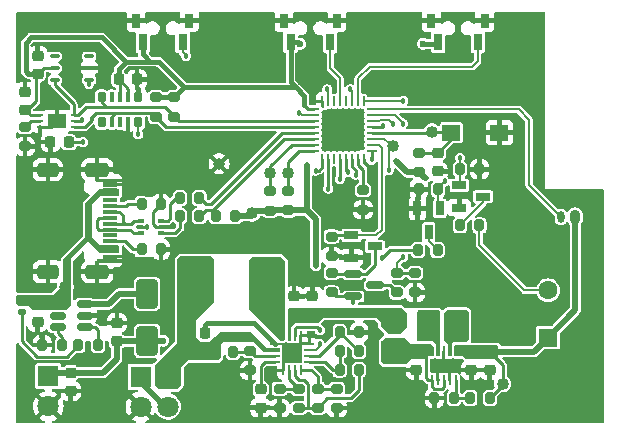
<source format=gtl>
G04 #@! TF.GenerationSoftware,KiCad,Pcbnew,8.0.2*
G04 #@! TF.CreationDate,2024-06-16T15:54:46+08:00*
G04 #@! TF.ProjectId,PerpetualClock,50657270-6574-4756-916c-436c6f636b2e,rev?*
G04 #@! TF.SameCoordinates,Original*
G04 #@! TF.FileFunction,Copper,L1,Top*
G04 #@! TF.FilePolarity,Positive*
%FSLAX46Y46*%
G04 Gerber Fmt 4.6, Leading zero omitted, Abs format (unit mm)*
G04 Created by KiCad (PCBNEW 8.0.2) date 2024-06-16 15:54:46*
%MOMM*%
%LPD*%
G01*
G04 APERTURE LIST*
G04 Aperture macros list*
%AMRoundRect*
0 Rectangle with rounded corners*
0 $1 Rounding radius*
0 $2 $3 $4 $5 $6 $7 $8 $9 X,Y pos of 4 corners*
0 Add a 4 corners polygon primitive as box body*
4,1,4,$2,$3,$4,$5,$6,$7,$8,$9,$2,$3,0*
0 Add four circle primitives for the rounded corners*
1,1,$1+$1,$2,$3*
1,1,$1+$1,$4,$5*
1,1,$1+$1,$6,$7*
1,1,$1+$1,$8,$9*
0 Add four rect primitives between the rounded corners*
20,1,$1+$1,$2,$3,$4,$5,0*
20,1,$1+$1,$4,$5,$6,$7,0*
20,1,$1+$1,$6,$7,$8,$9,0*
20,1,$1+$1,$8,$9,$2,$3,0*%
G04 Aperture macros list end*
G04 #@! TA.AperFunction,HeatsinkPad*
%ADD10R,2.000000X1.200000*%
G04 #@! TD*
G04 #@! TA.AperFunction,SMDPad,CuDef*
%ADD11RoundRect,0.062500X-0.062500X0.350000X-0.062500X-0.350000X0.062500X-0.350000X0.062500X0.350000X0*%
G04 #@! TD*
G04 #@! TA.AperFunction,SMDPad,CuDef*
%ADD12R,0.800000X1.400000*%
G04 #@! TD*
G04 #@! TA.AperFunction,SMDPad,CuDef*
%ADD13R,0.800000X1.200000*%
G04 #@! TD*
G04 #@! TA.AperFunction,ComponentPad*
%ADD14O,0.900000X1.200000*%
G04 #@! TD*
G04 #@! TA.AperFunction,ComponentPad*
%ADD15O,0.600000X1.000000*%
G04 #@! TD*
G04 #@! TA.AperFunction,SMDPad,CuDef*
%ADD16RoundRect,0.175000X-0.175000X0.275000X-0.175000X-0.275000X0.175000X-0.275000X0.175000X0.275000X0*%
G04 #@! TD*
G04 #@! TA.AperFunction,SMDPad,CuDef*
%ADD17RoundRect,0.100000X-0.100000X0.350000X-0.100000X-0.350000X0.100000X-0.350000X0.100000X0.350000X0*%
G04 #@! TD*
G04 #@! TA.AperFunction,SMDPad,CuDef*
%ADD18RoundRect,0.225000X-0.250000X0.225000X-0.250000X-0.225000X0.250000X-0.225000X0.250000X0.225000X0*%
G04 #@! TD*
G04 #@! TA.AperFunction,SMDPad,CuDef*
%ADD19RoundRect,0.200000X0.275000X-0.200000X0.275000X0.200000X-0.275000X0.200000X-0.275000X-0.200000X0*%
G04 #@! TD*
G04 #@! TA.AperFunction,SMDPad,CuDef*
%ADD20RoundRect,0.200000X-0.275000X0.200000X-0.275000X-0.200000X0.275000X-0.200000X0.275000X0.200000X0*%
G04 #@! TD*
G04 #@! TA.AperFunction,HeatsinkPad*
%ADD21R,1.680000X1.680000*%
G04 #@! TD*
G04 #@! TA.AperFunction,SMDPad,CuDef*
%ADD22RoundRect,0.062500X-0.062500X-0.350000X0.062500X-0.350000X0.062500X0.350000X-0.062500X0.350000X0*%
G04 #@! TD*
G04 #@! TA.AperFunction,SMDPad,CuDef*
%ADD23RoundRect,0.062500X-0.350000X-0.062500X0.350000X-0.062500X0.350000X0.062500X-0.350000X0.062500X0*%
G04 #@! TD*
G04 #@! TA.AperFunction,SMDPad,CuDef*
%ADD24R,1.635000X2.160000*%
G04 #@! TD*
G04 #@! TA.AperFunction,SMDPad,CuDef*
%ADD25RoundRect,0.200000X-0.200000X-0.275000X0.200000X-0.275000X0.200000X0.275000X-0.200000X0.275000X0*%
G04 #@! TD*
G04 #@! TA.AperFunction,SMDPad,CuDef*
%ADD26RoundRect,0.147500X0.172500X-0.147500X0.172500X0.147500X-0.172500X0.147500X-0.172500X-0.147500X0*%
G04 #@! TD*
G04 #@! TA.AperFunction,SMDPad,CuDef*
%ADD27RoundRect,0.225000X-0.225000X-0.250000X0.225000X-0.250000X0.225000X0.250000X-0.225000X0.250000X0*%
G04 #@! TD*
G04 #@! TA.AperFunction,SMDPad,CuDef*
%ADD28C,1.017268*%
G04 #@! TD*
G04 #@! TA.AperFunction,SMDPad,CuDef*
%ADD29RoundRect,0.150000X-0.587500X-0.150000X0.587500X-0.150000X0.587500X0.150000X-0.587500X0.150000X0*%
G04 #@! TD*
G04 #@! TA.AperFunction,SMDPad,CuDef*
%ADD30RoundRect,0.200000X0.200000X0.275000X-0.200000X0.275000X-0.200000X-0.275000X0.200000X-0.275000X0*%
G04 #@! TD*
G04 #@! TA.AperFunction,SMDPad,CuDef*
%ADD31RoundRect,0.225000X0.250000X-0.225000X0.250000X0.225000X-0.250000X0.225000X-0.250000X-0.225000X0*%
G04 #@! TD*
G04 #@! TA.AperFunction,HeatsinkPad*
%ADD32R,3.450000X3.450000*%
G04 #@! TD*
G04 #@! TA.AperFunction,SMDPad,CuDef*
%ADD33RoundRect,0.062500X0.062500X0.375000X-0.062500X0.375000X-0.062500X-0.375000X0.062500X-0.375000X0*%
G04 #@! TD*
G04 #@! TA.AperFunction,SMDPad,CuDef*
%ADD34RoundRect,0.062500X0.375000X0.062500X-0.375000X0.062500X-0.375000X-0.062500X0.375000X-0.062500X0*%
G04 #@! TD*
G04 #@! TA.AperFunction,ComponentPad*
%ADD35R,1.800000X1.800000*%
G04 #@! TD*
G04 #@! TA.AperFunction,ComponentPad*
%ADD36C,1.800000*%
G04 #@! TD*
G04 #@! TA.AperFunction,HeatsinkPad*
%ADD37R,1.500000X2.400000*%
G04 #@! TD*
G04 #@! TA.AperFunction,SMDPad,CuDef*
%ADD38RoundRect,0.100000X0.300000X0.100000X-0.300000X0.100000X-0.300000X-0.100000X0.300000X-0.100000X0*%
G04 #@! TD*
G04 #@! TA.AperFunction,SMDPad,CuDef*
%ADD39RoundRect,0.093750X0.156250X0.093750X-0.156250X0.093750X-0.156250X-0.093750X0.156250X-0.093750X0*%
G04 #@! TD*
G04 #@! TA.AperFunction,SMDPad,CuDef*
%ADD40RoundRect,0.075000X0.250000X0.075000X-0.250000X0.075000X-0.250000X-0.075000X0.250000X-0.075000X0*%
G04 #@! TD*
G04 #@! TA.AperFunction,SMDPad,CuDef*
%ADD41R,0.701000X1.249700*%
G04 #@! TD*
G04 #@! TA.AperFunction,SMDPad,CuDef*
%ADD42R,0.505000X0.280000*%
G04 #@! TD*
G04 #@! TA.AperFunction,SMDPad,CuDef*
%ADD43R,1.500000X1.200000*%
G04 #@! TD*
G04 #@! TA.AperFunction,ComponentPad*
%ADD44R,1.600000X1.600000*%
G04 #@! TD*
G04 #@! TA.AperFunction,ComponentPad*
%ADD45C,1.600000*%
G04 #@! TD*
G04 #@! TA.AperFunction,SMDPad,CuDef*
%ADD46R,1.249700X0.701000*%
G04 #@! TD*
G04 #@! TA.AperFunction,SMDPad,CuDef*
%ADD47R,1.530000X1.360000*%
G04 #@! TD*
G04 #@! TA.AperFunction,SMDPad,CuDef*
%ADD48R,2.350000X3.500000*%
G04 #@! TD*
G04 #@! TA.AperFunction,SMDPad,CuDef*
%ADD49RoundRect,0.250000X0.650000X-1.000000X0.650000X1.000000X-0.650000X1.000000X-0.650000X-1.000000X0*%
G04 #@! TD*
G04 #@! TA.AperFunction,SMDPad,CuDef*
%ADD50RoundRect,0.225000X0.225000X0.250000X-0.225000X0.250000X-0.225000X-0.250000X0.225000X-0.250000X0*%
G04 #@! TD*
G04 #@! TA.AperFunction,SMDPad,CuDef*
%ADD51R,1.300000X0.300000*%
G04 #@! TD*
G04 #@! TA.AperFunction,ComponentPad*
%ADD52RoundRect,0.300000X-0.600000X0.300000X-0.600000X-0.300000X0.600000X-0.300000X0.600000X0.300000X0*%
G04 #@! TD*
G04 #@! TA.AperFunction,ComponentPad*
%ADD53RoundRect,0.300000X-0.700000X0.300000X-0.700000X-0.300000X0.700000X-0.300000X0.700000X0.300000X0*%
G04 #@! TD*
G04 #@! TA.AperFunction,SMDPad,CuDef*
%ADD54RoundRect,0.150000X0.512500X0.150000X-0.512500X0.150000X-0.512500X-0.150000X0.512500X-0.150000X0*%
G04 #@! TD*
G04 #@! TA.AperFunction,ViaPad*
%ADD55C,0.600000*%
G04 #@! TD*
G04 #@! TA.AperFunction,ViaPad*
%ADD56C,0.457200*%
G04 #@! TD*
G04 #@! TA.AperFunction,Conductor*
%ADD57C,0.254000*%
G04 #@! TD*
G04 #@! TA.AperFunction,Conductor*
%ADD58C,0.200000*%
G04 #@! TD*
G04 #@! TA.AperFunction,Conductor*
%ADD59C,0.508000*%
G04 #@! TD*
G04 #@! TA.AperFunction,Conductor*
%ADD60C,0.381000*%
G04 #@! TD*
G04 APERTURE END LIST*
D10*
X161963000Y-63350000D03*
D11*
X162963000Y-64562500D03*
X162463000Y-64562500D03*
X161963000Y-64562500D03*
X161463000Y-64562500D03*
X160963000Y-64562500D03*
X160963000Y-62137500D03*
X161463000Y-62137500D03*
X161963000Y-62137500D03*
X162463000Y-62137500D03*
X162963000Y-62137500D03*
D12*
X161485000Y-35978000D03*
X164835000Y-35978000D03*
D13*
X160910000Y-34144000D03*
X165410000Y-34144000D03*
D12*
X148985000Y-35978000D03*
X152335000Y-35978000D03*
D13*
X148410000Y-34144000D03*
X152910000Y-34144000D03*
D12*
X136485000Y-35978000D03*
X139835000Y-35978000D03*
D13*
X135910000Y-34144000D03*
X140410000Y-34144000D03*
D14*
X173080000Y-50760000D03*
D15*
X171880000Y-50760000D03*
D16*
X136090000Y-40621250D03*
D17*
X135240000Y-40621250D03*
X134540000Y-40621250D03*
X133840000Y-40621250D03*
D16*
X132990000Y-40621250D03*
X132990000Y-42721250D03*
D17*
X133840000Y-42721250D03*
X134540000Y-42721250D03*
X135240000Y-42721250D03*
D16*
X136090000Y-42721250D03*
D18*
X146440000Y-65355000D03*
X146440000Y-66905000D03*
D19*
X137580000Y-42265000D03*
X137580000Y-40615000D03*
D20*
X151277500Y-65305000D03*
X151277500Y-66955000D03*
D21*
X149110000Y-62262500D03*
D22*
X148360000Y-60800000D03*
X148860000Y-60800000D03*
X149360000Y-60800000D03*
X149860000Y-60800000D03*
D23*
X150572500Y-61512500D03*
X150572500Y-62012500D03*
X150572500Y-62512500D03*
X150572500Y-63012500D03*
D22*
X149860000Y-63725000D03*
X149360000Y-63725000D03*
X148860000Y-63725000D03*
X148360000Y-63725000D03*
D23*
X147647500Y-63012500D03*
X147647500Y-62512500D03*
X147647500Y-62012500D03*
X147647500Y-61512500D03*
D24*
X163031000Y-60010000D03*
X160695000Y-60010000D03*
D25*
X159835000Y-48430000D03*
X161485000Y-48430000D03*
D26*
X126220000Y-58825000D03*
X126220000Y-57855000D03*
D19*
X148052500Y-66955000D03*
X148052500Y-65305000D03*
D27*
X134435000Y-39121250D03*
X135985000Y-39121250D03*
D28*
X160949200Y-43544600D03*
D29*
X154280000Y-55595000D03*
X154280000Y-57495000D03*
X156155000Y-56545000D03*
D19*
X155124000Y-50147000D03*
X155124000Y-48497000D03*
D25*
X139615000Y-50690000D03*
X141265000Y-50690000D03*
X153140000Y-63690000D03*
X154790000Y-63690000D03*
D30*
X129615000Y-61615000D03*
X127965000Y-61615000D03*
D31*
X134270000Y-61285000D03*
X134270000Y-59735000D03*
D32*
X153430000Y-43402500D03*
D33*
X155180000Y-45840000D03*
X154680000Y-45840000D03*
X154180000Y-45840000D03*
X153680000Y-45840000D03*
X153180000Y-45840000D03*
X152680000Y-45840000D03*
X152180000Y-45840000D03*
X151680000Y-45840000D03*
D34*
X150992500Y-45152500D03*
X150992500Y-44652500D03*
X150992500Y-44152500D03*
X150992500Y-43652500D03*
X150992500Y-43152500D03*
X150992500Y-42652500D03*
X150992500Y-42152500D03*
X150992500Y-41652500D03*
D33*
X151680000Y-40965000D03*
X152180000Y-40965000D03*
X152680000Y-40965000D03*
X153180000Y-40965000D03*
X153680000Y-40965000D03*
X154180000Y-40965000D03*
X154680000Y-40965000D03*
X155180000Y-40965000D03*
D34*
X155867500Y-41652500D03*
X155867500Y-42152500D03*
X155867500Y-42652500D03*
X155867500Y-43152500D03*
X155867500Y-43652500D03*
X155867500Y-44152500D03*
X155867500Y-44652500D03*
X155867500Y-45152500D03*
D35*
X138587000Y-64280000D03*
D36*
X138587000Y-66820000D03*
D20*
X147250000Y-48565000D03*
X147250000Y-50215000D03*
D19*
X157980000Y-57155000D03*
X157980000Y-55505000D03*
D37*
X130475000Y-38160000D03*
D38*
X129025000Y-39160000D03*
X129025000Y-38160000D03*
X129025000Y-37160000D03*
X131925000Y-37160000D03*
X131925000Y-38160000D03*
X131925000Y-39160000D03*
D19*
X152460000Y-54070000D03*
X152460000Y-52420000D03*
D30*
X165855000Y-66110000D03*
X164205000Y-66110000D03*
D39*
X138040000Y-52137500D03*
D40*
X138115000Y-51600000D03*
D39*
X138040000Y-51062500D03*
X136340000Y-51062500D03*
D40*
X136265000Y-51600000D03*
D39*
X136340000Y-52137500D03*
D19*
X145560000Y-63755000D03*
X145560000Y-62105000D03*
D30*
X164980000Y-46730000D03*
X163330000Y-46730000D03*
D28*
X148800000Y-47040000D03*
D25*
X142645000Y-50680000D03*
X144295000Y-50680000D03*
D20*
X148780000Y-48555000D03*
X148780000Y-50205000D03*
D25*
X163330000Y-51480000D03*
X164980000Y-51480000D03*
D28*
X145740000Y-50460000D03*
D20*
X149665000Y-65305000D03*
X149665000Y-66955000D03*
D18*
X165833000Y-62175000D03*
X165833000Y-63725000D03*
D41*
X161630000Y-50045000D03*
X159730000Y-50045000D03*
X160680000Y-52046600D03*
D30*
X161425000Y-53570000D03*
X159775000Y-53570000D03*
D36*
X128480000Y-66790000D03*
D35*
X128480000Y-64250000D03*
D19*
X126520000Y-44795000D03*
X126520000Y-43145000D03*
D25*
X136365000Y-49690000D03*
X138015000Y-49690000D03*
D28*
X157664000Y-44750000D03*
D30*
X162808000Y-66110000D03*
X161158000Y-66110000D03*
X154790000Y-62110000D03*
X153140000Y-62110000D03*
D20*
X159530000Y-55505000D03*
X159530000Y-57155000D03*
D31*
X149290000Y-59030000D03*
X149290000Y-57480000D03*
D42*
X127778250Y-42150000D03*
X127778250Y-42650000D03*
X127778250Y-43150000D03*
X130632250Y-43150000D03*
X130632250Y-42650000D03*
X130632250Y-42150000D03*
D43*
X129205250Y-42650000D03*
D18*
X127570000Y-58110000D03*
X127570000Y-59660000D03*
D30*
X144105000Y-62180000D03*
X142455000Y-62180000D03*
D19*
X152460000Y-57155000D03*
X152460000Y-55505000D03*
D44*
X170780000Y-60970000D03*
D45*
X170780000Y-56970000D03*
D18*
X161430000Y-45360000D03*
X161430000Y-46910000D03*
D28*
X129927200Y-56662600D03*
X147230000Y-47050000D03*
D46*
X163274850Y-48080000D03*
X163274850Y-49980000D03*
X165276450Y-49030000D03*
D31*
X150840000Y-59025000D03*
X150840000Y-57475000D03*
D25*
X139615000Y-49150000D03*
X141265000Y-49150000D03*
D47*
X162590000Y-43630000D03*
X166660000Y-43630000D03*
D30*
X138015000Y-53510000D03*
X136365000Y-53510000D03*
D48*
X140930000Y-56180000D03*
X146980000Y-56180000D03*
D19*
X139140000Y-42265000D03*
X139140000Y-40615000D03*
D30*
X154790000Y-60530000D03*
X153140000Y-60530000D03*
D31*
X127560000Y-38675000D03*
X127560000Y-37125000D03*
D35*
X136297000Y-64280000D03*
D36*
X136297000Y-66820000D03*
D20*
X159890000Y-45320000D03*
X159890000Y-46970000D03*
D49*
X136840000Y-61260000D03*
X136840000Y-57260000D03*
D19*
X152890000Y-66955000D03*
X152890000Y-65305000D03*
D27*
X140195000Y-60590000D03*
X141745000Y-60590000D03*
D50*
X130205000Y-44430000D03*
X128655000Y-44430000D03*
D51*
X133678010Y-48026000D03*
X133678110Y-48835880D03*
X133677990Y-49325920D03*
X133678010Y-50325920D03*
X133677990Y-51826040D03*
X133677990Y-52826040D03*
X133678060Y-53315960D03*
X133678090Y-54125890D03*
X133678110Y-54477600D03*
X133678110Y-53625960D03*
X133677990Y-52325660D03*
X133678010Y-51325920D03*
X133677990Y-50826050D03*
X133677990Y-49826050D03*
X133678040Y-48515970D03*
X133678010Y-47675990D03*
D52*
X128429530Y-55395960D03*
D53*
X132609520Y-55395960D03*
D52*
X128429530Y-46756000D03*
D53*
X132609520Y-46756000D03*
D54*
X131557500Y-60055000D03*
X131557500Y-59105000D03*
X131557500Y-58155000D03*
X129282500Y-58155000D03*
X129282500Y-59105000D03*
X129282500Y-60055000D03*
D18*
X164283000Y-62175000D03*
X164283000Y-63725000D03*
X159633000Y-62185000D03*
X159633000Y-63735000D03*
X130370000Y-65505000D03*
X130370000Y-63955000D03*
D28*
X142932000Y-46274000D03*
D46*
X154139200Y-52305000D03*
X154139200Y-54205000D03*
X156140800Y-53255000D03*
D35*
X157743000Y-62120000D03*
D36*
X157743000Y-59580000D03*
D28*
X166929200Y-64894600D03*
D31*
X126520000Y-41695000D03*
X126520000Y-40145000D03*
D25*
X131015000Y-61615000D03*
X132665000Y-61615000D03*
D55*
X127946000Y-60752000D03*
X126930000Y-60752000D03*
X137344000Y-39416000D03*
X137344000Y-38654000D03*
X130994000Y-40432000D03*
X129724000Y-36368000D03*
X128708000Y-36368000D03*
X133280000Y-39162000D03*
X133280000Y-38146000D03*
X133280000Y-37384000D03*
X155886000Y-46782000D03*
X154362000Y-44242000D03*
X153092000Y-43988000D03*
X153092000Y-43226000D03*
X150044000Y-54402000D03*
X149282000Y-54402000D03*
X150044000Y-53640000D03*
X149282000Y-53640000D03*
X154108000Y-49830000D03*
X154108000Y-50846000D03*
X153346000Y-50846000D03*
X152584000Y-50846000D03*
X153346000Y-49830000D03*
X154108000Y-48814000D03*
X160204000Y-36114000D03*
X149790000Y-36114000D03*
D56*
X151130000Y-54920000D03*
X160410000Y-47440000D03*
X150335000Y-46355000D03*
X157918000Y-46020000D03*
X150150000Y-41320000D03*
X156830000Y-43090000D03*
X155860000Y-45890000D03*
D55*
X138210000Y-61240000D03*
D56*
X154290000Y-57990000D03*
X151460000Y-60340000D03*
X131850000Y-51600000D03*
X136836000Y-51600000D03*
X153830000Y-46980000D03*
X154500000Y-47180000D03*
X152180000Y-48370000D03*
X158520000Y-40950000D03*
X163330000Y-45750000D03*
X158490000Y-54170000D03*
X158490000Y-42850000D03*
X131925000Y-39500000D03*
X132132500Y-42472500D03*
X156740000Y-54240000D03*
X157660000Y-42890000D03*
X140138000Y-37130000D03*
X149740000Y-41980000D03*
X131380000Y-44430000D03*
X131330000Y-42590000D03*
X151100000Y-46830000D03*
X152090000Y-39960000D03*
X136090000Y-43770000D03*
X153180000Y-47550000D03*
X151450000Y-61520000D03*
X157320000Y-46782000D03*
X162020000Y-47750000D03*
X154050000Y-39960000D03*
D57*
X137344000Y-50361000D02*
X138015000Y-49690000D01*
X137344000Y-51354000D02*
X137344000Y-50361000D01*
X137598000Y-51608000D02*
X137344000Y-51354000D01*
X137606000Y-51600000D02*
X137598000Y-51608000D01*
X138115000Y-51600000D02*
X137606000Y-51600000D01*
X136836000Y-51600000D02*
X136265000Y-51600000D01*
X128705250Y-43150000D02*
X129205250Y-42650000D01*
X127778250Y-43150000D02*
X128705250Y-43150000D01*
X155180000Y-46076000D02*
X155886000Y-46782000D01*
X155180000Y-45840000D02*
X155180000Y-46076000D01*
X155124000Y-46801948D02*
X155124000Y-48497000D01*
X154680000Y-46357948D02*
X155124000Y-46801948D01*
X154680000Y-45840000D02*
X154680000Y-46357948D01*
D58*
X156700000Y-44890000D02*
X156700000Y-51830000D01*
X156700000Y-51830000D02*
X156225000Y-52305000D01*
X156462500Y-44652500D02*
X156700000Y-44890000D01*
X156225000Y-52305000D02*
X154139200Y-52305000D01*
X155867500Y-44652500D02*
X156462500Y-44652500D01*
X157320000Y-44560000D02*
X157300000Y-44540000D01*
X157320000Y-46782000D02*
X157320000Y-44560000D01*
X157320000Y-46782000D02*
X157300000Y-46762000D01*
X157300000Y-46762000D02*
X157300000Y-44540000D01*
D59*
X158868000Y-46970000D02*
X159890000Y-46970000D01*
X157918000Y-46020000D02*
X158868000Y-46970000D01*
D60*
X161349000Y-36114000D02*
X161485000Y-35978000D01*
X160204000Y-36114000D02*
X161349000Y-36114000D01*
X149654000Y-35978000D02*
X149790000Y-36114000D01*
X148985000Y-35978000D02*
X149654000Y-35978000D01*
D59*
X165833000Y-62175000D02*
X169575000Y-62175000D01*
D57*
X165858000Y-66052000D02*
X166960000Y-64950000D01*
D59*
X147260000Y-50205000D02*
X147250000Y-50215000D01*
D57*
X127470000Y-38665000D02*
X127470000Y-40910000D01*
D59*
X151100000Y-54890000D02*
X151100000Y-50970000D01*
D57*
X127470000Y-40910000D02*
X126685000Y-41695000D01*
D59*
X148780000Y-50205000D02*
X147260000Y-50205000D01*
D60*
X139960000Y-39740000D02*
X137830000Y-37610000D01*
X139960000Y-39795000D02*
X139140000Y-40615000D01*
D57*
X166960000Y-64950000D02*
X166960000Y-63302000D01*
D59*
X151130000Y-54920000D02*
X151100000Y-54890000D01*
X160360000Y-47440000D02*
X159890000Y-46970000D01*
D60*
X134435000Y-38225000D02*
X134435000Y-39121250D01*
D59*
X173080000Y-58670000D02*
X170780000Y-60970000D01*
D60*
X139960000Y-39795000D02*
X139960000Y-39740000D01*
D59*
X151100000Y-50970000D02*
X150335000Y-50205000D01*
D60*
X135050000Y-37610000D02*
X137830000Y-37610000D01*
D57*
X129005000Y-38145000D02*
X128090000Y-38145000D01*
D59*
X144295000Y-50680000D02*
X145520000Y-50680000D01*
D60*
X139960000Y-39795000D02*
X149407000Y-39795000D01*
D57*
X156767500Y-43152500D02*
X155867500Y-43152500D01*
D60*
X135050000Y-37610000D02*
X134435000Y-38225000D01*
D57*
X127570000Y-38665000D02*
X127470000Y-38665000D01*
X166960000Y-63302000D02*
X165833000Y-62175000D01*
D60*
X127030000Y-35540000D02*
X126550000Y-36020000D01*
D57*
X150992500Y-41652500D02*
X150482500Y-41652500D01*
X156830000Y-43090000D02*
X156767500Y-43152500D01*
X135240000Y-40621250D02*
X135240000Y-39926250D01*
D59*
X173080000Y-50760000D02*
X173080000Y-58670000D01*
D60*
X126550000Y-36020000D02*
X126550000Y-38430000D01*
X139140000Y-40615000D02*
X137580000Y-40615000D01*
D59*
X145520000Y-50680000D02*
X145740000Y-50460000D01*
D60*
X126550000Y-38430000D02*
X126785000Y-38665000D01*
D59*
X145985000Y-50215000D02*
X145740000Y-50460000D01*
D57*
X128090000Y-38145000D02*
X127570000Y-38665000D01*
X165858000Y-66060000D02*
X165858000Y-66052000D01*
X134540000Y-40621250D02*
X134540000Y-39226250D01*
X126685000Y-41695000D02*
X126520000Y-41695000D01*
X155860000Y-45890000D02*
X155860000Y-45160000D01*
D59*
X169575000Y-62175000D02*
X170780000Y-60970000D01*
D60*
X135050000Y-37610000D02*
X132980000Y-35540000D01*
X132980000Y-35540000D02*
X127030000Y-35540000D01*
D57*
X127778250Y-42150000D02*
X126975000Y-42150000D01*
D59*
X150335000Y-50205000D02*
X150335000Y-46355000D01*
X147250000Y-50215000D02*
X145985000Y-50215000D01*
D57*
X126975000Y-42150000D02*
X126520000Y-41695000D01*
X155860000Y-45160000D02*
X155867500Y-45152500D01*
D59*
X160410000Y-47440000D02*
X160360000Y-47440000D01*
X150335000Y-50205000D02*
X148780000Y-50205000D01*
D57*
X135240000Y-39926250D02*
X134435000Y-39121250D01*
D60*
X126785000Y-38665000D02*
X127470000Y-38665000D01*
D57*
X150482500Y-41652500D02*
X150150000Y-41320000D01*
D58*
X168790000Y-56970000D02*
X170780000Y-56970000D01*
X164980000Y-51480000D02*
X164980000Y-53160000D01*
X164980000Y-53160000D02*
X168790000Y-56970000D01*
D59*
X138340000Y-66820000D02*
X138587000Y-66820000D01*
X136297000Y-64280000D02*
X136297000Y-64777000D01*
X136297000Y-64777000D02*
X138340000Y-66820000D01*
D60*
X141745000Y-60590000D02*
X141745000Y-59907000D01*
X141745000Y-59907000D02*
X141916000Y-59736000D01*
X141916000Y-59736000D02*
X145886500Y-59736000D01*
X145886500Y-59736000D02*
X147647500Y-61497000D01*
D59*
X133075000Y-63955000D02*
X130370000Y-63955000D01*
D57*
X149360000Y-60200000D02*
X149360000Y-60800000D01*
X149500000Y-60060000D02*
X149360000Y-60200000D01*
D59*
X136840000Y-61260000D02*
X138190000Y-61260000D01*
X136840000Y-61260000D02*
X136815000Y-61285000D01*
X128775000Y-63955000D02*
X128480000Y-64250000D01*
X134270000Y-62760000D02*
X133075000Y-63955000D01*
D57*
X154280000Y-57495000D02*
X154280000Y-57980000D01*
D59*
X130370000Y-63955000D02*
X128775000Y-63955000D01*
D57*
X151475000Y-60335000D02*
X151200000Y-60060000D01*
D59*
X138190000Y-61260000D02*
X138210000Y-61240000D01*
X136815000Y-61285000D02*
X134270000Y-61285000D01*
D57*
X154280000Y-57495000D02*
X152800000Y-57495000D01*
X152800000Y-57495000D02*
X152460000Y-57155000D01*
X154280000Y-57980000D02*
X154290000Y-57990000D01*
X151200000Y-60060000D02*
X149500000Y-60060000D01*
D59*
X134270000Y-61285000D02*
X134270000Y-62760000D01*
D57*
X162963000Y-65955000D02*
X162808000Y-66110000D01*
X162963000Y-64562500D02*
X162963000Y-65955000D01*
X164205000Y-66110000D02*
X162808000Y-66110000D01*
X146807500Y-63012500D02*
X146440000Y-63380000D01*
X146440000Y-63380000D02*
X146440000Y-65355000D01*
X147647500Y-63012500D02*
X146807500Y-63012500D01*
D59*
X157743000Y-59580000D02*
X157188000Y-59025000D01*
D60*
X150835000Y-59030000D02*
X150840000Y-59025000D01*
D57*
X160470000Y-64410000D02*
X160470000Y-62460000D01*
X160963000Y-65111000D02*
X160963000Y-64562500D01*
X160963000Y-64562500D02*
X160622500Y-64562500D01*
X160792500Y-62137500D02*
X160963000Y-62137500D01*
X160470000Y-62460000D02*
X160792500Y-62137500D01*
X161963000Y-64562500D02*
X161963000Y-65127000D01*
X161963000Y-65127000D02*
X161782000Y-65308000D01*
X160622500Y-64562500D02*
X160470000Y-64410000D01*
X161782000Y-65308000D02*
X161160000Y-65308000D01*
X161160000Y-65308000D02*
X160963000Y-65111000D01*
X160949200Y-43544600D02*
X160841300Y-43652500D01*
X160949200Y-43544600D02*
X162504600Y-43544600D01*
X161430000Y-45360000D02*
X162590000Y-44200000D01*
X162504600Y-43544600D02*
X162590000Y-43630000D01*
X162590000Y-44200000D02*
X162590000Y-43630000D01*
X161390000Y-45320000D02*
X161430000Y-45360000D01*
X160841300Y-43652500D02*
X155867500Y-43652500D01*
X159890000Y-45320000D02*
X161390000Y-45320000D01*
X153830000Y-46980000D02*
X153680000Y-46830000D01*
X153680000Y-46830000D02*
X153680000Y-45840000D01*
X131015000Y-61615000D02*
X130050000Y-62580000D01*
X126220000Y-61280000D02*
X126220000Y-58825000D01*
X130050000Y-62580000D02*
X127520000Y-62580000D01*
X127520000Y-62580000D02*
X126220000Y-61280000D01*
D59*
X133585000Y-58155000D02*
X131557500Y-58155000D01*
X136840000Y-57260000D02*
X134480000Y-57260000D01*
X134480000Y-57260000D02*
X133585000Y-58155000D01*
D57*
X156140800Y-54849200D02*
X156140800Y-53255000D01*
X154280000Y-55595000D02*
X152550000Y-55595000D01*
X152550000Y-55595000D02*
X152460000Y-55505000D01*
X155395000Y-55595000D02*
X156140800Y-54849200D01*
X154280000Y-55595000D02*
X155395000Y-55595000D01*
X157370000Y-56545000D02*
X157980000Y-57155000D01*
X156155000Y-56545000D02*
X157370000Y-56545000D01*
X154500000Y-46820000D02*
X154180000Y-46500000D01*
X154180000Y-46500000D02*
X154180000Y-45840000D01*
X154500000Y-47180000D02*
X154500000Y-46820000D01*
D58*
X163330000Y-51480000D02*
X165276450Y-49533550D01*
X165276450Y-49533550D02*
X165276450Y-49030000D01*
D57*
X152180000Y-48370000D02*
X152180000Y-45840000D01*
D58*
X160680000Y-52825000D02*
X161425000Y-53570000D01*
X160680000Y-52046600D02*
X160680000Y-52825000D01*
X163330000Y-45750000D02*
X163330000Y-46730000D01*
X155195000Y-40950000D02*
X155180000Y-40965000D01*
X163330000Y-48024850D02*
X163274850Y-48080000D01*
X163330000Y-46730000D02*
X163330000Y-48024850D01*
X158520000Y-40950000D02*
X155195000Y-40950000D01*
X158490000Y-54170000D02*
X157970000Y-54690000D01*
D57*
X157980000Y-55505000D02*
X159530000Y-55505000D01*
D58*
X155867500Y-42152500D02*
X157812500Y-42152500D01*
X157812500Y-42152500D02*
X158490000Y-42830000D01*
X157970000Y-54690000D02*
X157970000Y-55495000D01*
X158490000Y-42830000D02*
X158490000Y-42850000D01*
X157970000Y-55495000D02*
X157980000Y-55505000D01*
D57*
X132665000Y-60295000D02*
X132425000Y-60055000D01*
X132425000Y-60055000D02*
X131557500Y-60055000D01*
X132665000Y-61615000D02*
X132665000Y-60295000D01*
X135670000Y-53510000D02*
X134986040Y-52826040D01*
X134986040Y-52826040D02*
X133677990Y-52826040D01*
X136365000Y-53510000D02*
X135670000Y-53510000D01*
X138040000Y-52137500D02*
X139192500Y-52137500D01*
X139615000Y-51715000D02*
X139615000Y-50690000D01*
X139192500Y-52137500D02*
X139615000Y-51715000D01*
X139320000Y-49150000D02*
X139615000Y-49150000D01*
X138800000Y-50890000D02*
X138800000Y-49670000D01*
X138627500Y-51062500D02*
X138800000Y-50890000D01*
X138800000Y-49670000D02*
X139320000Y-49150000D01*
X138040000Y-51062500D02*
X138627500Y-51062500D01*
X135200000Y-49690000D02*
X135063950Y-49826050D01*
X136365000Y-49690000D02*
X135200000Y-49690000D01*
X135063950Y-49826050D02*
X133677990Y-49826050D01*
X129615000Y-61615000D02*
X129615000Y-60905000D01*
X129282500Y-60572500D02*
X129282500Y-60055000D01*
X129615000Y-60905000D02*
X129282500Y-60572500D01*
X149077500Y-44652500D02*
X150992500Y-44652500D01*
X147250000Y-46480000D02*
X149077500Y-44652500D01*
X147250000Y-48565000D02*
X147250000Y-46480000D01*
X149727500Y-45152500D02*
X150992500Y-45152500D01*
X148780000Y-46100000D02*
X149727500Y-45152500D01*
X148780000Y-48555000D02*
X148780000Y-46100000D01*
X130632250Y-42150000D02*
X130632250Y-41202250D01*
X138321474Y-41431474D02*
X133371474Y-41431474D01*
X133350000Y-41430000D02*
X132990000Y-41070000D01*
X131690000Y-41430000D02*
X130970000Y-42150000D01*
X129025000Y-39595000D02*
X129025000Y-39160000D01*
X130632250Y-41202250D02*
X129025000Y-39595000D01*
X139527500Y-42652500D02*
X139140000Y-42265000D01*
X139140000Y-42250000D02*
X138321474Y-41431474D01*
X130970000Y-42150000D02*
X130632250Y-42150000D01*
X150992500Y-42652500D02*
X139527500Y-42652500D01*
X133371474Y-41431474D02*
X133370000Y-41430000D01*
X132990000Y-41070000D02*
X132990000Y-40621250D01*
X133370000Y-41430000D02*
X133350000Y-41430000D01*
X133370000Y-41430000D02*
X131690000Y-41430000D01*
X139140000Y-42265000D02*
X139140000Y-42250000D01*
X133840000Y-42250000D02*
X134170000Y-41920000D01*
X132132500Y-42472500D02*
X132132500Y-42317500D01*
X132530000Y-41920000D02*
X137235000Y-41920000D01*
X131925000Y-39500000D02*
X131925000Y-39160000D01*
X150992500Y-43152500D02*
X138467500Y-43152500D01*
X132132500Y-42472500D02*
X132132500Y-42577500D01*
X137235000Y-41920000D02*
X137580000Y-42265000D01*
X134170000Y-41920000D02*
X133850000Y-41920000D01*
X132132500Y-42317500D02*
X132530000Y-41920000D01*
X132132500Y-42577500D02*
X131560000Y-43150000D01*
X131560000Y-43150000D02*
X130632250Y-43150000D01*
X133840000Y-42721250D02*
X133840000Y-42250000D01*
X138467500Y-43152500D02*
X137580000Y-42265000D01*
X127015000Y-42650000D02*
X126520000Y-43145000D01*
X127778250Y-42650000D02*
X127015000Y-42650000D01*
X156740000Y-54240000D02*
X157410000Y-53570000D01*
X157410000Y-53570000D02*
X159775000Y-53570000D01*
X147647500Y-62512500D02*
X145967500Y-62512500D01*
X145485000Y-62180000D02*
X145560000Y-62105000D01*
X145967500Y-62512500D02*
X145560000Y-62105000D01*
X144105000Y-62180000D02*
X145485000Y-62180000D01*
X153140000Y-63690000D02*
X153140000Y-62110000D01*
X152610000Y-63690000D02*
X151932500Y-63012500D01*
X151932500Y-63012500D02*
X150572500Y-63012500D01*
X153140000Y-63690000D02*
X152610000Y-63690000D01*
X149360000Y-63725000D02*
X149360000Y-64220000D01*
X152100000Y-66100000D02*
X151277500Y-66922500D01*
X150140000Y-64550000D02*
X150470000Y-64880000D01*
X150470000Y-64880000D02*
X150470000Y-66955000D01*
X154100000Y-66100000D02*
X152100000Y-66100000D01*
X150470000Y-66955000D02*
X151277500Y-66955000D01*
X149665000Y-66955000D02*
X150470000Y-66955000D01*
X154790000Y-63690000D02*
X154790000Y-65410000D01*
X154790000Y-65410000D02*
X154100000Y-66100000D01*
X149690000Y-64550000D02*
X150140000Y-64550000D01*
X151277500Y-66922500D02*
X151277500Y-66955000D01*
X149360000Y-64220000D02*
X149690000Y-64550000D01*
X151357500Y-62512500D02*
X153140000Y-60730000D01*
X153140000Y-60730000D02*
X153140000Y-60530000D01*
X150572500Y-62512500D02*
X151357500Y-62512500D01*
X154790000Y-62110000D02*
X154720000Y-62110000D01*
X154720000Y-62110000D02*
X153140000Y-60530000D01*
X148860000Y-64500000D02*
X149665000Y-65305000D01*
X148860000Y-63725000D02*
X148860000Y-64500000D01*
X148052500Y-65305000D02*
X149665000Y-65305000D01*
X151277500Y-64247500D02*
X151277500Y-65305000D01*
X150755000Y-63725000D02*
X151277500Y-64247500D01*
X152890000Y-65305000D02*
X151277500Y-65305000D01*
X149860000Y-63725000D02*
X150755000Y-63725000D01*
D58*
X157322500Y-42552500D02*
X157660000Y-42890000D01*
X156612500Y-42552500D02*
X157322500Y-42552500D01*
X156512500Y-42652500D02*
X156612500Y-42552500D01*
X155867500Y-42652500D02*
X156512500Y-42652500D01*
X149912500Y-42152500D02*
X149740000Y-41980000D01*
D57*
X131330000Y-42590000D02*
X131270000Y-42650000D01*
D58*
X150992500Y-42152500D02*
X149912500Y-42152500D01*
D57*
X131270000Y-42650000D02*
X130632250Y-42650000D01*
X131380000Y-44430000D02*
X130205000Y-44430000D01*
X151100000Y-46830000D02*
X151380000Y-46830000D01*
X151680000Y-46530000D02*
X151680000Y-45840000D01*
X151380000Y-46830000D02*
X151680000Y-46530000D01*
D58*
X168290000Y-41650000D02*
X169170000Y-42530000D01*
X169170000Y-42530000D02*
X169170000Y-48050000D01*
X155870000Y-41650000D02*
X168290000Y-41650000D01*
X155867500Y-41652500D02*
X155870000Y-41650000D01*
X169170000Y-48050000D02*
X171880000Y-50760000D01*
X152180000Y-40050000D02*
X152180000Y-40965000D01*
X136090000Y-42721250D02*
X136090000Y-43770000D01*
X152090000Y-39960000D02*
X152180000Y-40050000D01*
D57*
X153180000Y-47550000D02*
X153180000Y-45840000D01*
D58*
X151450000Y-61680000D02*
X151117500Y-62012500D01*
X151117500Y-62012500D02*
X150572500Y-62012500D01*
X156912500Y-44152500D02*
X155867500Y-44152500D01*
X151450000Y-61520000D02*
X151450000Y-61680000D01*
X157300000Y-44540000D02*
X156912500Y-44152500D01*
X161485000Y-49900000D02*
X161630000Y-50045000D01*
X154180000Y-40965000D02*
X154180000Y-40090000D01*
X161485000Y-48430000D02*
X161485000Y-49900000D01*
X162020000Y-47750000D02*
X161485000Y-48285000D01*
X154180000Y-40090000D02*
X154050000Y-39960000D01*
X161485000Y-48285000D02*
X161485000Y-48430000D01*
D57*
X152460000Y-52420000D02*
X152575000Y-52305000D01*
X152575000Y-52305000D02*
X154139200Y-52305000D01*
D58*
X155670000Y-38030000D02*
X154680000Y-39020000D01*
X164380000Y-38030000D02*
X155670000Y-38030000D01*
X154680000Y-39020000D02*
X154680000Y-40965000D01*
D57*
X135434080Y-51325920D02*
X135697500Y-51062500D01*
X133678010Y-50325920D02*
X134485920Y-50325920D01*
X135697500Y-51062500D02*
X136340000Y-51062500D01*
X134770000Y-51135920D02*
X134960000Y-51325920D01*
X134770000Y-50610000D02*
X134770000Y-51135920D01*
X134960000Y-51325920D02*
X135434080Y-51325920D01*
X134485920Y-50325920D02*
X134770000Y-50610000D01*
X134960000Y-51325920D02*
X133678010Y-51325920D01*
X132726040Y-51826040D02*
X133677990Y-51826040D01*
X133677990Y-50826050D02*
X132743950Y-50826050D01*
X135737500Y-52137500D02*
X135426040Y-51826040D01*
X135426040Y-51826040D02*
X133677990Y-51826040D01*
X136340000Y-52137500D02*
X135737500Y-52137500D01*
X132580000Y-50990000D02*
X132580000Y-51680000D01*
X132580000Y-51680000D02*
X132726040Y-51826040D01*
X132743950Y-50826050D02*
X132580000Y-50990000D01*
X148456712Y-44152500D02*
X142435212Y-50174000D01*
X142435212Y-50174000D02*
X142435212Y-50470212D01*
X142435212Y-50174000D02*
X141856000Y-50174000D01*
X150992500Y-44152500D02*
X148456712Y-44152500D01*
X142435212Y-50470212D02*
X142645000Y-50680000D01*
X141856000Y-50174000D02*
X141340000Y-50690000D01*
X141340000Y-50690000D02*
X141265000Y-50690000D01*
X150984500Y-43644500D02*
X148246288Y-43644500D01*
X150992500Y-43652500D02*
X150984500Y-43644500D01*
X141340000Y-49150000D02*
X141265000Y-49150000D01*
X148246288Y-43644500D02*
X142224788Y-49666000D01*
X150992500Y-43652500D02*
X150988499Y-43648499D01*
X141856000Y-49666000D02*
X141340000Y-49150000D01*
X142224788Y-49666000D02*
X141856000Y-49666000D01*
D60*
X136485000Y-35978000D02*
X136485000Y-37005000D01*
X136485000Y-37005000D02*
X137090000Y-37610000D01*
D58*
X140138000Y-37130000D02*
X139835000Y-36827000D01*
X139835000Y-36827000D02*
X139835000Y-35978000D01*
D60*
X150150000Y-41320000D02*
X150150000Y-40538000D01*
X150150000Y-40538000D02*
X149407000Y-39795000D01*
X149407000Y-39795000D02*
X148985000Y-39373000D01*
X148985000Y-39373000D02*
X148985000Y-35978000D01*
D58*
X153180000Y-40965000D02*
X153180000Y-39020000D01*
X153180000Y-39020000D02*
X152335000Y-38175000D01*
X152335000Y-38175000D02*
X152335000Y-35978000D01*
X164380000Y-38030000D02*
X164835000Y-37575000D01*
X164835000Y-35978000D02*
X164835000Y-37575000D01*
D57*
X155180000Y-46215896D02*
X155180000Y-45840000D01*
G04 #@! TA.AperFunction,Conductor*
G36*
X163893427Y-58633427D02*
G01*
X164086573Y-58826573D01*
X164090000Y-58834846D01*
X164090000Y-61125154D01*
X164086573Y-61133427D01*
X163833427Y-61386573D01*
X163825154Y-61390000D01*
X162759998Y-61390000D01*
X162620000Y-61529998D01*
X162620000Y-62515154D01*
X162616573Y-62523427D01*
X162593927Y-62546073D01*
X162585654Y-62549500D01*
X162334346Y-62549500D01*
X162326073Y-62546073D01*
X162303427Y-62523427D01*
X162300000Y-62515154D01*
X162300000Y-61479999D01*
X161983427Y-61163426D01*
X161980000Y-61155153D01*
X161980000Y-58874846D01*
X161983427Y-58866573D01*
X162216573Y-58633427D01*
X162224846Y-58630000D01*
X163885154Y-58630000D01*
X163893427Y-58633427D01*
G37*
G04 #@! TD.AperFunction*
G04 #@! TA.AperFunction,Conductor*
G36*
X148185322Y-54128399D02*
G01*
X148193576Y-54131869D01*
X148193873Y-54132179D01*
X148546918Y-54516644D01*
X148550000Y-54524557D01*
X148550000Y-60345023D01*
X148549775Y-60347306D01*
X148534500Y-60424099D01*
X148534500Y-61100653D01*
X148531073Y-61108926D01*
X148421427Y-61218573D01*
X148413154Y-61222000D01*
X148250252Y-61222000D01*
X148216138Y-61228785D01*
X148207356Y-61227038D01*
X148205583Y-61225583D01*
X145503427Y-58523427D01*
X145500000Y-58515154D01*
X145500000Y-54434483D01*
X145502995Y-54426665D01*
X145778557Y-54119841D01*
X145786635Y-54115976D01*
X145787314Y-54115959D01*
X148185322Y-54128399D01*
G37*
G04 #@! TD.AperFunction*
G04 #@! TA.AperFunction,Conductor*
G36*
X158673427Y-60993427D02*
G01*
X159159998Y-61479999D01*
X159160000Y-61480000D01*
X159715772Y-61480000D01*
X159718055Y-61480225D01*
X159794846Y-61495500D01*
X160840654Y-61495500D01*
X160848927Y-61498927D01*
X161091073Y-61741073D01*
X161094500Y-61749346D01*
X161094500Y-62495154D01*
X161096655Y-62505990D01*
X161094908Y-62514773D01*
X161093453Y-62516545D01*
X161063927Y-62546073D01*
X161055654Y-62549500D01*
X160943252Y-62549500D01*
X160941869Y-62549775D01*
X160939587Y-62550000D01*
X160589999Y-62550000D01*
X160343473Y-62816249D01*
X160335338Y-62819991D01*
X160334888Y-62820000D01*
X159179998Y-62820000D01*
X158763427Y-63236573D01*
X158755154Y-63240000D01*
X156894846Y-63240000D01*
X156886573Y-63236573D01*
X156683427Y-63033427D01*
X156680000Y-63025154D01*
X156680000Y-61264846D01*
X156683427Y-61256573D01*
X156946573Y-60993427D01*
X156954846Y-60990000D01*
X158665154Y-60990000D01*
X158673427Y-60993427D01*
G37*
G04 #@! TD.AperFunction*
G04 #@! TA.AperFunction,Conductor*
G36*
X166483427Y-61603427D02*
G01*
X166576573Y-61696573D01*
X166580000Y-61704846D01*
X166580000Y-62645154D01*
X166576573Y-62653427D01*
X166403427Y-62826573D01*
X166395154Y-62830000D01*
X163854846Y-62830000D01*
X163846573Y-62826573D01*
X163570001Y-62550000D01*
X163570000Y-62550000D01*
X162986413Y-62550000D01*
X162984131Y-62549775D01*
X162982748Y-62549500D01*
X162874346Y-62549500D01*
X162866073Y-62546073D01*
X162833427Y-62513427D01*
X162830000Y-62505154D01*
X162830000Y-61704846D01*
X162833427Y-61696573D01*
X162926573Y-61603427D01*
X162934846Y-61600000D01*
X166475154Y-61600000D01*
X166483427Y-61603427D01*
G37*
G04 #@! TD.AperFunction*
G04 #@! TA.AperFunction,Conductor*
G36*
X132019831Y-61269213D02*
G01*
X132056376Y-61319513D01*
X132061300Y-61350600D01*
X132061300Y-61921774D01*
X132076272Y-62016303D01*
X132076274Y-62016308D01*
X132134326Y-62130243D01*
X132134327Y-62130244D01*
X132134329Y-62130247D01*
X132224753Y-62220671D01*
X132224755Y-62220672D01*
X132224756Y-62220673D01*
X132314600Y-62266450D01*
X132338695Y-62278727D01*
X132433226Y-62293699D01*
X132433228Y-62293700D01*
X132433230Y-62293700D01*
X132896772Y-62293700D01*
X132896772Y-62293699D01*
X132991305Y-62278727D01*
X133105247Y-62220671D01*
X133195671Y-62130247D01*
X133253727Y-62016305D01*
X133268700Y-61921770D01*
X133268700Y-61350600D01*
X133287913Y-61291469D01*
X133338213Y-61254924D01*
X133369300Y-61250000D01*
X133490700Y-61250000D01*
X133549831Y-61269213D01*
X133586376Y-61319513D01*
X133591300Y-61350600D01*
X133591300Y-61561636D01*
X133594016Y-61590600D01*
X133636699Y-61712581D01*
X133713440Y-61816560D01*
X133771438Y-61859364D01*
X133807606Y-61909936D01*
X133812300Y-61940307D01*
X133812300Y-62528744D01*
X133793087Y-62587875D01*
X133782835Y-62599879D01*
X132914879Y-63467835D01*
X132859481Y-63496061D01*
X132843744Y-63497300D01*
X131031856Y-63497300D01*
X130972725Y-63478087D01*
X130950916Y-63456441D01*
X130926560Y-63423440D01*
X130926557Y-63423438D01*
X130926557Y-63423437D01*
X130822581Y-63346699D01*
X130793325Y-63336462D01*
X130700600Y-63304016D01*
X130671636Y-63301300D01*
X130068364Y-63301300D01*
X130039400Y-63304016D01*
X129978409Y-63325357D01*
X129917418Y-63346699D01*
X129813442Y-63423437D01*
X129813440Y-63423439D01*
X129813440Y-63423440D01*
X129789084Y-63456440D01*
X129738514Y-63492606D01*
X129708144Y-63497300D01*
X129684300Y-63497300D01*
X129625169Y-63478087D01*
X129588624Y-63427787D01*
X129583700Y-63396700D01*
X129583700Y-63329936D01*
X129571881Y-63270520D01*
X129566186Y-63261997D01*
X129526860Y-63203140D01*
X129459480Y-63158119D01*
X129459479Y-63158118D01*
X129407710Y-63147821D01*
X129400064Y-63146300D01*
X127559936Y-63146300D01*
X127552290Y-63147821D01*
X127500520Y-63158118D01*
X127433140Y-63203140D01*
X127388118Y-63270520D01*
X127376300Y-63329936D01*
X127376300Y-65170063D01*
X127388118Y-65229479D01*
X127395594Y-65240667D01*
X127433140Y-65296860D01*
X127500520Y-65341881D01*
X127559936Y-65353700D01*
X127559937Y-65353700D01*
X128126810Y-65353700D01*
X128185941Y-65372913D01*
X128222486Y-65423213D01*
X128222486Y-65485387D01*
X128185941Y-65535687D01*
X128152847Y-65551472D01*
X128040195Y-65581657D01*
X127837059Y-65676381D01*
X127837045Y-65676389D01*
X127718677Y-65759270D01*
X128211566Y-66252159D01*
X128111592Y-66309881D01*
X127999881Y-66421592D01*
X127942159Y-66521566D01*
X127449270Y-66028677D01*
X127366389Y-66147045D01*
X127366381Y-66147059D01*
X127271657Y-66350195D01*
X127213643Y-66566704D01*
X127194107Y-66789998D01*
X127194107Y-66790001D01*
X127213643Y-67013295D01*
X127271655Y-67229799D01*
X127271655Y-67229800D01*
X127366384Y-67432946D01*
X127366386Y-67432949D01*
X127449271Y-67551320D01*
X127942159Y-67058432D01*
X127999881Y-67158408D01*
X128111592Y-67270119D01*
X128211566Y-67327839D01*
X127718677Y-67820728D01*
X127837042Y-67903609D01*
X127837053Y-67903615D01*
X128040200Y-67998344D01*
X128124484Y-68020928D01*
X128176628Y-68054790D01*
X128198909Y-68112835D01*
X128182817Y-68172891D01*
X128134499Y-68212018D01*
X128098447Y-68218700D01*
X125861900Y-68218700D01*
X125802769Y-68199487D01*
X125766224Y-68149187D01*
X125761300Y-68118100D01*
X125761300Y-61522353D01*
X125780513Y-61463222D01*
X125830813Y-61426677D01*
X125892987Y-61426677D01*
X125943287Y-61463222D01*
X125949018Y-61472046D01*
X125954650Y-61481801D01*
X125955374Y-61483055D01*
X126022676Y-61550357D01*
X126022682Y-61550362D01*
X127251856Y-62779536D01*
X127251861Y-62779542D01*
X127316946Y-62844627D01*
X127363095Y-62871271D01*
X127392354Y-62888164D01*
X127414885Y-62894200D01*
X127414891Y-62894204D01*
X127414891Y-62894202D01*
X127476463Y-62910701D01*
X127569699Y-62910701D01*
X127569715Y-62910700D01*
X130093537Y-62910700D01*
X130093538Y-62910700D01*
X130124889Y-62902299D01*
X130177641Y-62888166D01*
X130177643Y-62888165D01*
X130177643Y-62888164D01*
X130177646Y-62888164D01*
X130253055Y-62844626D01*
X130314626Y-62783055D01*
X130314626Y-62783053D01*
X130322904Y-62774776D01*
X130322906Y-62774772D01*
X130774515Y-62323165D01*
X130829913Y-62294939D01*
X130845650Y-62293700D01*
X131246772Y-62293700D01*
X131246772Y-62293699D01*
X131341305Y-62278727D01*
X131455247Y-62220671D01*
X131545671Y-62130247D01*
X131603727Y-62016305D01*
X131618700Y-61921770D01*
X131618700Y-61350600D01*
X131637913Y-61291469D01*
X131688213Y-61254924D01*
X131719300Y-61250000D01*
X131960700Y-61250000D01*
X132019831Y-61269213D01*
G37*
G04 #@! TD.AperFunction*
G04 #@! TA.AperFunction,Conductor*
G36*
X135694832Y-61761913D02*
G01*
X135731377Y-61812213D01*
X135736301Y-61843300D01*
X135736301Y-62314655D01*
X135739173Y-62345298D01*
X135739173Y-62345300D01*
X135739174Y-62345301D01*
X135753385Y-62385913D01*
X135784346Y-62474395D01*
X135863249Y-62581305D01*
X135865562Y-62584438D01*
X135975605Y-62665654D01*
X136104699Y-62710826D01*
X136135347Y-62713700D01*
X137544652Y-62713699D01*
X137560854Y-62712180D01*
X137621520Y-62725791D01*
X137662600Y-62772461D01*
X137668402Y-62834364D01*
X137641377Y-62883476D01*
X137380853Y-63144000D01*
X137380846Y-63144008D01*
X137379920Y-63145395D01*
X137379322Y-63145865D01*
X137377718Y-63147821D01*
X137377288Y-63147468D01*
X137331085Y-63183877D01*
X137276661Y-63188154D01*
X137217065Y-63176300D01*
X137217064Y-63176300D01*
X135376936Y-63176300D01*
X135367078Y-63178260D01*
X135317520Y-63188118D01*
X135250140Y-63233140D01*
X135205118Y-63300520D01*
X135193300Y-63359936D01*
X135193300Y-65200063D01*
X135205118Y-65259479D01*
X135205119Y-65259480D01*
X135250140Y-65326860D01*
X135317520Y-65371881D01*
X135376936Y-65383700D01*
X135943810Y-65383700D01*
X136002941Y-65402913D01*
X136039486Y-65453213D01*
X136039486Y-65515387D01*
X136002941Y-65565687D01*
X135969847Y-65581472D01*
X135857195Y-65611657D01*
X135654059Y-65706381D01*
X135654045Y-65706389D01*
X135535677Y-65789270D01*
X136028567Y-66282159D01*
X135928592Y-66339881D01*
X135816881Y-66451592D01*
X135759159Y-66551566D01*
X135266270Y-66058677D01*
X135183389Y-66177045D01*
X135183381Y-66177059D01*
X135088657Y-66380195D01*
X135030643Y-66596704D01*
X135011107Y-66819998D01*
X135011107Y-66820001D01*
X135030643Y-67043295D01*
X135088655Y-67259799D01*
X135088655Y-67259800D01*
X135183384Y-67462946D01*
X135183386Y-67462949D01*
X135266271Y-67581320D01*
X135759159Y-67088432D01*
X135816881Y-67188408D01*
X135928592Y-67300119D01*
X136028566Y-67357839D01*
X135535677Y-67850728D01*
X135654042Y-67933609D01*
X135654053Y-67933615D01*
X135854157Y-68026925D01*
X135899629Y-68069328D01*
X135911492Y-68130360D01*
X135885216Y-68186709D01*
X135830838Y-68216852D01*
X135811642Y-68218700D01*
X128861553Y-68218700D01*
X128802422Y-68199487D01*
X128765877Y-68149187D01*
X128765877Y-68087013D01*
X128802422Y-68036713D01*
X128835516Y-68020928D01*
X128919799Y-67998344D01*
X128919800Y-67998344D01*
X129122946Y-67903615D01*
X129122951Y-67903612D01*
X129241320Y-67820727D01*
X128748433Y-67327840D01*
X128848408Y-67270119D01*
X128960119Y-67158408D01*
X129017840Y-67058433D01*
X129510727Y-67551320D01*
X129593612Y-67432951D01*
X129593615Y-67432946D01*
X129688344Y-67229800D01*
X129688344Y-67229799D01*
X129746356Y-67013295D01*
X129765893Y-66790001D01*
X129765893Y-66789998D01*
X129746356Y-66566705D01*
X129698021Y-66386317D01*
X129701275Y-66324228D01*
X129740402Y-66275909D01*
X129800458Y-66259817D01*
X129833691Y-66267337D01*
X129961801Y-66320402D01*
X130080279Y-66335999D01*
X130179500Y-66335999D01*
X130560500Y-66335999D01*
X130659712Y-66335999D01*
X130778201Y-66320401D01*
X130925614Y-66259340D01*
X131052203Y-66162203D01*
X131149340Y-66035614D01*
X131210402Y-65888198D01*
X131226000Y-65769720D01*
X131226000Y-65695500D01*
X130560500Y-65695500D01*
X130560500Y-66335999D01*
X130179500Y-66335999D01*
X130179500Y-65695500D01*
X129514001Y-65695500D01*
X129514001Y-65769711D01*
X129529598Y-65888200D01*
X129539493Y-65912088D01*
X129544370Y-65974071D01*
X129517685Y-66021720D01*
X129017839Y-66521566D01*
X128960119Y-66421592D01*
X128848408Y-66309881D01*
X128748431Y-66252159D01*
X129241320Y-65759271D01*
X129122949Y-65676386D01*
X129122946Y-65676384D01*
X128919799Y-65581655D01*
X128807153Y-65551472D01*
X128755009Y-65517610D01*
X128732728Y-65459565D01*
X128748820Y-65399509D01*
X128797138Y-65360382D01*
X128833190Y-65353700D01*
X129400063Y-65353700D01*
X129400064Y-65353700D01*
X129459480Y-65341881D01*
X129466627Y-65337105D01*
X129475086Y-65331454D01*
X129530976Y-65314500D01*
X131225999Y-65314500D01*
X131225999Y-65240288D01*
X131210401Y-65121798D01*
X131149340Y-64974385D01*
X131052203Y-64847796D01*
X130925613Y-64750659D01*
X130925614Y-64750659D01*
X130861530Y-64724115D01*
X130814253Y-64683737D01*
X130799738Y-64623280D01*
X130823531Y-64565839D01*
X130840284Y-64550234D01*
X130926560Y-64486560D01*
X130950915Y-64453559D01*
X131001486Y-64417394D01*
X131031856Y-64412700D01*
X133135258Y-64412700D01*
X133251666Y-64381508D01*
X133356035Y-64321251D01*
X134636251Y-63041035D01*
X134696508Y-62936666D01*
X134697664Y-62932351D01*
X134722758Y-62838701D01*
X134722758Y-62838700D01*
X134727700Y-62820257D01*
X134727700Y-61940307D01*
X134746913Y-61881176D01*
X134768560Y-61859365D01*
X134826560Y-61816560D01*
X134850915Y-61783561D01*
X134901488Y-61747394D01*
X134931857Y-61742700D01*
X135635701Y-61742700D01*
X135694832Y-61761913D01*
G37*
G04 #@! TD.AperFunction*
G04 #@! TA.AperFunction,Conductor*
G36*
X135087531Y-33440513D02*
G01*
X135124076Y-33490813D01*
X135129000Y-33521900D01*
X135129000Y-33953500D01*
X136691000Y-33953500D01*
X136691000Y-33521900D01*
X136710213Y-33462769D01*
X136760513Y-33426224D01*
X136791600Y-33421300D01*
X139528400Y-33421300D01*
X139587531Y-33440513D01*
X139624076Y-33490813D01*
X139629000Y-33521900D01*
X139629000Y-33953500D01*
X141191000Y-33953500D01*
X141191000Y-33521900D01*
X141210213Y-33462769D01*
X141260513Y-33426224D01*
X141291600Y-33421300D01*
X147528400Y-33421300D01*
X147587531Y-33440513D01*
X147624076Y-33490813D01*
X147629000Y-33521900D01*
X147629000Y-33953500D01*
X149191000Y-33953500D01*
X149191000Y-33521900D01*
X149210213Y-33462769D01*
X149260513Y-33426224D01*
X149291600Y-33421300D01*
X152028400Y-33421300D01*
X152087531Y-33440513D01*
X152124076Y-33490813D01*
X152129000Y-33521900D01*
X152129000Y-33953500D01*
X153691000Y-33953500D01*
X153691000Y-33521900D01*
X153710213Y-33462769D01*
X153760513Y-33426224D01*
X153791600Y-33421300D01*
X160028400Y-33421300D01*
X160087531Y-33440513D01*
X160124076Y-33490813D01*
X160129000Y-33521900D01*
X160129000Y-33953500D01*
X161691000Y-33953500D01*
X161691000Y-33521900D01*
X161710213Y-33462769D01*
X161760513Y-33426224D01*
X161791600Y-33421300D01*
X164528400Y-33421300D01*
X164587531Y-33440513D01*
X164624076Y-33490813D01*
X164629000Y-33521900D01*
X164629000Y-33953500D01*
X166191000Y-33953500D01*
X166191000Y-33521900D01*
X166210213Y-33462769D01*
X166260513Y-33426224D01*
X166291600Y-33421300D01*
X170458100Y-33421300D01*
X170517231Y-33440513D01*
X170553776Y-33490813D01*
X170558700Y-33521900D01*
X170558700Y-48340149D01*
X170574121Y-48377381D01*
X170574122Y-48377382D01*
X170602618Y-48405878D01*
X170639850Y-48421300D01*
X175458100Y-48421300D01*
X175517231Y-48440513D01*
X175553776Y-48490813D01*
X175558700Y-48521900D01*
X175558700Y-68118100D01*
X175539487Y-68177231D01*
X175489187Y-68213776D01*
X175458100Y-68218700D01*
X136782358Y-68218700D01*
X136723227Y-68199487D01*
X136686682Y-68149187D01*
X136686682Y-68087013D01*
X136723227Y-68036713D01*
X136739843Y-68026925D01*
X136939946Y-67933615D01*
X136939951Y-67933612D01*
X137058320Y-67850727D01*
X136565433Y-67357840D01*
X136665408Y-67300119D01*
X136777119Y-67188408D01*
X136834840Y-67088432D01*
X137327727Y-67581320D01*
X137410612Y-67462951D01*
X137410615Y-67462946D01*
X137449878Y-67378747D01*
X137492281Y-67333275D01*
X137553313Y-67321412D01*
X137609662Y-67347688D01*
X137631104Y-67376418D01*
X137644596Y-67403512D01*
X137761788Y-67558700D01*
X137767862Y-67566743D01*
X137919013Y-67704537D01*
X137919017Y-67704540D01*
X137919023Y-67704545D01*
X138092931Y-67812224D01*
X138283664Y-67886114D01*
X138409553Y-67909647D01*
X138484725Y-67923700D01*
X138484727Y-67923700D01*
X138689275Y-67923700D01*
X138752607Y-67911860D01*
X138890336Y-67886114D01*
X139081069Y-67812224D01*
X139254977Y-67704545D01*
X139406138Y-67566743D01*
X139529404Y-67403512D01*
X139620578Y-67220410D01*
X139635003Y-67169711D01*
X145584001Y-67169711D01*
X145599598Y-67288201D01*
X145660659Y-67435614D01*
X145757796Y-67562203D01*
X145884386Y-67659340D01*
X145884385Y-67659340D01*
X146031801Y-67720402D01*
X146150279Y-67735999D01*
X146249500Y-67735999D01*
X146630500Y-67735999D01*
X146729712Y-67735999D01*
X146848201Y-67720401D01*
X146995614Y-67659340D01*
X147122203Y-67562204D01*
X147160102Y-67512813D01*
X147211341Y-67477597D01*
X147273494Y-67479224D01*
X147319725Y-67512812D01*
X147363126Y-67569373D01*
X147363129Y-67569376D01*
X147484490Y-67662500D01*
X147484497Y-67662504D01*
X147625828Y-67721045D01*
X147739421Y-67735999D01*
X147862000Y-67735999D01*
X147862000Y-67145500D01*
X147245170Y-67145500D01*
X147186039Y-67126287D01*
X147174035Y-67116035D01*
X147153500Y-67095500D01*
X146630500Y-67095500D01*
X146630500Y-67735999D01*
X146249500Y-67735999D01*
X146249500Y-67095500D01*
X145584001Y-67095500D01*
X145584001Y-67169711D01*
X139635003Y-67169711D01*
X139676555Y-67023673D01*
X139695428Y-66820000D01*
X139676555Y-66616327D01*
X139620578Y-66419590D01*
X139541332Y-66260442D01*
X139529406Y-66236492D01*
X139529405Y-66236491D01*
X139529404Y-66236488D01*
X139406138Y-66073257D01*
X139390145Y-66058677D01*
X139254986Y-65935462D01*
X139254981Y-65935458D01*
X139254977Y-65935455D01*
X139081069Y-65827776D01*
X139081065Y-65827774D01*
X138930124Y-65769300D01*
X138901230Y-65758106D01*
X138853034Y-65718831D01*
X138837127Y-65658726D01*
X138859586Y-65600750D01*
X138911834Y-65567048D01*
X138937572Y-65563700D01*
X139390149Y-65563700D01*
X139390154Y-65563700D01*
X139470024Y-65547812D01*
X139478297Y-65544385D01*
X139546000Y-65499146D01*
X139859146Y-65186000D01*
X139904385Y-65118297D01*
X139907812Y-65110024D01*
X139923700Y-65030154D01*
X139923700Y-63993069D01*
X144704001Y-63993069D01*
X144718955Y-64106674D01*
X144777495Y-64248002D01*
X144777499Y-64248009D01*
X144870623Y-64369370D01*
X144870629Y-64369376D01*
X144991990Y-64462500D01*
X144991997Y-64462504D01*
X145133328Y-64521045D01*
X145246921Y-64535999D01*
X145369500Y-64535999D01*
X145369500Y-63945500D01*
X144704001Y-63945500D01*
X144704001Y-63993069D01*
X139923700Y-63993069D01*
X139923700Y-63603114D01*
X139942913Y-63543983D01*
X139953165Y-63531979D01*
X139968223Y-63516921D01*
X144704000Y-63516921D01*
X144704000Y-63564500D01*
X145369500Y-63564500D01*
X145369500Y-62974000D01*
X145246930Y-62974000D01*
X145133325Y-62988955D01*
X144991997Y-63047495D01*
X144991990Y-63047499D01*
X144870629Y-63140623D01*
X144870623Y-63140629D01*
X144777499Y-63261990D01*
X144777495Y-63261997D01*
X144718954Y-63403328D01*
X144704000Y-63516921D01*
X139968223Y-63516921D01*
X140341979Y-63143165D01*
X140397377Y-63114939D01*
X140413114Y-63113700D01*
X142850149Y-63113700D01*
X142850154Y-63113700D01*
X142930024Y-63097812D01*
X142938297Y-63094385D01*
X143006000Y-63049146D01*
X143239146Y-62816000D01*
X143284385Y-62748297D01*
X143287812Y-62740024D01*
X143303700Y-62660154D01*
X143303700Y-62517417D01*
X143322913Y-62458286D01*
X143373213Y-62421741D01*
X143435387Y-62421741D01*
X143485687Y-62458286D01*
X143503661Y-62501680D01*
X143516272Y-62581302D01*
X143516274Y-62581308D01*
X143574326Y-62695243D01*
X143574327Y-62695244D01*
X143574329Y-62695247D01*
X143664753Y-62785671D01*
X143664755Y-62785672D01*
X143664756Y-62785673D01*
X143724275Y-62815999D01*
X143778695Y-62843727D01*
X143873226Y-62858699D01*
X143873228Y-62858700D01*
X143873230Y-62858700D01*
X144336772Y-62858700D01*
X144336772Y-62858699D01*
X144431305Y-62843727D01*
X144545247Y-62785671D01*
X144635671Y-62695247D01*
X144693727Y-62581305D01*
X144693727Y-62581298D01*
X144694080Y-62580217D01*
X144694756Y-62579285D01*
X144697322Y-62574251D01*
X144698119Y-62574657D01*
X144730623Y-62529916D01*
X144789753Y-62510700D01*
X144878112Y-62510700D01*
X144937243Y-62529913D01*
X144949247Y-62540165D01*
X144954328Y-62545246D01*
X144954329Y-62545247D01*
X145044753Y-62635671D01*
X145044755Y-62635672D01*
X145044756Y-62635673D01*
X145044755Y-62635673D01*
X145146727Y-62687629D01*
X145158695Y-62693727D01*
X145253226Y-62708699D01*
X145253228Y-62708700D01*
X145253230Y-62708700D01*
X145654349Y-62708700D01*
X145713480Y-62727913D01*
X145725484Y-62738165D01*
X145764445Y-62777126D01*
X145779249Y-62785673D01*
X145780297Y-62786278D01*
X145821899Y-62832483D01*
X145828398Y-62894317D01*
X145797310Y-62948161D01*
X145759509Y-62964990D01*
X145750500Y-62974000D01*
X145750500Y-64535999D01*
X145873070Y-64535999D01*
X145993209Y-64520184D01*
X145993539Y-64522692D01*
X146044738Y-64525368D01*
X146093062Y-64564488D01*
X146109300Y-64619291D01*
X146109300Y-64632671D01*
X146090087Y-64691802D01*
X146041927Y-64727625D01*
X145987419Y-64746698D01*
X145987418Y-64746699D01*
X145883440Y-64823439D01*
X145883439Y-64823440D01*
X145806699Y-64927418D01*
X145794131Y-64963335D01*
X145764016Y-65049400D01*
X145761300Y-65078364D01*
X145761300Y-65631636D01*
X145764016Y-65660600D01*
X145802052Y-65769300D01*
X145806699Y-65782581D01*
X145883439Y-65886559D01*
X145883440Y-65886560D01*
X145969710Y-65950231D01*
X146005877Y-66000803D01*
X146005412Y-66062975D01*
X145968491Y-66113000D01*
X145948469Y-66124115D01*
X145884385Y-66150659D01*
X145757796Y-66247796D01*
X145660659Y-66374385D01*
X145599597Y-66521801D01*
X145584000Y-66640279D01*
X145584000Y-66714500D01*
X147247330Y-66714500D01*
X147306461Y-66733713D01*
X147318465Y-66743965D01*
X147339000Y-66764500D01*
X147862000Y-66764500D01*
X147862000Y-66174000D01*
X147739430Y-66174000D01*
X147625825Y-66188955D01*
X147484497Y-66247495D01*
X147484490Y-66247499D01*
X147363129Y-66340623D01*
X147363124Y-66340628D01*
X147358091Y-66347188D01*
X147306851Y-66382403D01*
X147244698Y-66380774D01*
X147198470Y-66347187D01*
X147122203Y-66247796D01*
X146995613Y-66150659D01*
X146995614Y-66150659D01*
X146931530Y-66124115D01*
X146884253Y-66083737D01*
X146869738Y-66023280D01*
X146893531Y-65965839D01*
X146910284Y-65950234D01*
X146996560Y-65886560D01*
X147073301Y-65782581D01*
X147115984Y-65660600D01*
X147118700Y-65631636D01*
X147118700Y-65078364D01*
X147115984Y-65049400D01*
X147073301Y-64927419D01*
X146996560Y-64823440D01*
X146969522Y-64803485D01*
X146892581Y-64746699D01*
X146892580Y-64746698D01*
X146838073Y-64727625D01*
X146788606Y-64689960D01*
X146770700Y-64632671D01*
X146770700Y-63558650D01*
X146789913Y-63499519D01*
X146800165Y-63487515D01*
X146915016Y-63372665D01*
X146970414Y-63344438D01*
X146986151Y-63343200D01*
X147691036Y-63343200D01*
X147691038Y-63343200D01*
X147691039Y-63343199D01*
X147697577Y-63342339D01*
X147697671Y-63343053D01*
X147711747Y-63341200D01*
X147753400Y-63341200D01*
X147812531Y-63360413D01*
X147849076Y-63410713D01*
X147854000Y-63441800D01*
X147854000Y-63600000D01*
X148235000Y-63600000D01*
X148235000Y-63229220D01*
X148247160Y-63189137D01*
X148244463Y-63188020D01*
X148248255Y-63178865D01*
X148249073Y-63174756D01*
X148263700Y-63101218D01*
X148263700Y-62923782D01*
X148248255Y-62846134D01*
X148248253Y-62846130D01*
X148229718Y-62818392D01*
X148212839Y-62758553D01*
X148229718Y-62706608D01*
X148248253Y-62678869D01*
X148248255Y-62678865D01*
X148249820Y-62671000D01*
X148263700Y-62601218D01*
X148263700Y-62423782D01*
X148248255Y-62346134D01*
X148248254Y-62346133D01*
X148247118Y-62340419D01*
X148254426Y-62278676D01*
X148257742Y-62272123D01*
X148258882Y-62270060D01*
X148258885Y-62270056D01*
X148262312Y-62261783D01*
X148278200Y-62181913D01*
X148278200Y-61969826D01*
X148297413Y-61910695D01*
X148309926Y-61898090D01*
X148309312Y-61897476D01*
X148314643Y-61892144D01*
X148394033Y-61784572D01*
X148394035Y-61784570D01*
X148438189Y-61658385D01*
X148440147Y-61637500D01*
X148124013Y-61637500D01*
X148104381Y-61635566D01*
X148092731Y-61633248D01*
X148038486Y-61602865D01*
X148012460Y-61546401D01*
X148019421Y-61496083D01*
X148025337Y-61481801D01*
X148065717Y-61434524D01*
X148126173Y-61420010D01*
X148159372Y-61428476D01*
X148166637Y-61431727D01*
X148175419Y-61433474D01*
X148175423Y-61433474D01*
X148256849Y-61433476D01*
X148261095Y-61432631D01*
X148280712Y-61430700D01*
X148413149Y-61430700D01*
X148413154Y-61430700D01*
X148493024Y-61414812D01*
X148501297Y-61411385D01*
X148501301Y-61411381D01*
X148504938Y-61409438D01*
X148517392Y-61404982D01*
X148517212Y-61404547D01*
X148526364Y-61400756D01*
X148526365Y-61400755D01*
X148526366Y-61400755D01*
X148543687Y-61389180D01*
X148603527Y-61372302D01*
X148655471Y-61389180D01*
X148688701Y-61411384D01*
X148688702Y-61411384D01*
X148688703Y-61411385D01*
X148696976Y-61414812D01*
X148776846Y-61430700D01*
X148776851Y-61430700D01*
X148983149Y-61430700D01*
X148983154Y-61430700D01*
X149063024Y-61414812D01*
X149071297Y-61411385D01*
X149084526Y-61402544D01*
X149144361Y-61385665D01*
X149183845Y-61398494D01*
X149184480Y-61396963D01*
X149193634Y-61400755D01*
X149271282Y-61416200D01*
X149271283Y-61416200D01*
X149391972Y-61416200D01*
X149451103Y-61435413D01*
X149472914Y-61457061D01*
X149480355Y-61467143D01*
X149587927Y-61546533D01*
X149587929Y-61546535D01*
X149718535Y-61592236D01*
X149768002Y-61629901D01*
X149780264Y-61653965D01*
X149825964Y-61784570D01*
X149825966Y-61784572D01*
X149905356Y-61892144D01*
X149915436Y-61899583D01*
X149951605Y-61950153D01*
X149956300Y-61980527D01*
X149956300Y-62101218D01*
X149959371Y-62116662D01*
X149971744Y-62178865D01*
X149990283Y-62206610D01*
X150007159Y-62266450D01*
X149990283Y-62318390D01*
X149971744Y-62346134D01*
X149956300Y-62423782D01*
X149956300Y-62601217D01*
X149971744Y-62678865D01*
X149990283Y-62706610D01*
X150007159Y-62766450D01*
X149990283Y-62818390D01*
X149971744Y-62846134D01*
X149956300Y-62923782D01*
X149956300Y-63008200D01*
X149937087Y-63067331D01*
X149886787Y-63103876D01*
X149855700Y-63108800D01*
X149771282Y-63108800D01*
X149758400Y-63111362D01*
X149693634Y-63124244D01*
X149665890Y-63142783D01*
X149606050Y-63159659D01*
X149554110Y-63142783D01*
X149526365Y-63124244D01*
X149464162Y-63111871D01*
X149448718Y-63108800D01*
X149271282Y-63108800D01*
X149258400Y-63111362D01*
X149193634Y-63124244D01*
X149165890Y-63142783D01*
X149106050Y-63159659D01*
X149054110Y-63142783D01*
X149026365Y-63124244D01*
X148964162Y-63111871D01*
X148948718Y-63108800D01*
X148828028Y-63108800D01*
X148768897Y-63089587D01*
X148747086Y-63067939D01*
X148739644Y-63057856D01*
X148632072Y-62978466D01*
X148632070Y-62978464D01*
X148505878Y-62934308D01*
X148485001Y-62932350D01*
X148485000Y-62932351D01*
X148485000Y-63749400D01*
X148465787Y-63808531D01*
X148415487Y-63845076D01*
X148384400Y-63850000D01*
X147854001Y-63850000D01*
X147854001Y-64128419D01*
X147856809Y-64158380D01*
X147900964Y-64284570D01*
X147900966Y-64284572D01*
X147980356Y-64392143D01*
X148087927Y-64471533D01*
X148087929Y-64471535D01*
X148185697Y-64505745D01*
X148235164Y-64543409D01*
X148253046Y-64602957D01*
X148232511Y-64661642D01*
X148181404Y-64697050D01*
X148152471Y-64701300D01*
X147745725Y-64701300D01*
X147651196Y-64716272D01*
X147651191Y-64716274D01*
X147537256Y-64774326D01*
X147446826Y-64864756D01*
X147388774Y-64978691D01*
X147388772Y-64978696D01*
X147373800Y-65073225D01*
X147373800Y-65536774D01*
X147388772Y-65631303D01*
X147388774Y-65631308D01*
X147446826Y-65745243D01*
X147446827Y-65745244D01*
X147446829Y-65745247D01*
X147537253Y-65835671D01*
X147537255Y-65835672D01*
X147537256Y-65835673D01*
X147642926Y-65889514D01*
X147651195Y-65893727D01*
X147745726Y-65908699D01*
X147745728Y-65908700D01*
X147745730Y-65908700D01*
X148359272Y-65908700D01*
X148359272Y-65908699D01*
X148453805Y-65893727D01*
X148567747Y-65835671D01*
X148658171Y-65745247D01*
X148660929Y-65739835D01*
X148686001Y-65690629D01*
X148729965Y-65646665D01*
X148775636Y-65635700D01*
X148941864Y-65635700D01*
X149000995Y-65654913D01*
X149031499Y-65690629D01*
X149059327Y-65745245D01*
X149059328Y-65745246D01*
X149059329Y-65745247D01*
X149149753Y-65835671D01*
X149149755Y-65835672D01*
X149149756Y-65835673D01*
X149149755Y-65835673D01*
X149255426Y-65889514D01*
X149263695Y-65893727D01*
X149358226Y-65908699D01*
X149358228Y-65908700D01*
X149358230Y-65908700D01*
X149971772Y-65908700D01*
X149971772Y-65908699D01*
X150017115Y-65901518D01*
X150022962Y-65900592D01*
X150084371Y-65910317D01*
X150128335Y-65954281D01*
X150139300Y-65999953D01*
X150139300Y-66260046D01*
X150120087Y-66319177D01*
X150069787Y-66355722D01*
X150022964Y-66359408D01*
X149986244Y-66353592D01*
X149971770Y-66351300D01*
X149358230Y-66351300D01*
X149358225Y-66351300D01*
X149263696Y-66366272D01*
X149263691Y-66366274D01*
X149149756Y-66424326D01*
X149059328Y-66514754D01*
X149046715Y-66539509D01*
X149002750Y-66583472D01*
X148941341Y-66593197D01*
X148885944Y-66564970D01*
X148864137Y-66532333D01*
X148835001Y-66461993D01*
X148835000Y-66461990D01*
X148741876Y-66340629D01*
X148741870Y-66340623D01*
X148620509Y-66247499D01*
X148620502Y-66247495D01*
X148479171Y-66188954D01*
X148365578Y-66174000D01*
X148243000Y-66174000D01*
X148243000Y-67735999D01*
X148365570Y-67735999D01*
X148479174Y-67721044D01*
X148620502Y-67662504D01*
X148620509Y-67662500D01*
X148741870Y-67569376D01*
X148741876Y-67569370D01*
X148835000Y-67448009D01*
X148835001Y-67448006D01*
X148864137Y-67377666D01*
X148904516Y-67330388D01*
X148964972Y-67315873D01*
X149022414Y-67339665D01*
X149046715Y-67370492D01*
X149059326Y-67395243D01*
X149059327Y-67395244D01*
X149059329Y-67395247D01*
X149149753Y-67485671D01*
X149149755Y-67485672D01*
X149149756Y-67485673D01*
X149203022Y-67512813D01*
X149263695Y-67543727D01*
X149358226Y-67558699D01*
X149358228Y-67558700D01*
X149358230Y-67558700D01*
X149971772Y-67558700D01*
X149971772Y-67558699D01*
X150066305Y-67543727D01*
X150180247Y-67485671D01*
X150270671Y-67395247D01*
X150271378Y-67393858D01*
X150298501Y-67340629D01*
X150342465Y-67296665D01*
X150388136Y-67285700D01*
X150426462Y-67285700D01*
X150554364Y-67285700D01*
X150613495Y-67304913D01*
X150643999Y-67340629D01*
X150671827Y-67395245D01*
X150671828Y-67395246D01*
X150671829Y-67395247D01*
X150762253Y-67485671D01*
X150762255Y-67485672D01*
X150762256Y-67485673D01*
X150762255Y-67485673D01*
X150876191Y-67543725D01*
X150876195Y-67543727D01*
X150970726Y-67558699D01*
X150970728Y-67558700D01*
X150970730Y-67558700D01*
X151584272Y-67558700D01*
X151584272Y-67558699D01*
X151678805Y-67543727D01*
X151792747Y-67485671D01*
X151883171Y-67395247D01*
X151895783Y-67370493D01*
X151939745Y-67326529D01*
X152001154Y-67316801D01*
X152056552Y-67345026D01*
X152078361Y-67377665D01*
X152107495Y-67448002D01*
X152107499Y-67448009D01*
X152200623Y-67569370D01*
X152200629Y-67569376D01*
X152321990Y-67662500D01*
X152321997Y-67662504D01*
X152463328Y-67721045D01*
X152576921Y-67735999D01*
X152699500Y-67735999D01*
X153080500Y-67735999D01*
X153203070Y-67735999D01*
X153316674Y-67721044D01*
X153458002Y-67662504D01*
X153458009Y-67662500D01*
X153579370Y-67569376D01*
X153579376Y-67569370D01*
X153672500Y-67448009D01*
X153672504Y-67448002D01*
X153731045Y-67306671D01*
X153746000Y-67193078D01*
X153746000Y-67145500D01*
X153080500Y-67145500D01*
X153080500Y-67735999D01*
X152699500Y-67735999D01*
X152699500Y-66865100D01*
X152718713Y-66805969D01*
X152769013Y-66769424D01*
X152800100Y-66764500D01*
X153745999Y-66764500D01*
X153745999Y-66716930D01*
X153731044Y-66603327D01*
X153717156Y-66569797D01*
X153712279Y-66507815D01*
X153744765Y-66454803D01*
X153802207Y-66431010D01*
X153810099Y-66430700D01*
X154143537Y-66430700D01*
X154143538Y-66430700D01*
X154172019Y-66423069D01*
X160377001Y-66423069D01*
X160391955Y-66536674D01*
X160450495Y-66678002D01*
X160450499Y-66678009D01*
X160543623Y-66799370D01*
X160543629Y-66799376D01*
X160664990Y-66892500D01*
X160664997Y-66892504D01*
X160806328Y-66951045D01*
X160919922Y-66965999D01*
X161348500Y-66965999D01*
X161396070Y-66965999D01*
X161509674Y-66951044D01*
X161651002Y-66892504D01*
X161651009Y-66892500D01*
X161772370Y-66799376D01*
X161772376Y-66799370D01*
X161865500Y-66678009D01*
X161865504Y-66678002D01*
X161924045Y-66536671D01*
X161939000Y-66423078D01*
X161939000Y-66300500D01*
X161348500Y-66300500D01*
X161348500Y-66965999D01*
X160919922Y-66965999D01*
X160967499Y-66965998D01*
X160967500Y-66965998D01*
X160967500Y-66300500D01*
X160377001Y-66300500D01*
X160377001Y-66423069D01*
X154172019Y-66423069D01*
X154177531Y-66421592D01*
X154227641Y-66408166D01*
X154227643Y-66408165D01*
X154227643Y-66408164D01*
X154227646Y-66408164D01*
X154303055Y-66364626D01*
X154364626Y-66303055D01*
X154364626Y-66303053D01*
X154372904Y-66294776D01*
X154372906Y-66294772D01*
X154984772Y-65682906D01*
X154984776Y-65682904D01*
X154993053Y-65674626D01*
X154993055Y-65674626D01*
X155054626Y-65613055D01*
X155098164Y-65537646D01*
X155098165Y-65537643D01*
X155098166Y-65537641D01*
X155120698Y-65453544D01*
X155120700Y-65453536D01*
X155120700Y-64413135D01*
X155139913Y-64354004D01*
X155175626Y-64323500D01*
X155230247Y-64295671D01*
X155320671Y-64205247D01*
X155378727Y-64091305D01*
X155393234Y-63999711D01*
X158777001Y-63999711D01*
X158792598Y-64118201D01*
X158853659Y-64265614D01*
X158950796Y-64392203D01*
X159077386Y-64489340D01*
X159077385Y-64489340D01*
X159224801Y-64550402D01*
X159343279Y-64565999D01*
X159442500Y-64565999D01*
X159442500Y-63925500D01*
X158777001Y-63925500D01*
X158777001Y-63999711D01*
X155393234Y-63999711D01*
X155393700Y-63996770D01*
X155393700Y-63383230D01*
X155378727Y-63288695D01*
X155369779Y-63271134D01*
X155320673Y-63174756D01*
X155320672Y-63174755D01*
X155320671Y-63174753D01*
X155230247Y-63084329D01*
X155230244Y-63084327D01*
X155230243Y-63084326D01*
X155230244Y-63084326D01*
X155116308Y-63026274D01*
X155116303Y-63026272D01*
X155021774Y-63011300D01*
X155021770Y-63011300D01*
X154558230Y-63011300D01*
X154558225Y-63011300D01*
X154463696Y-63026272D01*
X154463691Y-63026274D01*
X154349756Y-63084326D01*
X154259326Y-63174756D01*
X154201274Y-63288691D01*
X154201272Y-63288696D01*
X154186300Y-63383225D01*
X154186300Y-63996774D01*
X154201272Y-64091303D01*
X154201274Y-64091308D01*
X154259326Y-64205243D01*
X154259327Y-64205244D01*
X154259329Y-64205247D01*
X154349753Y-64295671D01*
X154404372Y-64323500D01*
X154448335Y-64367463D01*
X154459300Y-64413135D01*
X154459300Y-65231350D01*
X154440087Y-65290481D01*
X154429835Y-65302485D01*
X153992485Y-65739835D01*
X153937087Y-65768061D01*
X153921350Y-65769300D01*
X153647354Y-65769300D01*
X153588223Y-65750087D01*
X153551678Y-65699787D01*
X153551677Y-65637614D01*
X153553728Y-65631301D01*
X153563021Y-65572624D01*
X153568700Y-65536770D01*
X153568700Y-65073230D01*
X153553727Y-64978695D01*
X153510166Y-64893201D01*
X153495673Y-64864756D01*
X153495672Y-64864755D01*
X153495671Y-64864753D01*
X153405247Y-64774329D01*
X153405244Y-64774327D01*
X153405243Y-64774326D01*
X153405244Y-64774326D01*
X153291308Y-64716274D01*
X153291303Y-64716272D01*
X153196774Y-64701300D01*
X153196770Y-64701300D01*
X152583230Y-64701300D01*
X152583225Y-64701300D01*
X152488696Y-64716272D01*
X152488691Y-64716274D01*
X152374756Y-64774326D01*
X152284327Y-64864754D01*
X152256499Y-64919371D01*
X152212535Y-64963335D01*
X152166864Y-64974300D01*
X152000636Y-64974300D01*
X151941505Y-64955087D01*
X151911001Y-64919371D01*
X151883172Y-64864754D01*
X151841857Y-64823439D01*
X151792747Y-64774329D01*
X151792744Y-64774327D01*
X151792743Y-64774326D01*
X151792744Y-64774326D01*
X151678808Y-64716273D01*
X151677707Y-64715916D01*
X151676770Y-64715235D01*
X151671751Y-64712678D01*
X151672156Y-64711882D01*
X151627410Y-64679368D01*
X151608200Y-64620241D01*
X151608200Y-64299154D01*
X151608201Y-64299141D01*
X151608201Y-64203964D01*
X151608200Y-64203960D01*
X151585664Y-64119855D01*
X151585664Y-64119854D01*
X151565636Y-64085165D01*
X151542126Y-64044445D01*
X151480555Y-63982874D01*
X151480554Y-63982873D01*
X151025361Y-63527681D01*
X151025360Y-63527679D01*
X151012616Y-63514935D01*
X150984390Y-63459537D01*
X150994116Y-63398129D01*
X151038080Y-63354165D01*
X151083751Y-63343200D01*
X151753850Y-63343200D01*
X151812981Y-63362413D01*
X151824985Y-63372665D01*
X152341856Y-63889536D01*
X152341861Y-63889542D01*
X152345374Y-63893055D01*
X152406945Y-63954626D01*
X152482354Y-63998164D01*
X152482360Y-63998165D01*
X152488272Y-64000615D01*
X152535550Y-64040994D01*
X152549136Y-64077818D01*
X152551272Y-64091305D01*
X152609326Y-64205243D01*
X152609327Y-64205244D01*
X152609329Y-64205247D01*
X152699753Y-64295671D01*
X152699755Y-64295672D01*
X152699756Y-64295673D01*
X152800384Y-64346945D01*
X152813695Y-64353727D01*
X152908226Y-64368699D01*
X152908228Y-64368700D01*
X152908230Y-64368700D01*
X153371772Y-64368700D01*
X153371772Y-64368699D01*
X153466305Y-64353727D01*
X153580247Y-64295671D01*
X153670671Y-64205247D01*
X153728727Y-64091305D01*
X153743700Y-63996770D01*
X153743700Y-63383230D01*
X153728727Y-63288695D01*
X153719779Y-63271134D01*
X153670673Y-63174756D01*
X153670672Y-63174755D01*
X153670671Y-63174753D01*
X153580247Y-63084329D01*
X153580246Y-63084328D01*
X153580245Y-63084327D01*
X153525629Y-63056499D01*
X153481665Y-63012535D01*
X153470700Y-62966864D01*
X153470700Y-62833135D01*
X153489913Y-62774004D01*
X153525626Y-62743500D01*
X153580247Y-62715671D01*
X153670671Y-62625247D01*
X153728727Y-62511305D01*
X153743700Y-62416770D01*
X153743700Y-61844250D01*
X153762913Y-61785119D01*
X153813213Y-61748574D01*
X153875387Y-61748574D01*
X153915435Y-61773115D01*
X154156835Y-62014515D01*
X154185061Y-62069913D01*
X154186300Y-62085650D01*
X154186300Y-62416774D01*
X154201272Y-62511303D01*
X154201274Y-62511308D01*
X154259326Y-62625243D01*
X154259327Y-62625244D01*
X154259329Y-62625247D01*
X154349753Y-62715671D01*
X154349755Y-62715672D01*
X154349756Y-62715673D01*
X154449413Y-62766450D01*
X154463695Y-62773727D01*
X154558226Y-62788699D01*
X154558228Y-62788700D01*
X154558230Y-62788700D01*
X155021772Y-62788700D01*
X155021772Y-62788699D01*
X155116305Y-62773727D01*
X155230247Y-62715671D01*
X155320671Y-62625247D01*
X155378727Y-62511305D01*
X155393700Y-62416770D01*
X155393700Y-61803230D01*
X155378727Y-61708695D01*
X155368098Y-61687835D01*
X155320673Y-61594756D01*
X155320672Y-61594755D01*
X155320671Y-61594753D01*
X155230247Y-61504329D01*
X155230244Y-61504327D01*
X155226569Y-61501657D01*
X155190027Y-61451354D01*
X155190031Y-61389180D01*
X155226579Y-61338882D01*
X155247207Y-61327331D01*
X155283002Y-61312504D01*
X155283009Y-61312500D01*
X155404370Y-61219376D01*
X155404376Y-61219370D01*
X155497500Y-61098009D01*
X155497504Y-61098002D01*
X155556045Y-60956671D01*
X155571000Y-60843078D01*
X155571000Y-60720500D01*
X154009001Y-60720500D01*
X153993574Y-60735926D01*
X153989788Y-60747581D01*
X153939488Y-60784126D01*
X153877314Y-60784126D01*
X153837266Y-60759585D01*
X153773165Y-60695484D01*
X153744939Y-60640086D01*
X153743700Y-60624349D01*
X153743700Y-60223228D01*
X153743699Y-60223225D01*
X153740867Y-60205347D01*
X153728727Y-60128695D01*
X153715802Y-60103328D01*
X153670673Y-60014756D01*
X153670672Y-60014755D01*
X153670671Y-60014753D01*
X153580247Y-59924329D01*
X153580244Y-59924327D01*
X153580243Y-59924326D01*
X153580244Y-59924326D01*
X153466308Y-59866274D01*
X153466303Y-59866272D01*
X153371774Y-59851300D01*
X153371770Y-59851300D01*
X152908230Y-59851300D01*
X152908225Y-59851300D01*
X152813696Y-59866272D01*
X152813691Y-59866274D01*
X152699756Y-59924326D01*
X152609326Y-60014756D01*
X152551274Y-60128691D01*
X152551272Y-60128696D01*
X152536300Y-60223225D01*
X152536300Y-60824349D01*
X152517087Y-60883480D01*
X152506835Y-60895484D01*
X152014242Y-61388076D01*
X151958844Y-61416302D01*
X151897435Y-61406576D01*
X151853472Y-61362612D01*
X151851598Y-61358732D01*
X151817413Y-61283878D01*
X151736010Y-61189933D01*
X151736006Y-61189929D01*
X151631430Y-61122723D01*
X151631429Y-61122722D01*
X151542574Y-61096632D01*
X151512155Y-61087700D01*
X151387845Y-61087700D01*
X151285962Y-61117616D01*
X151223813Y-61115841D01*
X151197881Y-61102034D01*
X151132072Y-61053466D01*
X151132068Y-61053463D01*
X151005881Y-61009310D01*
X151005884Y-61009310D01*
X150975911Y-61006500D01*
X150697500Y-61006500D01*
X150697500Y-61536900D01*
X150678287Y-61596031D01*
X150627987Y-61632576D01*
X150596900Y-61637500D01*
X149835600Y-61637500D01*
X149776469Y-61618287D01*
X149739924Y-61567987D01*
X149735000Y-61536900D01*
X149735000Y-61387500D01*
X149985000Y-61387500D01*
X150447500Y-61387500D01*
X150447500Y-61006500D01*
X150438307Y-60997307D01*
X150407468Y-60987287D01*
X150370923Y-60936987D01*
X150369593Y-60928594D01*
X150365999Y-60925000D01*
X149985000Y-60925000D01*
X149985000Y-61387500D01*
X149735000Y-61387500D01*
X149735000Y-60775600D01*
X149754213Y-60716469D01*
X149804513Y-60679924D01*
X149835600Y-60675000D01*
X150365999Y-60675000D01*
X150365999Y-60491300D01*
X150385212Y-60432169D01*
X150435512Y-60395624D01*
X150466599Y-60390700D01*
X150944395Y-60390700D01*
X151003526Y-60409913D01*
X151037518Y-60456700D01*
X151037957Y-60456500D01*
X151038944Y-60458662D01*
X151040071Y-60460213D01*
X151040919Y-60462954D01*
X151040945Y-60463043D01*
X151092586Y-60576121D01*
X151173989Y-60670066D01*
X151173993Y-60670070D01*
X151278570Y-60737277D01*
X151397845Y-60772300D01*
X151397846Y-60772300D01*
X151522154Y-60772300D01*
X151522155Y-60772300D01*
X151641430Y-60737277D01*
X151746007Y-60670070D01*
X151827413Y-60576122D01*
X151879054Y-60463045D01*
X151896745Y-60340000D01*
X151879054Y-60216955D01*
X151827413Y-60103878D01*
X151802524Y-60075154D01*
X151746010Y-60009933D01*
X151746006Y-60009929D01*
X151641430Y-59942723D01*
X151641429Y-59942722D01*
X151596163Y-59929431D01*
X151544840Y-59894336D01*
X151523947Y-59835778D01*
X151541464Y-59776122D01*
X151553366Y-59761776D01*
X151779122Y-59536020D01*
X151834518Y-59507796D01*
X151850438Y-59506557D01*
X154361906Y-59511198D01*
X154420999Y-59530520D01*
X154457452Y-59580888D01*
X154457337Y-59643062D01*
X154420699Y-59693294D01*
X154400217Y-59704740D01*
X154296995Y-59747497D01*
X154296990Y-59747499D01*
X154175629Y-59840623D01*
X154175623Y-59840629D01*
X154082499Y-59961990D01*
X154082495Y-59961997D01*
X154023954Y-60103328D01*
X154009000Y-60216921D01*
X154009000Y-60339500D01*
X155570999Y-60339500D01*
X155570999Y-60216930D01*
X155556044Y-60103325D01*
X155497504Y-59961997D01*
X155497500Y-59961990D01*
X155404376Y-59840629D01*
X155404370Y-59840623D01*
X155283009Y-59747499D01*
X155283002Y-59747495D01*
X155183622Y-59706331D01*
X155136344Y-59665952D01*
X155121830Y-59605496D01*
X155145623Y-59548055D01*
X155198635Y-59515569D01*
X155222305Y-59512789D01*
X156137851Y-59514481D01*
X156196947Y-59533803D01*
X156208800Y-59543946D01*
X156381835Y-59716980D01*
X156410061Y-59772377D01*
X156411300Y-59788115D01*
X156411300Y-60045157D01*
X156427187Y-60125022D01*
X156430615Y-60133298D01*
X156475851Y-60200996D01*
X156475853Y-60200999D01*
X156907861Y-60633007D01*
X156936087Y-60688405D01*
X156926361Y-60749813D01*
X156882397Y-60793777D01*
X156875232Y-60797081D01*
X156866702Y-60800614D01*
X156799003Y-60845851D01*
X156799000Y-60845853D01*
X156535853Y-61109000D01*
X156535851Y-61109003D01*
X156490615Y-61176701D01*
X156487187Y-61184977D01*
X156471300Y-61264842D01*
X156471300Y-63025157D01*
X156487187Y-63105022D01*
X156490615Y-63113298D01*
X156535851Y-63180996D01*
X156535853Y-63180999D01*
X156739000Y-63384146D01*
X156739003Y-63384148D01*
X156806701Y-63429384D01*
X156806702Y-63429384D01*
X156806703Y-63429385D01*
X156814976Y-63432812D01*
X156894846Y-63448700D01*
X156894851Y-63448700D01*
X158676400Y-63448700D01*
X158735531Y-63467913D01*
X158772076Y-63518213D01*
X158776096Y-63543596D01*
X158777000Y-63544500D01*
X159722900Y-63544500D01*
X159782031Y-63563713D01*
X159818576Y-63614013D01*
X159823500Y-63645100D01*
X159823500Y-64565999D01*
X159922712Y-64565999D01*
X160041195Y-64550401D01*
X160062984Y-64541376D01*
X160124967Y-64536496D01*
X160177980Y-64568979D01*
X160188607Y-64584016D01*
X160205370Y-64613050D01*
X160205374Y-64613055D01*
X160281089Y-64688770D01*
X160281095Y-64688775D01*
X160419446Y-64827127D01*
X160494855Y-64870665D01*
X160494857Y-64870666D01*
X160494859Y-64870667D01*
X160557736Y-64887514D01*
X160609880Y-64921376D01*
X160632162Y-64979420D01*
X160632300Y-64984686D01*
X160632300Y-65154536D01*
X160632301Y-65154544D01*
X160654833Y-65238641D01*
X160655673Y-65240667D01*
X160655796Y-65242232D01*
X160656542Y-65245016D01*
X160656026Y-65245154D01*
X160660550Y-65302650D01*
X160628064Y-65355662D01*
X160623972Y-65358975D01*
X160543626Y-65420626D01*
X160543623Y-65420629D01*
X160450499Y-65541990D01*
X160450495Y-65541997D01*
X160391954Y-65683328D01*
X160377000Y-65796921D01*
X160377000Y-65919500D01*
X161938999Y-65919500D01*
X161938999Y-65796922D01*
X161923584Y-65679824D01*
X161934915Y-65618691D01*
X161973023Y-65579572D01*
X161985055Y-65572626D01*
X162046626Y-65511055D01*
X162046626Y-65511053D01*
X162054904Y-65502776D01*
X162054906Y-65502772D01*
X162166052Y-65391627D01*
X162166055Y-65391626D01*
X162188990Y-65368690D01*
X162244383Y-65340466D01*
X162293349Y-65344873D01*
X162315471Y-65352614D01*
X162364938Y-65390278D01*
X162382819Y-65449826D01*
X162362283Y-65508511D01*
X162353379Y-65518703D01*
X162277326Y-65594756D01*
X162219274Y-65708691D01*
X162219272Y-65708696D01*
X162204300Y-65803225D01*
X162204300Y-66416774D01*
X162219272Y-66511303D01*
X162219274Y-66511308D01*
X162277326Y-66625243D01*
X162277327Y-66625244D01*
X162277329Y-66625247D01*
X162367753Y-66715671D01*
X162367755Y-66715672D01*
X162367756Y-66715673D01*
X162423283Y-66743965D01*
X162481695Y-66773727D01*
X162576226Y-66788699D01*
X162576228Y-66788700D01*
X162576230Y-66788700D01*
X163039772Y-66788700D01*
X163039772Y-66788699D01*
X163134305Y-66773727D01*
X163248247Y-66715671D01*
X163338671Y-66625247D01*
X163396727Y-66511305D01*
X163396727Y-66511298D01*
X163397080Y-66510217D01*
X163397756Y-66509285D01*
X163400322Y-66504251D01*
X163401119Y-66504657D01*
X163433623Y-66459916D01*
X163492753Y-66440700D01*
X163520242Y-66440700D01*
X163579373Y-66459913D01*
X163611881Y-66504656D01*
X163612678Y-66504251D01*
X163615240Y-66509281D01*
X163615918Y-66510213D01*
X163615920Y-66510217D01*
X163616275Y-66511311D01*
X163674326Y-66625243D01*
X163674327Y-66625244D01*
X163674329Y-66625247D01*
X163764753Y-66715671D01*
X163764755Y-66715672D01*
X163764756Y-66715673D01*
X163820283Y-66743965D01*
X163878695Y-66773727D01*
X163973226Y-66788699D01*
X163973228Y-66788700D01*
X163973230Y-66788700D01*
X164436772Y-66788700D01*
X164436772Y-66788699D01*
X164531305Y-66773727D01*
X164645247Y-66715671D01*
X164735671Y-66625247D01*
X164793727Y-66511305D01*
X164808700Y-66416770D01*
X164808700Y-65803230D01*
X164793727Y-65708695D01*
X164780802Y-65683328D01*
X164735673Y-65594756D01*
X164735672Y-65594755D01*
X164735671Y-65594753D01*
X164645247Y-65504329D01*
X164645244Y-65504327D01*
X164645243Y-65504326D01*
X164645244Y-65504326D01*
X164531308Y-65446274D01*
X164531303Y-65446272D01*
X164436774Y-65431300D01*
X164436770Y-65431300D01*
X163973230Y-65431300D01*
X163973225Y-65431300D01*
X163878696Y-65446272D01*
X163878691Y-65446274D01*
X163764756Y-65504326D01*
X163674326Y-65594756D01*
X163616275Y-65708688D01*
X163615920Y-65709783D01*
X163615243Y-65710714D01*
X163612678Y-65715749D01*
X163611880Y-65715342D01*
X163579377Y-65760084D01*
X163520247Y-65779300D01*
X163492758Y-65779300D01*
X163433627Y-65760087D01*
X163401118Y-65715343D01*
X163400322Y-65715749D01*
X163397759Y-65710718D01*
X163397082Y-65709787D01*
X163397080Y-65709783D01*
X163396727Y-65708696D01*
X163396727Y-65708695D01*
X163396724Y-65708691D01*
X163396724Y-65708688D01*
X163338673Y-65594755D01*
X163323163Y-65579245D01*
X163294938Y-65523847D01*
X163293700Y-65508112D01*
X163293700Y-64518958D01*
X163292840Y-64512426D01*
X163293552Y-64512332D01*
X163291700Y-64498254D01*
X163291700Y-64249649D01*
X163310913Y-64190518D01*
X163361213Y-64153973D01*
X163423387Y-64153973D01*
X163473687Y-64190518D01*
X163485242Y-64211151D01*
X163503659Y-64255614D01*
X163600796Y-64382203D01*
X163727386Y-64479340D01*
X163727385Y-64479340D01*
X163874801Y-64540402D01*
X163993279Y-64555999D01*
X164092500Y-64555999D01*
X164473500Y-64555999D01*
X164572712Y-64555999D01*
X164691201Y-64540401D01*
X164838614Y-64479340D01*
X164965201Y-64382206D01*
X164978188Y-64365281D01*
X165029427Y-64330065D01*
X165091580Y-64331692D01*
X165137812Y-64365281D01*
X165150798Y-64382206D01*
X165277386Y-64479340D01*
X165277385Y-64479340D01*
X165424801Y-64540402D01*
X165543279Y-64555999D01*
X165642500Y-64555999D01*
X165642500Y-63915500D01*
X164473500Y-63915500D01*
X164473500Y-64555999D01*
X164092500Y-64555999D01*
X164092500Y-63915500D01*
X163427001Y-63915500D01*
X163427001Y-63989716D01*
X163427175Y-63991040D01*
X163427110Y-63991388D01*
X163427216Y-63993000D01*
X163426806Y-63993026D01*
X163415834Y-64052171D01*
X163370727Y-64094961D01*
X163309083Y-64103066D01*
X163254449Y-64073390D01*
X163243791Y-64060049D01*
X163217419Y-64020581D01*
X163129366Y-63961745D01*
X163129363Y-63961744D01*
X163077364Y-63951401D01*
X163051718Y-63946300D01*
X162931028Y-63946300D01*
X162871897Y-63927087D01*
X162850086Y-63905439D01*
X162842644Y-63895356D01*
X162735072Y-63815966D01*
X162735070Y-63815964D01*
X162608878Y-63771808D01*
X162588001Y-63769850D01*
X162588000Y-63769851D01*
X162588000Y-64586900D01*
X162568787Y-64646031D01*
X162518487Y-64682576D01*
X162487400Y-64687500D01*
X162394300Y-64687500D01*
X162335169Y-64668287D01*
X162298624Y-64617987D01*
X162293700Y-64586900D01*
X162293700Y-64523470D01*
X162312913Y-64464339D01*
X162323165Y-64452335D01*
X162338000Y-64437500D01*
X162338000Y-63769852D01*
X162317114Y-63771810D01*
X162190929Y-63815964D01*
X162190927Y-63815966D01*
X162083355Y-63895356D01*
X162075914Y-63905439D01*
X162025342Y-63941606D01*
X161994972Y-63946300D01*
X161931028Y-63946300D01*
X161871897Y-63927087D01*
X161850086Y-63905439D01*
X161842644Y-63895356D01*
X161735072Y-63815966D01*
X161735070Y-63815964D01*
X161608878Y-63771808D01*
X161588001Y-63769850D01*
X161588000Y-63769851D01*
X161588000Y-64437500D01*
X161602835Y-64452335D01*
X161631061Y-64507733D01*
X161632300Y-64523470D01*
X161632300Y-64586900D01*
X161613087Y-64646031D01*
X161562787Y-64682576D01*
X161531700Y-64687500D01*
X161438600Y-64687500D01*
X161379469Y-64668287D01*
X161342924Y-64617987D01*
X161338000Y-64586900D01*
X161338000Y-63769852D01*
X161317114Y-63771810D01*
X161190929Y-63815964D01*
X161190927Y-63815966D01*
X161083355Y-63895356D01*
X161075914Y-63905439D01*
X161025342Y-63941606D01*
X160994972Y-63946300D01*
X160901300Y-63946300D01*
X160842169Y-63927087D01*
X160805624Y-63876787D01*
X160800700Y-63845700D01*
X160800700Y-62859300D01*
X160819913Y-62800169D01*
X160870213Y-62763624D01*
X160901300Y-62758700D01*
X160939581Y-62758700D01*
X160939587Y-62758700D01*
X160944929Y-62758437D01*
X160947297Y-62758321D01*
X160952232Y-62758200D01*
X161055649Y-62758200D01*
X161055654Y-62758200D01*
X161135524Y-62742312D01*
X161143797Y-62738885D01*
X161149098Y-62735342D01*
X161208933Y-62718457D01*
X161260891Y-62735335D01*
X161266203Y-62738885D01*
X161274476Y-62742312D01*
X161354346Y-62758200D01*
X161354351Y-62758200D01*
X161498293Y-62758200D01*
X161557424Y-62777413D01*
X161579234Y-62799060D01*
X161583353Y-62804641D01*
X161583355Y-62804643D01*
X161690927Y-62884033D01*
X161690929Y-62884035D01*
X161817114Y-62928189D01*
X161838000Y-62930147D01*
X161838000Y-62113100D01*
X161857213Y-62053969D01*
X161907513Y-62017424D01*
X161938600Y-62012500D01*
X161987400Y-62012500D01*
X162046531Y-62031713D01*
X162083076Y-62082013D01*
X162088000Y-62113100D01*
X162088000Y-62930147D01*
X162108881Y-62928190D01*
X162235070Y-62884035D01*
X162235072Y-62884033D01*
X162342644Y-62804643D01*
X162342646Y-62804641D01*
X162346766Y-62799060D01*
X162397338Y-62762893D01*
X162427707Y-62758200D01*
X162585649Y-62758200D01*
X162585654Y-62758200D01*
X162665524Y-62742312D01*
X162673797Y-62738885D01*
X162674101Y-62738682D01*
X162674261Y-62738636D01*
X162678160Y-62736553D01*
X162678616Y-62737407D01*
X162733939Y-62721799D01*
X162781471Y-62737243D01*
X162781840Y-62736553D01*
X162785706Y-62738619D01*
X162785899Y-62738682D01*
X162786203Y-62738885D01*
X162794476Y-62742312D01*
X162874346Y-62758200D01*
X162973768Y-62758200D01*
X162978703Y-62758321D01*
X162981070Y-62758437D01*
X162986413Y-62758700D01*
X163441885Y-62758700D01*
X163501016Y-62777913D01*
X163513019Y-62788164D01*
X163628238Y-62903384D01*
X163656464Y-62958781D01*
X163646738Y-63020189D01*
X163618347Y-63054327D01*
X163600798Y-63067793D01*
X163600796Y-63067795D01*
X163503659Y-63194385D01*
X163442597Y-63341801D01*
X163427000Y-63460279D01*
X163427000Y-63534500D01*
X165922900Y-63534500D01*
X165982031Y-63553713D01*
X166018576Y-63604013D01*
X166023500Y-63635100D01*
X166023500Y-64555999D01*
X166122718Y-64555999D01*
X166137986Y-64553989D01*
X166199119Y-64565319D01*
X166241917Y-64610419D01*
X166250032Y-64672061D01*
X166245180Y-64689400D01*
X166232485Y-64722873D01*
X166227415Y-64764627D01*
X166211634Y-64894600D01*
X166228093Y-65030157D01*
X166232486Y-65066330D01*
X166248880Y-65109560D01*
X166251883Y-65171661D01*
X166225952Y-65216366D01*
X166040485Y-65401835D01*
X165985088Y-65430061D01*
X165969350Y-65431300D01*
X165623225Y-65431300D01*
X165528696Y-65446272D01*
X165528691Y-65446274D01*
X165414756Y-65504326D01*
X165324326Y-65594756D01*
X165266274Y-65708691D01*
X165266272Y-65708696D01*
X165251300Y-65803225D01*
X165251300Y-66416774D01*
X165266272Y-66511303D01*
X165266274Y-66511308D01*
X165324326Y-66625243D01*
X165324327Y-66625244D01*
X165324329Y-66625247D01*
X165414753Y-66715671D01*
X165414755Y-66715672D01*
X165414756Y-66715673D01*
X165470283Y-66743965D01*
X165528695Y-66773727D01*
X165623226Y-66788699D01*
X165623228Y-66788700D01*
X165623230Y-66788700D01*
X166086772Y-66788700D01*
X166086772Y-66788699D01*
X166181305Y-66773727D01*
X166295247Y-66715671D01*
X166385671Y-66625247D01*
X166443727Y-66511305D01*
X166458700Y-66416770D01*
X166458700Y-65960649D01*
X166477913Y-65901518D01*
X166488159Y-65889520D01*
X166744856Y-65632822D01*
X166800251Y-65604598D01*
X166840065Y-65606282D01*
X166842707Y-65606934D01*
X166842711Y-65606934D01*
X167015689Y-65606934D01*
X167015693Y-65606934D01*
X167183652Y-65565536D01*
X167336824Y-65485145D01*
X167466306Y-65370434D01*
X167564573Y-65228070D01*
X167625915Y-65066325D01*
X167646766Y-64894600D01*
X167625915Y-64722875D01*
X167564573Y-64561130D01*
X167466306Y-64418766D01*
X167466303Y-64418763D01*
X167466302Y-64418762D01*
X167385237Y-64346945D01*
X167336824Y-64304055D01*
X167336822Y-64304054D01*
X167336819Y-64304051D01*
X167334141Y-64302202D01*
X167332903Y-64300582D01*
X167332269Y-64300020D01*
X167332379Y-64299895D01*
X167296398Y-64252795D01*
X167290700Y-64219418D01*
X167290700Y-63353653D01*
X167290701Y-63353640D01*
X167290701Y-63258463D01*
X167290700Y-63258460D01*
X167283915Y-63233140D01*
X167271852Y-63188119D01*
X167268164Y-63174354D01*
X167224626Y-63098945D01*
X167163055Y-63037374D01*
X167159547Y-63033866D01*
X167159536Y-63033856D01*
X166930115Y-62804435D01*
X166901889Y-62749037D01*
X166911615Y-62687629D01*
X166955579Y-62643665D01*
X167001250Y-62632700D01*
X169635258Y-62632700D01*
X169751666Y-62601508D01*
X169856035Y-62541251D01*
X170394121Y-62003165D01*
X170449519Y-61974939D01*
X170465256Y-61973700D01*
X171600063Y-61973700D01*
X171600064Y-61973700D01*
X171659480Y-61961881D01*
X171726860Y-61916860D01*
X171771881Y-61849480D01*
X171783700Y-61790064D01*
X171783700Y-60655255D01*
X171802913Y-60596124D01*
X171813159Y-60584126D01*
X173446251Y-58951035D01*
X173506508Y-58846666D01*
X173521822Y-58789513D01*
X173521856Y-58789387D01*
X173521856Y-58789384D01*
X173521959Y-58789000D01*
X173537700Y-58730257D01*
X173537700Y-51418441D01*
X173556913Y-51359310D01*
X173567165Y-51347306D01*
X173587762Y-51326709D01*
X173587763Y-51326707D01*
X173608500Y-51295673D01*
X173659301Y-51219643D01*
X173708579Y-51100677D01*
X173733700Y-50974384D01*
X173733700Y-50545616D01*
X173708579Y-50419323D01*
X173659301Y-50300357D01*
X173656171Y-50295673D01*
X173587763Y-50193292D01*
X173496707Y-50102236D01*
X173389647Y-50030701D01*
X173389639Y-50030697D01*
X173307732Y-49996770D01*
X173270677Y-49981421D01*
X173270675Y-49981420D01*
X173270676Y-49981420D01*
X173145389Y-49956500D01*
X173144384Y-49956300D01*
X173015616Y-49956300D01*
X173014611Y-49956500D01*
X172889324Y-49981420D01*
X172770360Y-50030697D01*
X172770352Y-50030701D01*
X172663292Y-50102236D01*
X172663291Y-50102238D01*
X172572238Y-50193291D01*
X172572236Y-50193292D01*
X172500701Y-50300352D01*
X172500697Y-50300360D01*
X172499814Y-50302492D01*
X172499130Y-50303292D01*
X172498371Y-50304713D01*
X172498058Y-50304546D01*
X172459428Y-50349763D01*
X172398969Y-50364269D01*
X172341531Y-50340467D01*
X172319757Y-50314282D01*
X172283060Y-50250721D01*
X172189279Y-50156940D01*
X172188950Y-50156750D01*
X172074424Y-50090628D01*
X172074421Y-50090627D01*
X172025323Y-50077471D01*
X171946315Y-50056300D01*
X171946313Y-50056300D01*
X171813687Y-50056300D01*
X171813681Y-50056300D01*
X171705831Y-50085199D01*
X171643742Y-50081945D01*
X171608659Y-50059162D01*
X169503165Y-47953668D01*
X169474939Y-47898270D01*
X169473700Y-47882533D01*
X169473700Y-42490018D01*
X169473698Y-42490010D01*
X169472658Y-42486130D01*
X169469949Y-42476019D01*
X169453006Y-42412780D01*
X169453003Y-42412774D01*
X169413022Y-42343525D01*
X168476474Y-41406977D01*
X168407225Y-41366996D01*
X168407219Y-41366993D01*
X168329989Y-41346301D01*
X168329984Y-41346300D01*
X168329983Y-41346300D01*
X168329982Y-41346300D01*
X158968708Y-41346300D01*
X158909577Y-41327087D01*
X158873032Y-41276787D01*
X158873032Y-41214613D01*
X158884079Y-41191310D01*
X158887412Y-41186123D01*
X158887411Y-41186123D01*
X158887413Y-41186122D01*
X158939054Y-41073045D01*
X158956745Y-40950000D01*
X158955393Y-40940600D01*
X158944734Y-40866462D01*
X158939054Y-40826955D01*
X158887413Y-40713878D01*
X158806007Y-40619930D01*
X158806006Y-40619929D01*
X158701430Y-40552723D01*
X158701429Y-40552722D01*
X158617177Y-40527983D01*
X158582155Y-40517700D01*
X158457845Y-40517700D01*
X158430772Y-40525649D01*
X158338570Y-40552722D01*
X158338569Y-40552723D01*
X158233997Y-40619927D01*
X158233995Y-40619928D01*
X158233993Y-40619930D01*
X158233991Y-40619931D01*
X158231918Y-40621729D01*
X158229802Y-40622622D01*
X158227940Y-40623820D01*
X158227732Y-40623497D01*
X158174647Y-40645931D01*
X158166039Y-40646300D01*
X155607674Y-40646300D01*
X155548543Y-40627087D01*
X155511998Y-40576787D01*
X155509007Y-40565326D01*
X155493255Y-40486136D01*
X155493255Y-40486134D01*
X155434419Y-40398081D01*
X155346366Y-40339245D01*
X155346363Y-40339244D01*
X155294364Y-40328901D01*
X155268718Y-40323800D01*
X155091282Y-40323800D01*
X155086340Y-40323800D01*
X155086340Y-40321810D01*
X155033392Y-40310168D01*
X154992113Y-40263674D01*
X154983700Y-40223400D01*
X154983700Y-39187466D01*
X155002913Y-39128335D01*
X155013165Y-39116331D01*
X155766331Y-38363165D01*
X155821729Y-38334939D01*
X155837466Y-38333700D01*
X164419982Y-38333700D01*
X164419983Y-38333700D01*
X164448775Y-38325985D01*
X164497219Y-38313006D01*
X164497221Y-38313004D01*
X164497224Y-38313004D01*
X164566476Y-38273021D01*
X165013193Y-37826301D01*
X165013197Y-37826299D01*
X165021474Y-37818021D01*
X165021476Y-37818021D01*
X165078021Y-37761476D01*
X165118004Y-37692224D01*
X165118004Y-37692221D01*
X165118006Y-37692219D01*
X165138698Y-37614989D01*
X165138700Y-37614981D01*
X165138700Y-36982300D01*
X165157913Y-36923169D01*
X165208213Y-36886624D01*
X165239300Y-36881700D01*
X165255063Y-36881700D01*
X165255064Y-36881700D01*
X165314480Y-36869881D01*
X165381860Y-36824860D01*
X165426881Y-36757480D01*
X165438700Y-36698064D01*
X165438700Y-35257936D01*
X165438700Y-35257934D01*
X165436172Y-35245224D01*
X165443480Y-35183481D01*
X165485685Y-35137826D01*
X165534839Y-35125000D01*
X165846159Y-35125000D01*
X165920216Y-35114210D01*
X166034450Y-35058364D01*
X166124364Y-34968450D01*
X166180210Y-34854216D01*
X166191000Y-34780159D01*
X166191000Y-34334500D01*
X164629000Y-34334500D01*
X164615232Y-34348267D01*
X164609787Y-34365026D01*
X164559487Y-34401571D01*
X164497313Y-34401571D01*
X164457267Y-34377031D01*
X164378716Y-34298480D01*
X164241784Y-34219423D01*
X164241777Y-34219420D01*
X164089061Y-34178500D01*
X164089057Y-34178500D01*
X163930943Y-34178500D01*
X163930938Y-34178500D01*
X163778222Y-34219420D01*
X163778215Y-34219423D01*
X163670221Y-34281773D01*
X163641284Y-34298480D01*
X163529480Y-34410284D01*
X163529479Y-34410286D01*
X163450423Y-34547215D01*
X163450420Y-34547222D01*
X163409500Y-34699938D01*
X163409500Y-34858061D01*
X163450420Y-35010777D01*
X163450423Y-35010784D01*
X163529480Y-35147716D01*
X163641284Y-35259520D01*
X163778216Y-35338577D01*
X163778219Y-35338577D01*
X163778222Y-35338579D01*
X163930938Y-35379499D01*
X163930940Y-35379499D01*
X163930943Y-35379500D01*
X163930945Y-35379500D01*
X164089055Y-35379500D01*
X164089057Y-35379500D01*
X164104660Y-35375319D01*
X164166749Y-35378571D01*
X164215068Y-35417696D01*
X164231300Y-35472490D01*
X164231300Y-36698063D01*
X164243118Y-36757479D01*
X164243119Y-36757480D01*
X164288140Y-36824860D01*
X164355520Y-36869881D01*
X164414936Y-36881700D01*
X164430700Y-36881700D01*
X164489831Y-36900913D01*
X164526376Y-36951213D01*
X164531300Y-36982300D01*
X164531300Y-37407533D01*
X164512087Y-37466664D01*
X164501835Y-37478668D01*
X164283668Y-37696835D01*
X164228270Y-37725061D01*
X164212533Y-37726300D01*
X155630010Y-37726300D01*
X155552779Y-37746994D01*
X155552774Y-37746996D01*
X155483525Y-37786977D01*
X155483524Y-37786979D01*
X155426979Y-37843524D01*
X155426977Y-37843526D01*
X154957497Y-38313006D01*
X154479374Y-38791128D01*
X154436977Y-38833525D01*
X154396996Y-38902774D01*
X154396993Y-38902780D01*
X154376301Y-38980010D01*
X154376300Y-38980018D01*
X154376300Y-39472346D01*
X154357087Y-39531477D01*
X154306787Y-39568022D01*
X154244613Y-39568022D01*
X154233910Y-39563855D01*
X154231433Y-39562724D01*
X154231430Y-39562723D01*
X154112155Y-39527700D01*
X153987845Y-39527700D01*
X153969298Y-39533146D01*
X153868570Y-39562722D01*
X153868569Y-39562723D01*
X153763993Y-39629929D01*
X153763989Y-39629933D01*
X153682585Y-39723879D01*
X153675808Y-39738720D01*
X153633767Y-39784526D01*
X153572831Y-39796872D01*
X153516276Y-39771043D01*
X153485703Y-39716905D01*
X153483700Y-39696928D01*
X153483700Y-38980018D01*
X153483698Y-38980010D01*
X153463006Y-38902780D01*
X153463003Y-38902774D01*
X153423022Y-38833525D01*
X153362968Y-38773471D01*
X153362957Y-38773461D01*
X152668165Y-38078668D01*
X152639939Y-38023270D01*
X152638700Y-38007533D01*
X152638700Y-36982300D01*
X152657913Y-36923169D01*
X152708213Y-36886624D01*
X152739300Y-36881700D01*
X152755063Y-36881700D01*
X152755064Y-36881700D01*
X152814480Y-36869881D01*
X152881860Y-36824860D01*
X152926881Y-36757480D01*
X152938700Y-36698064D01*
X152938700Y-36114000D01*
X159695120Y-36114000D01*
X159715733Y-36257368D01*
X159739585Y-36309597D01*
X159775901Y-36389118D01*
X159775902Y-36389119D01*
X159775903Y-36389121D01*
X159870754Y-36498586D01*
X159992604Y-36576894D01*
X160131579Y-36617700D01*
X160131580Y-36617700D01*
X160276420Y-36617700D01*
X160276421Y-36617700D01*
X160415396Y-36576894D01*
X160497437Y-36524169D01*
X160551824Y-36508200D01*
X160780700Y-36508200D01*
X160839831Y-36527413D01*
X160876376Y-36577713D01*
X160881300Y-36608800D01*
X160881300Y-36698063D01*
X160893118Y-36757479D01*
X160893119Y-36757480D01*
X160938140Y-36824860D01*
X161005520Y-36869881D01*
X161064936Y-36881700D01*
X161064937Y-36881700D01*
X161905063Y-36881700D01*
X161905064Y-36881700D01*
X161964480Y-36869881D01*
X162031860Y-36824860D01*
X162076881Y-36757480D01*
X162088700Y-36698064D01*
X162088700Y-35472490D01*
X162107913Y-35413359D01*
X162158213Y-35376814D01*
X162215339Y-35375319D01*
X162230943Y-35379500D01*
X162230945Y-35379500D01*
X162389055Y-35379500D01*
X162389057Y-35379500D01*
X162392524Y-35378571D01*
X162541777Y-35338579D01*
X162541777Y-35338578D01*
X162541784Y-35338577D01*
X162678716Y-35259520D01*
X162790520Y-35147716D01*
X162869577Y-35010784D01*
X162910500Y-34858057D01*
X162910500Y-34699943D01*
X162869577Y-34547216D01*
X162790520Y-34410284D01*
X162678716Y-34298480D01*
X162541784Y-34219423D01*
X162541777Y-34219420D01*
X162389061Y-34178500D01*
X162389057Y-34178500D01*
X162230943Y-34178500D01*
X162230938Y-34178500D01*
X162078222Y-34219420D01*
X162078215Y-34219423D01*
X161970221Y-34281773D01*
X161941284Y-34298480D01*
X161862732Y-34377031D01*
X161807337Y-34405256D01*
X161745929Y-34395530D01*
X161701965Y-34351566D01*
X161700037Y-34343537D01*
X161691000Y-34334500D01*
X160129000Y-34334500D01*
X160129000Y-34780159D01*
X160139789Y-34854216D01*
X160195635Y-34968450D01*
X160285549Y-35058364D01*
X160399784Y-35114210D01*
X160399782Y-35114210D01*
X160473841Y-35125000D01*
X160785161Y-35125000D01*
X160844292Y-35144213D01*
X160880837Y-35194513D01*
X160883828Y-35245224D01*
X160881300Y-35257934D01*
X160881300Y-35619200D01*
X160862087Y-35678331D01*
X160811787Y-35714876D01*
X160780700Y-35719800D01*
X160551824Y-35719800D01*
X160497437Y-35703830D01*
X160415396Y-35651106D01*
X160276421Y-35610300D01*
X160131579Y-35610300D01*
X160131578Y-35610300D01*
X159992605Y-35651105D01*
X159992603Y-35651106D01*
X159870758Y-35729411D01*
X159870754Y-35729414D01*
X159775901Y-35838881D01*
X159715733Y-35970632D01*
X159700007Y-36080013D01*
X159695120Y-36114000D01*
X152938700Y-36114000D01*
X152938700Y-35257936D01*
X152938700Y-35257934D01*
X152936172Y-35245224D01*
X152943480Y-35183481D01*
X152985685Y-35137826D01*
X153034839Y-35125000D01*
X153346159Y-35125000D01*
X153420216Y-35114210D01*
X153534450Y-35058364D01*
X153624364Y-34968450D01*
X153680210Y-34854216D01*
X153691000Y-34780159D01*
X153691000Y-34334500D01*
X152129000Y-34334500D01*
X152115232Y-34348267D01*
X152109787Y-34365026D01*
X152059487Y-34401571D01*
X151997313Y-34401571D01*
X151957267Y-34377031D01*
X151878716Y-34298480D01*
X151741784Y-34219423D01*
X151741777Y-34219420D01*
X151589061Y-34178500D01*
X151589057Y-34178500D01*
X151430943Y-34178500D01*
X151430938Y-34178500D01*
X151278222Y-34219420D01*
X151278215Y-34219423D01*
X151170221Y-34281773D01*
X151141284Y-34298480D01*
X151029480Y-34410284D01*
X151029479Y-34410286D01*
X150950423Y-34547215D01*
X150950420Y-34547222D01*
X150909500Y-34699938D01*
X150909500Y-34858061D01*
X150950420Y-35010777D01*
X150950423Y-35010784D01*
X151029480Y-35147716D01*
X151141284Y-35259520D01*
X151278216Y-35338577D01*
X151278219Y-35338577D01*
X151278222Y-35338579D01*
X151430938Y-35379499D01*
X151430940Y-35379499D01*
X151430943Y-35379500D01*
X151430945Y-35379500D01*
X151589055Y-35379500D01*
X151589057Y-35379500D01*
X151604660Y-35375319D01*
X151666749Y-35378571D01*
X151715068Y-35417696D01*
X151731300Y-35472490D01*
X151731300Y-36698063D01*
X151743118Y-36757479D01*
X151743119Y-36757480D01*
X151788140Y-36824860D01*
X151855520Y-36869881D01*
X151914936Y-36881700D01*
X151930700Y-36881700D01*
X151989831Y-36900913D01*
X152026376Y-36951213D01*
X152031300Y-36982300D01*
X152031300Y-38214981D01*
X152031301Y-38214989D01*
X152051993Y-38292219D01*
X152051996Y-38292225D01*
X152091977Y-38361474D01*
X152091978Y-38361475D01*
X152091979Y-38361476D01*
X152481678Y-38751175D01*
X152846835Y-39116331D01*
X152875061Y-39171729D01*
X152876300Y-39187466D01*
X152876300Y-40223400D01*
X152857087Y-40282531D01*
X152806787Y-40319076D01*
X152773660Y-40322675D01*
X152773660Y-40323800D01*
X152586340Y-40323800D01*
X152586340Y-40321810D01*
X152533392Y-40310168D01*
X152492113Y-40263674D01*
X152483700Y-40223400D01*
X152483700Y-40160446D01*
X152492790Y-40118657D01*
X152509054Y-40083045D01*
X152526745Y-39960000D01*
X152509054Y-39836955D01*
X152457413Y-39723878D01*
X152417494Y-39677809D01*
X152376010Y-39629933D01*
X152376006Y-39629929D01*
X152271430Y-39562723D01*
X152271429Y-39562722D01*
X152170702Y-39533146D01*
X152152155Y-39527700D01*
X152027845Y-39527700D01*
X152009298Y-39533146D01*
X151908570Y-39562722D01*
X151908569Y-39562723D01*
X151803993Y-39629929D01*
X151803989Y-39629933D01*
X151722586Y-39723878D01*
X151687755Y-39800148D01*
X151670946Y-39836955D01*
X151653255Y-39960000D01*
X151658403Y-39995809D01*
X151663547Y-40031583D01*
X151652945Y-40092847D01*
X151608358Y-40136178D01*
X151566418Y-40145940D01*
X151566440Y-40146391D01*
X151564080Y-40146501D01*
X151534119Y-40149309D01*
X151407929Y-40193464D01*
X151407927Y-40193466D01*
X151300356Y-40272856D01*
X151220966Y-40380427D01*
X151220963Y-40380431D01*
X151176810Y-40506616D01*
X151174000Y-40536588D01*
X151174000Y-40840000D01*
X151704400Y-40840000D01*
X151763531Y-40859213D01*
X151800076Y-40909513D01*
X151805000Y-40940600D01*
X151805000Y-41433984D01*
X151785787Y-41493115D01*
X151735487Y-41529660D01*
X151673313Y-41529660D01*
X151623013Y-41493115D01*
X151620755Y-41489875D01*
X151571955Y-41416842D01*
X151555000Y-41360951D01*
X151555000Y-41090000D01*
X151174001Y-41090000D01*
X151174001Y-41223200D01*
X151154788Y-41282331D01*
X151104488Y-41318876D01*
X151073401Y-41323800D01*
X151056747Y-41323800D01*
X151042671Y-41321946D01*
X151042577Y-41322661D01*
X151036039Y-41321800D01*
X151036038Y-41321800D01*
X151036036Y-41321800D01*
X150674174Y-41321800D01*
X150615043Y-41302587D01*
X150578498Y-41252287D01*
X150574598Y-41235516D01*
X150571593Y-41214613D01*
X150569054Y-41196955D01*
X150564107Y-41186122D01*
X150553291Y-41162437D01*
X150544200Y-41120647D01*
X150544200Y-40598014D01*
X150544201Y-40598001D01*
X150544201Y-40486104D01*
X150544200Y-40486098D01*
X150517338Y-40385848D01*
X150517336Y-40385843D01*
X150490432Y-40339244D01*
X150490431Y-40339243D01*
X150465439Y-40295955D01*
X150388537Y-40219053D01*
X150388526Y-40219043D01*
X149728175Y-39558692D01*
X149728173Y-39558689D01*
X149645537Y-39476053D01*
X149645526Y-39476043D01*
X149408665Y-39239182D01*
X149380439Y-39183784D01*
X149379200Y-39168047D01*
X149379200Y-36969404D01*
X149398413Y-36910273D01*
X149448713Y-36873728D01*
X149460165Y-36870739D01*
X149464480Y-36869881D01*
X149531860Y-36824860D01*
X149576881Y-36757480D01*
X149588700Y-36698064D01*
X149588700Y-36698061D01*
X149589454Y-36694271D01*
X149619834Y-36640024D01*
X149676297Y-36613994D01*
X149710429Y-36616865D01*
X149710457Y-36616676D01*
X149713664Y-36617137D01*
X149716464Y-36617372D01*
X149717579Y-36617700D01*
X149717581Y-36617700D01*
X149862420Y-36617700D01*
X149862421Y-36617700D01*
X150001396Y-36576894D01*
X150123246Y-36498586D01*
X150218097Y-36389121D01*
X150278267Y-36257368D01*
X150298880Y-36114000D01*
X150278267Y-35970632D01*
X150218097Y-35838879D01*
X150123246Y-35729414D01*
X150001396Y-35651106D01*
X150001394Y-35651105D01*
X149862421Y-35610300D01*
X149818043Y-35610300D01*
X149792004Y-35606871D01*
X149784968Y-35604986D01*
X149784963Y-35604984D01*
X149705901Y-35583799D01*
X149705897Y-35583799D01*
X149689300Y-35583799D01*
X149630169Y-35564586D01*
X149593624Y-35514286D01*
X149588700Y-35483199D01*
X149588700Y-35472490D01*
X149607913Y-35413359D01*
X149658213Y-35376814D01*
X149715339Y-35375319D01*
X149730943Y-35379500D01*
X149730945Y-35379500D01*
X149889055Y-35379500D01*
X149889057Y-35379500D01*
X149892524Y-35378571D01*
X150041777Y-35338579D01*
X150041777Y-35338578D01*
X150041784Y-35338577D01*
X150178716Y-35259520D01*
X150290520Y-35147716D01*
X150369577Y-35010784D01*
X150410500Y-34858057D01*
X150410500Y-34699943D01*
X150369577Y-34547216D01*
X150290520Y-34410284D01*
X150178716Y-34298480D01*
X150041784Y-34219423D01*
X150041777Y-34219420D01*
X149889061Y-34178500D01*
X149889057Y-34178500D01*
X149730943Y-34178500D01*
X149730938Y-34178500D01*
X149578222Y-34219420D01*
X149578215Y-34219423D01*
X149470221Y-34281773D01*
X149441284Y-34298480D01*
X149362732Y-34377031D01*
X149307337Y-34405256D01*
X149245929Y-34395530D01*
X149201965Y-34351566D01*
X149200037Y-34343537D01*
X149191000Y-34334500D01*
X147629000Y-34334500D01*
X147629000Y-34780159D01*
X147639789Y-34854216D01*
X147695635Y-34968450D01*
X147785549Y-35058364D01*
X147899784Y-35114210D01*
X147899782Y-35114210D01*
X147973841Y-35125000D01*
X148285161Y-35125000D01*
X148344292Y-35144213D01*
X148380837Y-35194513D01*
X148383828Y-35245224D01*
X148381300Y-35257934D01*
X148381300Y-36698063D01*
X148393118Y-36757479D01*
X148393119Y-36757480D01*
X148438140Y-36824860D01*
X148505520Y-36869881D01*
X148509824Y-36870737D01*
X148564070Y-36901114D01*
X148590102Y-36957576D01*
X148590800Y-36969404D01*
X148590800Y-39300200D01*
X148571587Y-39359331D01*
X148521287Y-39395876D01*
X148490200Y-39400800D01*
X140219953Y-39400800D01*
X140160822Y-39381587D01*
X140148818Y-39371335D01*
X138151175Y-37373692D01*
X138151173Y-37373689D01*
X138143605Y-37366121D01*
X138072045Y-37294561D01*
X138000137Y-37253045D01*
X137982155Y-37242663D01*
X137982156Y-37242663D01*
X137960966Y-37236985D01*
X137960966Y-37236984D01*
X137881901Y-37215799D01*
X137881897Y-37215799D01*
X137778103Y-37215799D01*
X137771942Y-37215799D01*
X137771926Y-37215800D01*
X137294953Y-37215800D01*
X137235822Y-37196587D01*
X137223818Y-37186335D01*
X137016919Y-36979436D01*
X136988693Y-36924038D01*
X136998419Y-36862630D01*
X137025332Y-36832345D01*
X137024853Y-36831866D01*
X137031853Y-36824864D01*
X137031860Y-36824860D01*
X137076881Y-36757480D01*
X137088700Y-36698064D01*
X137088700Y-35472490D01*
X137107913Y-35413359D01*
X137158213Y-35376814D01*
X137215339Y-35375319D01*
X137230943Y-35379500D01*
X137230945Y-35379500D01*
X137389055Y-35379500D01*
X137389057Y-35379500D01*
X137392524Y-35378571D01*
X137541777Y-35338579D01*
X137541777Y-35338578D01*
X137541784Y-35338577D01*
X137678716Y-35259520D01*
X137790520Y-35147716D01*
X137869577Y-35010784D01*
X137910500Y-34858057D01*
X137910500Y-34699943D01*
X137910499Y-34699938D01*
X138409500Y-34699938D01*
X138409500Y-34858061D01*
X138450420Y-35010777D01*
X138450423Y-35010784D01*
X138529480Y-35147716D01*
X138641284Y-35259520D01*
X138778216Y-35338577D01*
X138778219Y-35338577D01*
X138778222Y-35338579D01*
X138930938Y-35379499D01*
X138930940Y-35379499D01*
X138930943Y-35379500D01*
X138930945Y-35379500D01*
X139089055Y-35379500D01*
X139089057Y-35379500D01*
X139104660Y-35375319D01*
X139166749Y-35378571D01*
X139215068Y-35417696D01*
X139231300Y-35472490D01*
X139231300Y-36698063D01*
X139243118Y-36757479D01*
X139243119Y-36757480D01*
X139288140Y-36824860D01*
X139355520Y-36869881D01*
X139414936Y-36881700D01*
X139458879Y-36881700D01*
X139518010Y-36900913D01*
X139547979Y-36938929D01*
X139548699Y-36938514D01*
X139551564Y-36943477D01*
X139551822Y-36943804D01*
X139551996Y-36944225D01*
X139591977Y-37013474D01*
X139676361Y-37097858D01*
X139704587Y-37153256D01*
X139704802Y-37154675D01*
X139718946Y-37253045D01*
X139770586Y-37366121D01*
X139851989Y-37460066D01*
X139851993Y-37460070D01*
X139956570Y-37527277D01*
X140075845Y-37562300D01*
X140075846Y-37562300D01*
X140200154Y-37562300D01*
X140200155Y-37562300D01*
X140319430Y-37527277D01*
X140424007Y-37460070D01*
X140505413Y-37366122D01*
X140557054Y-37253045D01*
X140574745Y-37130000D01*
X140557054Y-37006955D01*
X140505413Y-36893878D01*
X140451720Y-36831912D01*
X140427519Y-36774645D01*
X140429083Y-36746409D01*
X140438700Y-36698064D01*
X140438700Y-35257936D01*
X140438700Y-35257934D01*
X140436172Y-35245224D01*
X140443480Y-35183481D01*
X140485685Y-35137826D01*
X140534839Y-35125000D01*
X140846159Y-35125000D01*
X140920216Y-35114210D01*
X141034450Y-35058364D01*
X141124364Y-34968450D01*
X141180210Y-34854216D01*
X141191000Y-34780159D01*
X141191000Y-34334500D01*
X139629000Y-34334500D01*
X139615232Y-34348267D01*
X139609787Y-34365026D01*
X139559487Y-34401571D01*
X139497313Y-34401571D01*
X139457267Y-34377031D01*
X139378716Y-34298480D01*
X139241784Y-34219423D01*
X139241777Y-34219420D01*
X139089061Y-34178500D01*
X139089057Y-34178500D01*
X138930943Y-34178500D01*
X138930938Y-34178500D01*
X138778222Y-34219420D01*
X138778215Y-34219423D01*
X138670221Y-34281773D01*
X138641284Y-34298480D01*
X138529480Y-34410284D01*
X138529479Y-34410286D01*
X138450423Y-34547215D01*
X138450420Y-34547222D01*
X138409500Y-34699938D01*
X137910499Y-34699938D01*
X137869577Y-34547216D01*
X137790520Y-34410284D01*
X137678716Y-34298480D01*
X137541784Y-34219423D01*
X137541777Y-34219420D01*
X137389061Y-34178500D01*
X137389057Y-34178500D01*
X137230943Y-34178500D01*
X137230938Y-34178500D01*
X137078222Y-34219420D01*
X137078215Y-34219423D01*
X136970221Y-34281773D01*
X136941284Y-34298480D01*
X136862732Y-34377031D01*
X136807337Y-34405256D01*
X136745929Y-34395530D01*
X136701965Y-34351566D01*
X136700037Y-34343537D01*
X136691000Y-34334500D01*
X135129000Y-34334500D01*
X135129000Y-34780159D01*
X135139789Y-34854216D01*
X135195635Y-34968450D01*
X135285549Y-35058364D01*
X135399784Y-35114210D01*
X135399782Y-35114210D01*
X135473841Y-35125000D01*
X135785161Y-35125000D01*
X135844292Y-35144213D01*
X135880837Y-35194513D01*
X135883828Y-35245224D01*
X135881300Y-35257934D01*
X135881300Y-36698063D01*
X135893118Y-36757479D01*
X135893119Y-36757480D01*
X135938140Y-36824860D01*
X135994668Y-36862630D01*
X136005520Y-36869881D01*
X136009823Y-36870737D01*
X136064070Y-36901115D01*
X136090101Y-36957577D01*
X136090799Y-36969404D01*
X136090799Y-37056902D01*
X136099444Y-37089160D01*
X136096192Y-37151249D01*
X136057066Y-37199569D01*
X136002273Y-37215800D01*
X135254953Y-37215800D01*
X135195822Y-37196587D01*
X135183818Y-37186335D01*
X133301175Y-35303692D01*
X133301173Y-35303689D01*
X133295439Y-35297955D01*
X133222045Y-35224561D01*
X133222042Y-35224559D01*
X133132155Y-35172663D01*
X133132156Y-35172663D01*
X133110966Y-35166985D01*
X133110966Y-35166984D01*
X133031901Y-35145799D01*
X133031897Y-35145799D01*
X132928103Y-35145799D01*
X132921942Y-35145799D01*
X132921926Y-35145800D01*
X127088075Y-35145800D01*
X127088059Y-35145799D01*
X127081898Y-35145799D01*
X126978103Y-35145799D01*
X126978098Y-35145799D01*
X126877851Y-35172660D01*
X126877846Y-35172662D01*
X126877843Y-35172664D01*
X126839853Y-35194597D01*
X126839851Y-35194597D01*
X126787956Y-35224559D01*
X126787955Y-35224561D01*
X126714561Y-35297955D01*
X126714559Y-35297957D01*
X126307957Y-35704559D01*
X126307955Y-35704561D01*
X126307954Y-35704560D01*
X126234564Y-35777951D01*
X126234559Y-35777957D01*
X126182664Y-35867843D01*
X126180569Y-35875661D01*
X126155799Y-35968099D01*
X126155799Y-36080000D01*
X126155800Y-36080013D01*
X126155800Y-38371925D01*
X126155799Y-38371943D01*
X126155799Y-38481899D01*
X126162034Y-38505165D01*
X126170659Y-38537354D01*
X126180028Y-38572319D01*
X126182665Y-38582158D01*
X126222387Y-38650960D01*
X126234561Y-38672045D01*
X126275564Y-38713048D01*
X126313686Y-38751170D01*
X126313692Y-38751175D01*
X126466043Y-38903526D01*
X126466048Y-38903532D01*
X126469560Y-38907044D01*
X126469561Y-38907045D01*
X126542955Y-38980439D01*
X126632844Y-39032336D01*
X126650327Y-39037020D01*
X126650333Y-39037023D01*
X126650334Y-39037022D01*
X126672513Y-39042965D01*
X126733102Y-39059201D01*
X126733105Y-39059201D01*
X126843058Y-39059201D01*
X126843074Y-39059200D01*
X126843897Y-39059200D01*
X126903028Y-39078413D01*
X126924839Y-39100061D01*
X126971624Y-39163451D01*
X126991279Y-39222436D01*
X126972510Y-39281710D01*
X126922485Y-39318631D01*
X126877553Y-39322930D01*
X126809715Y-39314000D01*
X126710500Y-39314000D01*
X126710500Y-40234900D01*
X126691287Y-40294031D01*
X126640987Y-40330576D01*
X126609900Y-40335500D01*
X126430100Y-40335500D01*
X126370969Y-40316287D01*
X126334424Y-40265987D01*
X126329500Y-40234900D01*
X126329500Y-39314000D01*
X126230288Y-39314000D01*
X126111798Y-39329598D01*
X125964385Y-39390659D01*
X125923142Y-39422307D01*
X125864534Y-39443062D01*
X125804920Y-39425403D01*
X125767070Y-39376077D01*
X125761300Y-39342496D01*
X125761300Y-33521900D01*
X125780513Y-33462769D01*
X125830813Y-33426224D01*
X125861900Y-33421300D01*
X135028400Y-33421300D01*
X135087531Y-33440513D01*
G37*
G04 #@! TD.AperFunction*
G04 #@! TA.AperFunction,Conductor*
G36*
X168181664Y-41972913D02*
G01*
X168193668Y-41983165D01*
X168836835Y-42626332D01*
X168865061Y-42681730D01*
X168866300Y-42697467D01*
X168866300Y-48089981D01*
X168866301Y-48089989D01*
X168886993Y-48167219D01*
X168886996Y-48167225D01*
X168926977Y-48236474D01*
X171346835Y-50656332D01*
X171375061Y-50711730D01*
X171376300Y-50727467D01*
X171376300Y-51026315D01*
X171396226Y-51100677D01*
X171409114Y-51148776D01*
X171410628Y-51154424D01*
X171470006Y-51257269D01*
X171476940Y-51269279D01*
X171570721Y-51363060D01*
X171570723Y-51363061D01*
X171685575Y-51429371D01*
X171685576Y-51429371D01*
X171685579Y-51429373D01*
X171813687Y-51463700D01*
X171946313Y-51463700D01*
X172074421Y-51429373D01*
X172189279Y-51363060D01*
X172283060Y-51269279D01*
X172319757Y-51205716D01*
X172365958Y-51164117D01*
X172427792Y-51157617D01*
X172481637Y-51188704D01*
X172499816Y-51217512D01*
X172500698Y-51219641D01*
X172500701Y-51219647D01*
X172572236Y-51326707D01*
X172592835Y-51347306D01*
X172621061Y-51402704D01*
X172622300Y-51418441D01*
X172622300Y-58438744D01*
X172603087Y-58497875D01*
X172592835Y-58509879D01*
X171165879Y-59936835D01*
X171110481Y-59965061D01*
X171094744Y-59966300D01*
X169959936Y-59966300D01*
X169950078Y-59968260D01*
X169900520Y-59978118D01*
X169833140Y-60023140D01*
X169788118Y-60090520D01*
X169776300Y-60149936D01*
X169776300Y-61284744D01*
X169757087Y-61343875D01*
X169746835Y-61355879D01*
X169414879Y-61687835D01*
X169359481Y-61716061D01*
X169343744Y-61717300D01*
X166873737Y-61717300D01*
X166814606Y-61698087D01*
X166778061Y-61647787D01*
X166775070Y-61636325D01*
X166772813Y-61624978D01*
X166769384Y-61616701D01*
X166724148Y-61549003D01*
X166724146Y-61549000D01*
X166630999Y-61455853D01*
X166630996Y-61455851D01*
X166563298Y-61410615D01*
X166555022Y-61407187D01*
X166475157Y-61391300D01*
X166475154Y-61391300D01*
X164348656Y-61391300D01*
X164289525Y-61372087D01*
X164252980Y-61321787D01*
X164252980Y-61259613D01*
X164265011Y-61234808D01*
X164279385Y-61213297D01*
X164282812Y-61205024D01*
X164298700Y-61125154D01*
X164298700Y-58834846D01*
X164282812Y-58754976D01*
X164279385Y-58746703D01*
X164277757Y-58744267D01*
X164234148Y-58679003D01*
X164234146Y-58679000D01*
X164040999Y-58485853D01*
X164040996Y-58485851D01*
X163973298Y-58440615D01*
X163965022Y-58437187D01*
X163885157Y-58421300D01*
X163885154Y-58421300D01*
X162224846Y-58421300D01*
X162224842Y-58421300D01*
X162144977Y-58437187D01*
X162136701Y-58440615D01*
X162069003Y-58485851D01*
X162069000Y-58485853D01*
X161927611Y-58627242D01*
X161872213Y-58655469D01*
X161810804Y-58645742D01*
X161772831Y-58611997D01*
X161764146Y-58599000D01*
X161701000Y-58535854D01*
X161700996Y-58535851D01*
X161633298Y-58490615D01*
X161625022Y-58487187D01*
X161545157Y-58471300D01*
X161545154Y-58471300D01*
X159794846Y-58471300D01*
X159794843Y-58471300D01*
X159794835Y-58471301D01*
X159786520Y-58472955D01*
X159727792Y-58466000D01*
X159696000Y-58466000D01*
X158732816Y-58466000D01*
X158673685Y-58446787D01*
X158661681Y-58436535D01*
X158540999Y-58315853D01*
X158540996Y-58315851D01*
X158473298Y-58270615D01*
X158465022Y-58267187D01*
X158385157Y-58251300D01*
X158385154Y-58251300D01*
X154802452Y-58251300D01*
X154743321Y-58232087D01*
X154706776Y-58181787D01*
X154706776Y-58119613D01*
X154708196Y-58115963D01*
X154709049Y-58113054D01*
X154709054Y-58113045D01*
X154713089Y-58084981D01*
X154740522Y-58029186D01*
X154795511Y-58000172D01*
X154812665Y-57998699D01*
X154901069Y-57998699D01*
X154901069Y-57998698D01*
X154969819Y-57988683D01*
X155075869Y-57936839D01*
X155159339Y-57853369D01*
X155191680Y-57787213D01*
X155211182Y-57747322D01*
X155211182Y-57747321D01*
X155211181Y-57747321D01*
X155211183Y-57747319D01*
X155221200Y-57678569D01*
X155221199Y-57311432D01*
X155211183Y-57242681D01*
X155196683Y-57213021D01*
X155159340Y-57136633D01*
X155159339Y-57136632D01*
X155159339Y-57136631D01*
X155075869Y-57053161D01*
X155075867Y-57053160D01*
X155075866Y-57053159D01*
X154969824Y-57001318D01*
X154969821Y-57001317D01*
X154901069Y-56991300D01*
X153658930Y-56991300D01*
X153658930Y-56991301D01*
X153590183Y-57001316D01*
X153590176Y-57001318D01*
X153484133Y-57053159D01*
X153402457Y-57134835D01*
X153347059Y-57163062D01*
X153331322Y-57164300D01*
X153239300Y-57164300D01*
X153180169Y-57145087D01*
X153143624Y-57094787D01*
X153138700Y-57063700D01*
X153138700Y-56923228D01*
X153138699Y-56923225D01*
X153137319Y-56914515D01*
X153123727Y-56828695D01*
X153118173Y-56817795D01*
X153065673Y-56714756D01*
X153065672Y-56714755D01*
X153065671Y-56714753D01*
X152975247Y-56624329D01*
X152975244Y-56624327D01*
X152975243Y-56624326D01*
X152975244Y-56624326D01*
X152861308Y-56566274D01*
X152861303Y-56566272D01*
X152766774Y-56551300D01*
X152766770Y-56551300D01*
X152153230Y-56551300D01*
X152153225Y-56551300D01*
X152058696Y-56566272D01*
X152058691Y-56566274D01*
X151944756Y-56624326D01*
X151854326Y-56714756D01*
X151796274Y-56828691D01*
X151796272Y-56828696D01*
X151787441Y-56884453D01*
X151759215Y-56939850D01*
X151703817Y-56968077D01*
X151642408Y-56958350D01*
X151608269Y-56929957D01*
X151522203Y-56817796D01*
X151395613Y-56720659D01*
X151395614Y-56720659D01*
X151248198Y-56659597D01*
X151129720Y-56644000D01*
X151030500Y-56644000D01*
X151030500Y-57564900D01*
X151011287Y-57624031D01*
X150960987Y-57660576D01*
X150929900Y-57665500D01*
X150165449Y-57665500D01*
X150158067Y-57669261D01*
X150142330Y-57670500D01*
X149200100Y-57670500D01*
X149140969Y-57651287D01*
X149104424Y-57600987D01*
X149099500Y-57569900D01*
X149099500Y-56649000D01*
X149480500Y-56649000D01*
X149480500Y-57289500D01*
X149964551Y-57289500D01*
X149971933Y-57285739D01*
X149987670Y-57284500D01*
X150649500Y-57284500D01*
X150649500Y-56644000D01*
X150550288Y-56644000D01*
X150431798Y-56659598D01*
X150284385Y-56720659D01*
X150157796Y-56817795D01*
X150142891Y-56837220D01*
X150091650Y-56872434D01*
X150029497Y-56870805D01*
X149983271Y-56837219D01*
X149972203Y-56822795D01*
X149972202Y-56822794D01*
X149845613Y-56725659D01*
X149845614Y-56725659D01*
X149698198Y-56664597D01*
X149579720Y-56649000D01*
X149480500Y-56649000D01*
X149099500Y-56649000D01*
X149000288Y-56649000D01*
X148875265Y-56665459D01*
X148874955Y-56663110D01*
X148823229Y-56660389D01*
X148774918Y-56621251D01*
X148758700Y-56566478D01*
X148758700Y-54524557D01*
X148755821Y-54509231D01*
X148744470Y-54448814D01*
X148741388Y-54440901D01*
X148719723Y-54406122D01*
X148700640Y-54375487D01*
X148700640Y-54375486D01*
X148347590Y-53991016D01*
X148344558Y-53987784D01*
X148344279Y-53987493D01*
X148344278Y-53987492D01*
X148344275Y-53987489D01*
X148274457Y-53939479D01*
X148274456Y-53939478D01*
X148274454Y-53939477D01*
X148266209Y-53936011D01*
X148266205Y-53936010D01*
X148266203Y-53936009D01*
X148234283Y-53929486D01*
X148186408Y-53919702D01*
X145798211Y-53907312D01*
X145757954Y-53894000D01*
X145726000Y-53894000D01*
X142678000Y-53894000D01*
X142343602Y-53894000D01*
X142284364Y-53894000D01*
X142265091Y-53896595D01*
X142265073Y-53896785D01*
X142264270Y-53896705D01*
X142263075Y-53896867D01*
X142261496Y-53896566D01*
X142260167Y-53896301D01*
X142260155Y-53896300D01*
X142260154Y-53896300D01*
X139659846Y-53896300D01*
X139659842Y-53896300D01*
X139579977Y-53912187D01*
X139571701Y-53915615D01*
X139504003Y-53960851D01*
X139504000Y-53960853D01*
X139240853Y-54224000D01*
X139240851Y-54224003D01*
X139195615Y-54291701D01*
X139192187Y-54299977D01*
X139176300Y-54379842D01*
X139176300Y-61306884D01*
X139157087Y-61366015D01*
X139146835Y-61378019D01*
X138113476Y-62411377D01*
X138058078Y-62439603D01*
X137996670Y-62429877D01*
X137952706Y-62385913D01*
X137942181Y-62330847D01*
X137943700Y-62314653D01*
X137943700Y-61821157D01*
X137962913Y-61762026D01*
X138013213Y-61725481D01*
X138072638Y-61724632D01*
X138137579Y-61743700D01*
X138137581Y-61743700D01*
X138282420Y-61743700D01*
X138282421Y-61743700D01*
X138421396Y-61702894D01*
X138543246Y-61624586D01*
X138638097Y-61515121D01*
X138698267Y-61383368D01*
X138718880Y-61240000D01*
X138698267Y-61096632D01*
X138638097Y-60964879D01*
X138543246Y-60855414D01*
X138421396Y-60777106D01*
X138421394Y-60777105D01*
X138282421Y-60736300D01*
X138137579Y-60736300D01*
X138137576Y-60736300D01*
X138072640Y-60755367D01*
X138010492Y-60753591D01*
X137961256Y-60715624D01*
X137943699Y-60658842D01*
X137943699Y-60205355D01*
X137943699Y-60205352D01*
X137943699Y-60205348D01*
X137940826Y-60174699D01*
X137895654Y-60045605D01*
X137814438Y-59935562D01*
X137707916Y-59856945D01*
X137704395Y-59854346D01*
X137665194Y-59840629D01*
X137575301Y-59809174D01*
X137544653Y-59806300D01*
X137544647Y-59806300D01*
X136135355Y-59806300D01*
X136135344Y-59806301D01*
X136104701Y-59809173D01*
X135975604Y-59854346D01*
X135865562Y-59935561D01*
X135865561Y-59935562D01*
X135784346Y-60045604D01*
X135764149Y-60103325D01*
X135739174Y-60174699D01*
X135736301Y-60205344D01*
X135736300Y-60205352D01*
X135736300Y-60726700D01*
X135717087Y-60785831D01*
X135666787Y-60822376D01*
X135635700Y-60827300D01*
X134931856Y-60827300D01*
X134872725Y-60808087D01*
X134850916Y-60786441D01*
X134826560Y-60753440D01*
X134826557Y-60753438D01*
X134826557Y-60753437D01*
X134740289Y-60689768D01*
X134704122Y-60639196D01*
X134704587Y-60577023D01*
X134741508Y-60526998D01*
X134761531Y-60515883D01*
X134825616Y-60489339D01*
X134952203Y-60392203D01*
X135049340Y-60265614D01*
X135110402Y-60118198D01*
X135126000Y-59999720D01*
X135126000Y-59925500D01*
X133414001Y-59925500D01*
X133414001Y-59929400D01*
X133394788Y-59988531D01*
X133344488Y-60025076D01*
X133313401Y-60030000D01*
X132909350Y-60030000D01*
X132850219Y-60010787D01*
X132838215Y-60000535D01*
X132695362Y-59857682D01*
X132695360Y-59857679D01*
X132628055Y-59790374D01*
X132552643Y-59746834D01*
X132539929Y-59743428D01*
X132487785Y-59709566D01*
X132465504Y-59651521D01*
X132481596Y-59591466D01*
X132485808Y-59585469D01*
X132537203Y-59517694D01*
X132555901Y-59470279D01*
X133414000Y-59470279D01*
X133414000Y-59544500D01*
X134079500Y-59544500D01*
X134460500Y-59544500D01*
X135125999Y-59544500D01*
X135125999Y-59470288D01*
X135110401Y-59351798D01*
X135049340Y-59204385D01*
X134952203Y-59077796D01*
X134825613Y-58980659D01*
X134825614Y-58980659D01*
X134678198Y-58919597D01*
X134559720Y-58904000D01*
X134460500Y-58904000D01*
X134460500Y-59544500D01*
X134079500Y-59544500D01*
X134079500Y-58904000D01*
X133980288Y-58904000D01*
X133861798Y-58919598D01*
X133714385Y-58980659D01*
X133587796Y-59077796D01*
X133490659Y-59204385D01*
X133429597Y-59351801D01*
X133414000Y-59470279D01*
X132555901Y-59470279D01*
X132590750Y-59381907D01*
X132590752Y-59381899D01*
X132600998Y-59296582D01*
X132601000Y-59296564D01*
X132601000Y-59295500D01*
X131467600Y-59295500D01*
X131408469Y-59276287D01*
X131371924Y-59225987D01*
X131367000Y-59194900D01*
X131367000Y-59015100D01*
X131386213Y-58955969D01*
X131436513Y-58919424D01*
X131467600Y-58914500D01*
X132600999Y-58914500D01*
X132600999Y-58913437D01*
X132600997Y-58913417D01*
X132590752Y-58828097D01*
X132590751Y-58828095D01*
X132560036Y-58750205D01*
X132556217Y-58688148D01*
X132589603Y-58635699D01*
X132647443Y-58612890D01*
X132653622Y-58612700D01*
X133645258Y-58612700D01*
X133761666Y-58581508D01*
X133866035Y-58521251D01*
X134640121Y-57747165D01*
X134695519Y-57718939D01*
X134711256Y-57717700D01*
X135635701Y-57717700D01*
X135694832Y-57736913D01*
X135731377Y-57787213D01*
X135736301Y-57818300D01*
X135736301Y-58314655D01*
X135739173Y-58345298D01*
X135784346Y-58474395D01*
X135863399Y-58581508D01*
X135865562Y-58584438D01*
X135975605Y-58665654D01*
X136104699Y-58710826D01*
X136135347Y-58713700D01*
X137544652Y-58713699D01*
X137575301Y-58710826D01*
X137704395Y-58665654D01*
X137814438Y-58584438D01*
X137895654Y-58474395D01*
X137940826Y-58345301D01*
X137943700Y-58314653D01*
X137943699Y-56205348D01*
X137940826Y-56174699D01*
X137895654Y-56045605D01*
X137814438Y-55935562D01*
X137753556Y-55890629D01*
X137704395Y-55854346D01*
X137682444Y-55846665D01*
X137575301Y-55809174D01*
X137544653Y-55806300D01*
X137544647Y-55806300D01*
X136135355Y-55806300D01*
X136135344Y-55806301D01*
X136104701Y-55809173D01*
X135975604Y-55854346D01*
X135865562Y-55935561D01*
X135865561Y-55935562D01*
X135784346Y-56045604D01*
X135784346Y-56045605D01*
X135739174Y-56174699D01*
X135736301Y-56205344D01*
X135736300Y-56205352D01*
X135736300Y-56701700D01*
X135717087Y-56760831D01*
X135666787Y-56797376D01*
X135635700Y-56802300D01*
X134419739Y-56802300D01*
X134303330Y-56833493D01*
X134198967Y-56893747D01*
X133424879Y-57667835D01*
X133369481Y-57696061D01*
X133353744Y-57697300D01*
X132269198Y-57697300D01*
X132225015Y-57687078D01*
X132172324Y-57661318D01*
X132172321Y-57661317D01*
X132103569Y-57651300D01*
X131011430Y-57651300D01*
X131011430Y-57651301D01*
X130942683Y-57661316D01*
X130942676Y-57661318D01*
X130836633Y-57713159D01*
X130836631Y-57713160D01*
X130836631Y-57713161D01*
X130760432Y-57789359D01*
X130705037Y-57817584D01*
X130643629Y-57807858D01*
X130599665Y-57763894D01*
X130588700Y-57718223D01*
X130588700Y-56945615D01*
X130595237Y-56909942D01*
X130601379Y-56893747D01*
X130623915Y-56834325D01*
X130644766Y-56662600D01*
X130623915Y-56490875D01*
X130595237Y-56415256D01*
X130588700Y-56379583D01*
X130588700Y-54458114D01*
X130607913Y-54398983D01*
X130618165Y-54386979D01*
X130962051Y-54043093D01*
X131307216Y-53697927D01*
X131362612Y-53669703D01*
X131424020Y-53679429D01*
X131467984Y-53723392D01*
X131477710Y-53784801D01*
X131477016Y-53788688D01*
X131454607Y-53901356D01*
X131454005Y-53904383D01*
X131454005Y-54027597D01*
X131464031Y-54078002D01*
X131478042Y-54148444D01*
X131525192Y-54262274D01*
X131525194Y-54262278D01*
X131550383Y-54299976D01*
X131595334Y-54367250D01*
X131612210Y-54427090D01*
X131590691Y-54485421D01*
X131563733Y-54509231D01*
X131486449Y-54555951D01*
X131369511Y-54672889D01*
X131283956Y-54814413D01*
X131283954Y-54814415D01*
X131234756Y-54972299D01*
X131234755Y-54972304D01*
X131228520Y-55040920D01*
X131228520Y-55205460D01*
X132107625Y-55205460D01*
X132086779Y-55241566D01*
X132059520Y-55343299D01*
X132059520Y-55448621D01*
X132086779Y-55550354D01*
X132107625Y-55586460D01*
X131228521Y-55586460D01*
X131228521Y-55751010D01*
X131234754Y-55819611D01*
X131234754Y-55819613D01*
X131283954Y-55977504D01*
X131283956Y-55977506D01*
X131369511Y-56119030D01*
X131486449Y-56235968D01*
X131627973Y-56321523D01*
X131627975Y-56321525D01*
X131785859Y-56370723D01*
X131785864Y-56370724D01*
X131854480Y-56376959D01*
X132419020Y-56376959D01*
X132419020Y-55795960D01*
X132800020Y-55795960D01*
X132800020Y-56376959D01*
X133364570Y-56376959D01*
X133433171Y-56370725D01*
X133433173Y-56370725D01*
X133591064Y-56321525D01*
X133591066Y-56321523D01*
X133732590Y-56235968D01*
X133849528Y-56119030D01*
X133935083Y-55977506D01*
X133935085Y-55977504D01*
X133984283Y-55819620D01*
X133984284Y-55819615D01*
X133990520Y-55750999D01*
X133990520Y-55586460D01*
X133111415Y-55586460D01*
X133132261Y-55550354D01*
X133159520Y-55448621D01*
X133159520Y-55343299D01*
X133132261Y-55241566D01*
X133111415Y-55205460D01*
X133990519Y-55205460D01*
X133990519Y-55109200D01*
X134009732Y-55050069D01*
X134060032Y-55013524D01*
X134091119Y-55008600D01*
X134364269Y-55008600D01*
X134438326Y-54997810D01*
X134552560Y-54941964D01*
X134642474Y-54852050D01*
X134698320Y-54737816D01*
X134709110Y-54663759D01*
X134709110Y-54627600D01*
X132800020Y-54627600D01*
X132800020Y-54995960D01*
X132419020Y-54995960D01*
X132419020Y-54545196D01*
X132438233Y-54486065D01*
X132463725Y-54461554D01*
X132478246Y-54451852D01*
X132565372Y-54364726D01*
X132565374Y-54364721D01*
X132565657Y-54364379D01*
X132565829Y-54364268D01*
X132568867Y-54361231D01*
X132569533Y-54361897D01*
X132618021Y-54330859D01*
X132643421Y-54327600D01*
X134709110Y-54327600D01*
X134709110Y-54288100D01*
X134709090Y-54287543D01*
X134709090Y-54275890D01*
X133628690Y-54275890D01*
X133569559Y-54256677D01*
X133533014Y-54206377D01*
X133528090Y-54175290D01*
X133528090Y-54084690D01*
X133547303Y-54025559D01*
X133597603Y-53989014D01*
X133628690Y-53984090D01*
X134319221Y-53984090D01*
X134333988Y-53985179D01*
X134349406Y-53987468D01*
X134351688Y-53987693D01*
X134372166Y-53988700D01*
X134372177Y-53988700D01*
X134415149Y-53988700D01*
X134415154Y-53988700D01*
X134458387Y-53980100D01*
X134469834Y-53977823D01*
X134489461Y-53975890D01*
X134709090Y-53975890D01*
X134709090Y-53939730D01*
X134698300Y-53865674D01*
X134685108Y-53838690D01*
X134676398Y-53777129D01*
X134676819Y-53774879D01*
X134676869Y-53774627D01*
X134688700Y-53715154D01*
X134688700Y-53257340D01*
X134707913Y-53198209D01*
X134758213Y-53161664D01*
X134789300Y-53156740D01*
X134807390Y-53156740D01*
X134866521Y-53175953D01*
X134878524Y-53186204D01*
X135466946Y-53774627D01*
X135542355Y-53818165D01*
X135542357Y-53818166D01*
X135542359Y-53818167D01*
X135616516Y-53838035D01*
X135626463Y-53840701D01*
X135626464Y-53840701D01*
X135680242Y-53840701D01*
X135739373Y-53859914D01*
X135771880Y-53904657D01*
X135772678Y-53904251D01*
X135775242Y-53909284D01*
X135775918Y-53910214D01*
X135775919Y-53910215D01*
X135776274Y-53911310D01*
X135834326Y-54025243D01*
X135834327Y-54025244D01*
X135834329Y-54025247D01*
X135924753Y-54115671D01*
X135924755Y-54115672D01*
X135924756Y-54115673D01*
X135989072Y-54148443D01*
X136038695Y-54173727D01*
X136133226Y-54188699D01*
X136133228Y-54188700D01*
X136133230Y-54188700D01*
X136596772Y-54188700D01*
X136596772Y-54188699D01*
X136644559Y-54181130D01*
X136699124Y-54172489D01*
X136699218Y-54173087D01*
X136718709Y-54170000D01*
X137329582Y-54170000D01*
X137388713Y-54189213D01*
X137400468Y-54199252D01*
X137521995Y-54292503D01*
X137521997Y-54292504D01*
X137663328Y-54351045D01*
X137776922Y-54365999D01*
X138205500Y-54365999D01*
X138253070Y-54365999D01*
X138366674Y-54351044D01*
X138508002Y-54292504D01*
X138508009Y-54292500D01*
X138629370Y-54199376D01*
X138629376Y-54199370D01*
X138722500Y-54078009D01*
X138722504Y-54078002D01*
X138781045Y-53936671D01*
X138796000Y-53823078D01*
X138796000Y-53700500D01*
X138205500Y-53700500D01*
X138205500Y-54365999D01*
X137776922Y-54365999D01*
X137824499Y-54365998D01*
X137824500Y-54365998D01*
X137824500Y-53420100D01*
X137843713Y-53360969D01*
X137894013Y-53324424D01*
X137925100Y-53319500D01*
X138795999Y-53319500D01*
X138795999Y-53196930D01*
X138781044Y-53083325D01*
X138722504Y-52941997D01*
X138722500Y-52941990D01*
X138629376Y-52820629D01*
X138629370Y-52820623D01*
X138508009Y-52727499D01*
X138508002Y-52727495D01*
X138364469Y-52668042D01*
X138317191Y-52627663D01*
X138302677Y-52567207D01*
X138326470Y-52509765D01*
X138362335Y-52483071D01*
X138375791Y-52477130D01*
X138377273Y-52480487D01*
X138416947Y-52468200D01*
X139236037Y-52468200D01*
X139236038Y-52468200D01*
X139267389Y-52459799D01*
X139320141Y-52445666D01*
X139320143Y-52445665D01*
X139320143Y-52445664D01*
X139320146Y-52445664D01*
X139395555Y-52402126D01*
X139457126Y-52340555D01*
X139457126Y-52340553D01*
X139465404Y-52332276D01*
X139465406Y-52332272D01*
X139809772Y-51987906D01*
X139809776Y-51987904D01*
X139818053Y-51979626D01*
X139818055Y-51979626D01*
X139879626Y-51918055D01*
X139923164Y-51842646D01*
X139923165Y-51842643D01*
X139923166Y-51842641D01*
X139939688Y-51780977D01*
X139945700Y-51758538D01*
X139945700Y-51413135D01*
X139964913Y-51354004D01*
X140000626Y-51323500D01*
X140055247Y-51295671D01*
X140145671Y-51205247D01*
X140203727Y-51091305D01*
X140218700Y-50996770D01*
X140218700Y-50383230D01*
X140203727Y-50288695D01*
X140195774Y-50273087D01*
X140145673Y-50174756D01*
X140145672Y-50174755D01*
X140145671Y-50174753D01*
X140055247Y-50084329D01*
X140055244Y-50084327D01*
X140055243Y-50084326D01*
X140055244Y-50084326D01*
X139941308Y-50026274D01*
X139941302Y-50026272D01*
X139897668Y-50019361D01*
X139842270Y-49991135D01*
X139814044Y-49935737D01*
X139823770Y-49874329D01*
X139867734Y-49830365D01*
X139897668Y-49820639D01*
X139920459Y-49817028D01*
X139941305Y-49813727D01*
X140055247Y-49755671D01*
X140145671Y-49665247D01*
X140203727Y-49551305D01*
X140218700Y-49456770D01*
X140218700Y-48843230D01*
X140203727Y-48748695D01*
X140193575Y-48728770D01*
X140145673Y-48634756D01*
X140145672Y-48634755D01*
X140145671Y-48634753D01*
X140055247Y-48544329D01*
X140055244Y-48544327D01*
X140055243Y-48544326D01*
X140055244Y-48544326D01*
X139941308Y-48486274D01*
X139941303Y-48486272D01*
X139846774Y-48471300D01*
X139846770Y-48471300D01*
X139383230Y-48471300D01*
X139383225Y-48471300D01*
X139288696Y-48486272D01*
X139288691Y-48486274D01*
X139174756Y-48544326D01*
X139084326Y-48634756D01*
X139026274Y-48748691D01*
X139026272Y-48748696D01*
X139011300Y-48843225D01*
X139011300Y-48949349D01*
X138992087Y-49008480D01*
X138981835Y-49020484D01*
X138872138Y-49130180D01*
X138816740Y-49158407D01*
X138755331Y-49148680D01*
X138721192Y-49120286D01*
X138629376Y-49000629D01*
X138629370Y-49000623D01*
X138508009Y-48907499D01*
X138508002Y-48907495D01*
X138366671Y-48848954D01*
X138253078Y-48834000D01*
X138205500Y-48834000D01*
X138205500Y-49779900D01*
X138186287Y-49839031D01*
X138135987Y-49875576D01*
X138104900Y-49880500D01*
X137925100Y-49880500D01*
X137865969Y-49861287D01*
X137829424Y-49810987D01*
X137824500Y-49779900D01*
X137824500Y-48834000D01*
X137824499Y-48833999D01*
X137776922Y-48834000D01*
X137663331Y-48848954D01*
X137663325Y-48848955D01*
X137521997Y-48907495D01*
X137521995Y-48907496D01*
X137395394Y-49004641D01*
X137394625Y-49003638D01*
X137345319Y-49028761D01*
X137329582Y-49030000D01*
X136718709Y-49030000D01*
X136699218Y-49026912D01*
X136699124Y-49027511D01*
X136596774Y-49011300D01*
X136596770Y-49011300D01*
X136133230Y-49011300D01*
X136133225Y-49011300D01*
X136038696Y-49026272D01*
X136038691Y-49026274D01*
X135924756Y-49084326D01*
X135834326Y-49174756D01*
X135776275Y-49288688D01*
X135775920Y-49289783D01*
X135775243Y-49290714D01*
X135772678Y-49295749D01*
X135771880Y-49295342D01*
X135739377Y-49340084D01*
X135680247Y-49359300D01*
X135249714Y-49359300D01*
X135249698Y-49359299D01*
X135243537Y-49359299D01*
X135156463Y-49359299D01*
X135156458Y-49359299D01*
X135094891Y-49375796D01*
X135094891Y-49375797D01*
X135083622Y-49378816D01*
X135072353Y-49381836D01*
X134996944Y-49425374D01*
X134956434Y-49465885D01*
X134901036Y-49494111D01*
X134885299Y-49495350D01*
X134632290Y-49495350D01*
X134573159Y-49476137D01*
X134536614Y-49425837D01*
X134531690Y-49394750D01*
X134531690Y-49213987D01*
X134550903Y-49154856D01*
X134568472Y-49136220D01*
X134570989Y-49134152D01*
X134571000Y-49134146D01*
X134634146Y-49071000D01*
X134679385Y-49003297D01*
X134682812Y-48995024D01*
X134698700Y-48915154D01*
X134698700Y-48424846D01*
X134687790Y-48369999D01*
X134685585Y-48358915D01*
X134692893Y-48297171D01*
X134693875Y-48295102D01*
X134698220Y-48286213D01*
X134698220Y-48286212D01*
X134709010Y-48212159D01*
X134709010Y-48176000D01*
X134546309Y-48176000D01*
X134507810Y-48168342D01*
X134505022Y-48167187D01*
X134425157Y-48151300D01*
X134425154Y-48151300D01*
X134417074Y-48151300D01*
X134417071Y-48151300D01*
X134376491Y-48157320D01*
X134356485Y-48160289D01*
X134356483Y-48160289D01*
X134352820Y-48160833D01*
X134352765Y-48160465D01*
X134336507Y-48162270D01*
X133628610Y-48162270D01*
X133569479Y-48143057D01*
X133532934Y-48092757D01*
X133528010Y-48061670D01*
X133528010Y-47976600D01*
X133547223Y-47917469D01*
X133597523Y-47880924D01*
X133628610Y-47876000D01*
X134709010Y-47876000D01*
X134709010Y-47825990D01*
X132644759Y-47825990D01*
X132585628Y-47806777D01*
X132566996Y-47789213D01*
X132565370Y-47787232D01*
X132521999Y-47743861D01*
X132478246Y-47700108D01*
X132463728Y-47690407D01*
X132425237Y-47641580D01*
X132419020Y-47606762D01*
X132419020Y-47156000D01*
X132800020Y-47156000D01*
X132800020Y-47525990D01*
X134709010Y-47525990D01*
X134709010Y-47489830D01*
X134698220Y-47415773D01*
X134642374Y-47301539D01*
X134552460Y-47211625D01*
X134438225Y-47155779D01*
X134438227Y-47155779D01*
X134364169Y-47144990D01*
X134091120Y-47144990D01*
X134031989Y-47125777D01*
X133995444Y-47075477D01*
X133990520Y-47044390D01*
X133990520Y-47024275D01*
X142451131Y-47024275D01*
X142484732Y-47048687D01*
X142655572Y-47124750D01*
X142838498Y-47163634D01*
X143025502Y-47163634D01*
X143208427Y-47124750D01*
X143379268Y-47048687D01*
X143412867Y-47024276D01*
X142932000Y-46543408D01*
X142451131Y-47024275D01*
X133990520Y-47024275D01*
X133990520Y-46946500D01*
X133111415Y-46946500D01*
X133132261Y-46910394D01*
X133159520Y-46808661D01*
X133159520Y-46703339D01*
X133132261Y-46601606D01*
X133111415Y-46565500D01*
X133990519Y-46565500D01*
X133990519Y-46400949D01*
X133984285Y-46332348D01*
X133984285Y-46332346D01*
X133966104Y-46274000D01*
X142037466Y-46274000D01*
X142057013Y-46459983D01*
X142114802Y-46637837D01*
X142114805Y-46637844D01*
X142182131Y-46754459D01*
X142662591Y-46273999D01*
X143201408Y-46273999D01*
X143201408Y-46274000D01*
X143681867Y-46754459D01*
X143749196Y-46637839D01*
X143749197Y-46637837D01*
X143806986Y-46459983D01*
X143826533Y-46274000D01*
X143806986Y-46088016D01*
X143749197Y-45910162D01*
X143749196Y-45910159D01*
X143681867Y-45793540D01*
X143201408Y-46273999D01*
X142662591Y-46273999D01*
X142182131Y-45793539D01*
X142114802Y-45910160D01*
X142057013Y-46088016D01*
X142037466Y-46274000D01*
X133966104Y-46274000D01*
X133935085Y-46174455D01*
X133935083Y-46174453D01*
X133849528Y-46032929D01*
X133732590Y-45915991D01*
X133591066Y-45830436D01*
X133591064Y-45830434D01*
X133433180Y-45781236D01*
X133433175Y-45781235D01*
X133364560Y-45775000D01*
X132800020Y-45775000D01*
X132800020Y-46356000D01*
X132419020Y-46356000D01*
X132419020Y-45775000D01*
X131854469Y-45775000D01*
X131785868Y-45781234D01*
X131785866Y-45781234D01*
X131627975Y-45830434D01*
X131627973Y-45830436D01*
X131486449Y-45915991D01*
X131369511Y-46032929D01*
X131283956Y-46174453D01*
X131283954Y-46174455D01*
X131234756Y-46332339D01*
X131234755Y-46332344D01*
X131228520Y-46400960D01*
X131228520Y-46565500D01*
X132107625Y-46565500D01*
X132086779Y-46601606D01*
X132059520Y-46703339D01*
X132059520Y-46808661D01*
X132086779Y-46910394D01*
X132107625Y-46946500D01*
X131228521Y-46946500D01*
X131228521Y-47111050D01*
X131234754Y-47179651D01*
X131234754Y-47179653D01*
X131283954Y-47337544D01*
X131283956Y-47337546D01*
X131369511Y-47479070D01*
X131486448Y-47596007D01*
X131563732Y-47642727D01*
X131604396Y-47689760D01*
X131609648Y-47751712D01*
X131595334Y-47784709D01*
X131525192Y-47889685D01*
X131478042Y-48003515D01*
X131454005Y-48124363D01*
X131454005Y-48247576D01*
X131478042Y-48368424D01*
X131512066Y-48450564D01*
X131525194Y-48482258D01*
X131551682Y-48521900D01*
X131593646Y-48584704D01*
X131593648Y-48584706D01*
X131680774Y-48671832D01*
X131783222Y-48740286D01*
X131803523Y-48748695D01*
X131897055Y-48787438D01*
X131901783Y-48788872D01*
X131901394Y-48790154D01*
X131950509Y-48817660D01*
X131976539Y-48874123D01*
X131964409Y-48935102D01*
X131947771Y-48957082D01*
X131445853Y-49459000D01*
X131445851Y-49459003D01*
X131400615Y-49526701D01*
X131397187Y-49534977D01*
X131381300Y-49614842D01*
X131381300Y-52361884D01*
X131362087Y-52421015D01*
X131351835Y-52433019D01*
X129595853Y-54189000D01*
X129595851Y-54189003D01*
X129550615Y-54256701D01*
X129547187Y-54264977D01*
X129531300Y-54344842D01*
X129531300Y-54425158D01*
X129512087Y-54484289D01*
X129461787Y-54520834D01*
X129399613Y-54520834D01*
X129378655Y-54511249D01*
X129311076Y-54470396D01*
X129311074Y-54470394D01*
X129153190Y-54421196D01*
X129153185Y-54421195D01*
X129084570Y-54414960D01*
X128620030Y-54414960D01*
X128620030Y-54995960D01*
X128239030Y-54995960D01*
X128239030Y-54414960D01*
X127774479Y-54414960D01*
X127705878Y-54421194D01*
X127705876Y-54421194D01*
X127547985Y-54470394D01*
X127547983Y-54470396D01*
X127406459Y-54555951D01*
X127289521Y-54672889D01*
X127203966Y-54814413D01*
X127203964Y-54814415D01*
X127154766Y-54972299D01*
X127154765Y-54972304D01*
X127148530Y-55040920D01*
X127148530Y-55205460D01*
X127927635Y-55205460D01*
X127906789Y-55241566D01*
X127879530Y-55343299D01*
X127879530Y-55448621D01*
X127906789Y-55550354D01*
X127927635Y-55586460D01*
X127148531Y-55586460D01*
X127148531Y-55751010D01*
X127154764Y-55819611D01*
X127154764Y-55819613D01*
X127203964Y-55977504D01*
X127203966Y-55977506D01*
X127289521Y-56119030D01*
X127406459Y-56235968D01*
X127547983Y-56321523D01*
X127547985Y-56321525D01*
X127705869Y-56370723D01*
X127705874Y-56370724D01*
X127774490Y-56376959D01*
X128239030Y-56376959D01*
X128239030Y-55795960D01*
X128620030Y-55795960D01*
X128620030Y-56376959D01*
X129084578Y-56376959D01*
X129122122Y-56373547D01*
X129182749Y-56387329D01*
X129223697Y-56434115D01*
X129231094Y-56485860D01*
X129230485Y-56490874D01*
X129230485Y-56490875D01*
X129209903Y-56660389D01*
X129209634Y-56662601D01*
X129210510Y-56669815D01*
X129198563Y-56730831D01*
X129181778Y-56753074D01*
X128803019Y-57131835D01*
X128747622Y-57160061D01*
X128731884Y-57161300D01*
X125894846Y-57161300D01*
X125894843Y-57161300D01*
X125894835Y-57161301D01*
X125881524Y-57163949D01*
X125819781Y-57156640D01*
X125774126Y-57114435D01*
X125761300Y-57065282D01*
X125761300Y-46400960D01*
X127148530Y-46400960D01*
X127148530Y-46565500D01*
X127927635Y-46565500D01*
X127906789Y-46601606D01*
X127879530Y-46703339D01*
X127879530Y-46808661D01*
X127906789Y-46910394D01*
X127927635Y-46946500D01*
X127148531Y-46946500D01*
X127148531Y-47111050D01*
X127154764Y-47179651D01*
X127154764Y-47179653D01*
X127203964Y-47337544D01*
X127203966Y-47337546D01*
X127289521Y-47479070D01*
X127406459Y-47596008D01*
X127547983Y-47681563D01*
X127547985Y-47681565D01*
X127705869Y-47730763D01*
X127705874Y-47730764D01*
X127774490Y-47736999D01*
X128239030Y-47736999D01*
X128239030Y-47156000D01*
X128620030Y-47156000D01*
X128620030Y-47736999D01*
X129084580Y-47736999D01*
X129153181Y-47730765D01*
X129153183Y-47730765D01*
X129311074Y-47681565D01*
X129311076Y-47681563D01*
X129452600Y-47596008D01*
X129569538Y-47479070D01*
X129655093Y-47337546D01*
X129655095Y-47337544D01*
X129704293Y-47179660D01*
X129704294Y-47179655D01*
X129710530Y-47111039D01*
X129710530Y-46946500D01*
X128931425Y-46946500D01*
X128952271Y-46910394D01*
X128979530Y-46808661D01*
X128979530Y-46703339D01*
X128952271Y-46601606D01*
X128931425Y-46565500D01*
X129710529Y-46565500D01*
X129710529Y-46400949D01*
X129704295Y-46332348D01*
X129704295Y-46332346D01*
X129655095Y-46174455D01*
X129655093Y-46174453D01*
X129569538Y-46032929D01*
X129452600Y-45915991D01*
X129311076Y-45830436D01*
X129311074Y-45830434D01*
X129153190Y-45781236D01*
X129153185Y-45781235D01*
X129084570Y-45775000D01*
X128620030Y-45775000D01*
X128620030Y-46356000D01*
X128239030Y-46356000D01*
X128239030Y-45775000D01*
X127774479Y-45775000D01*
X127705878Y-45781234D01*
X127705876Y-45781234D01*
X127547985Y-45830434D01*
X127547983Y-45830436D01*
X127406459Y-45915991D01*
X127289521Y-46032929D01*
X127203966Y-46174453D01*
X127203964Y-46174455D01*
X127154766Y-46332339D01*
X127154765Y-46332344D01*
X127148530Y-46400960D01*
X125761300Y-46400960D01*
X125761300Y-45560174D01*
X125780513Y-45501043D01*
X125830813Y-45464498D01*
X125892987Y-45464498D01*
X125923142Y-45480363D01*
X125951994Y-45502502D01*
X125951997Y-45502504D01*
X126093328Y-45561045D01*
X126206921Y-45575999D01*
X126329500Y-45575999D01*
X126710500Y-45575999D01*
X126833070Y-45575999D01*
X126946674Y-45561044D01*
X127036777Y-45523722D01*
X142451131Y-45523722D01*
X142451131Y-45523723D01*
X142931999Y-46004591D01*
X143412867Y-45523723D01*
X143412868Y-45523723D01*
X143379268Y-45499312D01*
X143208427Y-45423249D01*
X143025502Y-45384366D01*
X142838498Y-45384366D01*
X142655570Y-45423249D01*
X142484734Y-45499310D01*
X142484729Y-45499312D01*
X142451131Y-45523722D01*
X127036777Y-45523722D01*
X127088002Y-45502504D01*
X127088009Y-45502500D01*
X127209370Y-45409376D01*
X127209376Y-45409370D01*
X127302500Y-45288009D01*
X127302504Y-45288002D01*
X127361045Y-45146671D01*
X127376000Y-45033078D01*
X127376000Y-44985500D01*
X126710500Y-44985500D01*
X126710500Y-45575999D01*
X126329500Y-45575999D01*
X126329500Y-44719711D01*
X127824001Y-44719711D01*
X127839598Y-44838201D01*
X127900659Y-44985614D01*
X127997796Y-45112203D01*
X128124386Y-45209340D01*
X128124385Y-45209340D01*
X128271802Y-45270402D01*
X128390279Y-45285999D01*
X128464499Y-45285998D01*
X128464500Y-45285998D01*
X128464500Y-44620500D01*
X127824001Y-44620500D01*
X127824001Y-44719711D01*
X126329500Y-44719711D01*
X126329500Y-44604500D01*
X126710500Y-44604500D01*
X127375999Y-44604500D01*
X127375999Y-44556930D01*
X127361044Y-44443325D01*
X127302504Y-44301997D01*
X127302500Y-44301990D01*
X127209376Y-44180629D01*
X127209370Y-44180623D01*
X127088009Y-44087499D01*
X127088002Y-44087495D01*
X126946671Y-44028954D01*
X126833078Y-44014000D01*
X126710500Y-44014000D01*
X126710500Y-44604500D01*
X126329500Y-44604500D01*
X126329500Y-44014000D01*
X126206930Y-44014000D01*
X126093325Y-44028955D01*
X125951997Y-44087495D01*
X125951991Y-44087499D01*
X125923140Y-44109637D01*
X125864532Y-44130391D01*
X125804918Y-44112731D01*
X125767070Y-44063405D01*
X125761300Y-44029825D01*
X125761300Y-43675087D01*
X125780513Y-43615956D01*
X125830813Y-43579411D01*
X125892987Y-43579411D01*
X125933032Y-43603950D01*
X126004753Y-43675671D01*
X126004755Y-43675672D01*
X126004756Y-43675673D01*
X126053508Y-43700513D01*
X126118695Y-43733727D01*
X126213226Y-43748699D01*
X126213228Y-43748700D01*
X126213230Y-43748700D01*
X126826772Y-43748700D01*
X126826772Y-43748699D01*
X126921305Y-43733727D01*
X127035247Y-43675671D01*
X127125671Y-43585247D01*
X127125672Y-43585244D01*
X127131269Y-43579648D01*
X127133424Y-43581803D01*
X127172602Y-43553342D01*
X127234776Y-43553345D01*
X127274820Y-43577885D01*
X127301299Y-43604364D01*
X127415534Y-43660210D01*
X127415532Y-43660210D01*
X127489591Y-43671000D01*
X127638250Y-43671000D01*
X127638250Y-43110600D01*
X127657463Y-43051469D01*
X127707763Y-43014924D01*
X127738850Y-43010000D01*
X127817650Y-43010000D01*
X127876781Y-43029213D01*
X127913326Y-43079513D01*
X127918250Y-43110600D01*
X127918250Y-43671000D01*
X127934218Y-43686968D01*
X127962444Y-43742366D01*
X127952718Y-43803774D01*
X127942894Y-43819345D01*
X127900659Y-43874385D01*
X127839597Y-44021801D01*
X127824000Y-44140279D01*
X127824000Y-44239500D01*
X128744900Y-44239500D01*
X128804031Y-44258713D01*
X128840576Y-44309013D01*
X128845500Y-44340100D01*
X128845500Y-45285999D01*
X128919712Y-45285999D01*
X129038201Y-45270401D01*
X129185614Y-45209340D01*
X129312203Y-45112203D01*
X129409339Y-44985616D01*
X129435883Y-44921531D01*
X129476261Y-44874253D01*
X129536717Y-44859738D01*
X129594159Y-44883530D01*
X129609768Y-44900289D01*
X129673127Y-44986136D01*
X129673440Y-44986560D01*
X129777419Y-45063301D01*
X129899400Y-45105984D01*
X129928364Y-45108700D01*
X129928369Y-45108700D01*
X130481631Y-45108700D01*
X130481636Y-45108700D01*
X130510600Y-45105984D01*
X130632581Y-45063301D01*
X130736560Y-44986560D01*
X130813301Y-44882581D01*
X130832374Y-44828074D01*
X130870039Y-44778606D01*
X130927329Y-44760700D01*
X131065435Y-44760700D01*
X131119823Y-44776670D01*
X131198570Y-44827277D01*
X131317845Y-44862300D01*
X131317846Y-44862300D01*
X131442154Y-44862300D01*
X131442155Y-44862300D01*
X131561430Y-44827277D01*
X131666007Y-44760070D01*
X131747413Y-44666122D01*
X131799054Y-44553045D01*
X131816745Y-44430000D01*
X131799054Y-44306955D01*
X131747413Y-44193878D01*
X131724362Y-44167276D01*
X131666010Y-44099933D01*
X131666006Y-44099929D01*
X131561430Y-44032723D01*
X131561429Y-44032722D01*
X131470834Y-44006121D01*
X131442155Y-43997700D01*
X131317845Y-43997700D01*
X131290772Y-44005649D01*
X131198570Y-44032722D01*
X131198569Y-44032723D01*
X131119823Y-44083330D01*
X131065435Y-44099300D01*
X130927329Y-44099300D01*
X130868198Y-44080087D01*
X130832374Y-44031926D01*
X130826101Y-44014000D01*
X130813301Y-43977419D01*
X130736560Y-43873440D01*
X130700204Y-43846608D01*
X130632581Y-43796699D01*
X130621558Y-43792842D01*
X130510600Y-43754016D01*
X130481636Y-43751300D01*
X130231907Y-43751300D01*
X130172776Y-43732087D01*
X130136231Y-43681787D01*
X130136231Y-43619613D01*
X130172776Y-43569313D01*
X130173450Y-43568827D01*
X130179701Y-43564363D01*
X130230479Y-43513585D01*
X130285877Y-43485358D01*
X130321237Y-43486051D01*
X130359686Y-43493700D01*
X130359689Y-43493700D01*
X130904812Y-43493700D01*
X130904814Y-43493700D01*
X130960453Y-43482632D01*
X130980073Y-43480700D01*
X131603537Y-43480700D01*
X131603538Y-43480700D01*
X131638602Y-43471305D01*
X131687641Y-43458166D01*
X131687643Y-43458165D01*
X131687643Y-43458164D01*
X131687646Y-43458164D01*
X131763055Y-43414626D01*
X131824626Y-43353055D01*
X131824626Y-43353053D01*
X131832904Y-43344776D01*
X131832906Y-43344772D01*
X132264565Y-42913114D01*
X132319963Y-42884888D01*
X132381372Y-42894614D01*
X132425335Y-42938578D01*
X132436300Y-42984249D01*
X132436300Y-43032189D01*
X132447024Y-43105798D01*
X132447024Y-43105799D01*
X132447025Y-43105801D01*
X132464715Y-43141987D01*
X132502533Y-43219345D01*
X132502534Y-43219346D01*
X132591904Y-43308716D01*
X132705449Y-43364225D01*
X132741518Y-43369480D01*
X132779061Y-43374950D01*
X132779062Y-43374950D01*
X133200939Y-43374950D01*
X133221165Y-43372003D01*
X133274551Y-43364225D01*
X133388096Y-43308716D01*
X133396896Y-43299915D01*
X133452291Y-43271688D01*
X133513700Y-43281412D01*
X133539167Y-43299914D01*
X133565395Y-43326142D01*
X133669263Y-43372004D01*
X133694655Y-43374950D01*
X133985344Y-43374949D01*
X134010737Y-43372004D01*
X134114605Y-43326142D01*
X134118865Y-43321882D01*
X134174263Y-43293656D01*
X134235671Y-43303382D01*
X134261135Y-43321882D01*
X134265395Y-43326142D01*
X134369263Y-43372004D01*
X134394655Y-43374950D01*
X134685344Y-43374949D01*
X134702558Y-43372952D01*
X134763507Y-43385223D01*
X134794683Y-43412594D01*
X134796383Y-43414865D01*
X134907114Y-43497756D01*
X134907113Y-43497756D01*
X135036703Y-43546090D01*
X135036707Y-43546091D01*
X135049498Y-43547466D01*
X135049500Y-43547465D01*
X135049500Y-42631350D01*
X135068713Y-42572219D01*
X135119013Y-42535674D01*
X135150100Y-42530750D01*
X135329900Y-42530750D01*
X135389031Y-42549963D01*
X135425576Y-42600263D01*
X135430500Y-42631350D01*
X135430500Y-43547465D01*
X135430501Y-43547466D01*
X135443292Y-43546091D01*
X135443294Y-43546091D01*
X135545645Y-43507916D01*
X135607763Y-43505253D01*
X135659582Y-43539610D01*
X135681310Y-43597864D01*
X135672314Y-43643956D01*
X135670947Y-43646947D01*
X135670946Y-43646953D01*
X135655553Y-43754016D01*
X135653255Y-43770000D01*
X135670946Y-43893045D01*
X135675264Y-43902500D01*
X135722586Y-44006121D01*
X135803989Y-44100066D01*
X135803993Y-44100070D01*
X135908570Y-44167277D01*
X136027845Y-44202300D01*
X136027846Y-44202300D01*
X136152154Y-44202300D01*
X136152155Y-44202300D01*
X136271430Y-44167277D01*
X136376007Y-44100070D01*
X136457413Y-44006122D01*
X136509054Y-43893045D01*
X136526745Y-43770000D01*
X136509054Y-43646955D01*
X136457413Y-43533878D01*
X136418269Y-43488703D01*
X136394069Y-43431433D01*
X136393700Y-43422826D01*
X136393700Y-43417660D01*
X136412913Y-43358529D01*
X136450114Y-43327283D01*
X136488096Y-43308716D01*
X136577466Y-43219346D01*
X136632975Y-43105801D01*
X136643700Y-43032188D01*
X136643700Y-42410312D01*
X136643700Y-42410309D01*
X136637216Y-42365803D01*
X136647703Y-42304520D01*
X136692209Y-42261105D01*
X136736765Y-42250700D01*
X136800700Y-42250700D01*
X136859831Y-42269913D01*
X136896376Y-42320213D01*
X136901300Y-42351300D01*
X136901300Y-42496774D01*
X136916272Y-42591303D01*
X136916274Y-42591308D01*
X136974326Y-42705243D01*
X136974327Y-42705244D01*
X136974329Y-42705247D01*
X137064753Y-42795671D01*
X137064755Y-42795672D01*
X137064756Y-42795673D01*
X137116034Y-42821800D01*
X137178695Y-42853727D01*
X137273226Y-42868699D01*
X137273228Y-42868700D01*
X137273230Y-42868700D01*
X137674350Y-42868700D01*
X137733481Y-42887913D01*
X137745484Y-42898164D01*
X138264446Y-43417127D01*
X138303197Y-43439500D01*
X138339857Y-43460666D01*
X138339859Y-43460667D01*
X138414016Y-43480535D01*
X138423963Y-43483201D01*
X138423964Y-43483201D01*
X138517199Y-43483201D01*
X138517215Y-43483200D01*
X147697038Y-43483200D01*
X147756169Y-43502413D01*
X147792714Y-43552713D01*
X147792714Y-43614887D01*
X147768173Y-43654935D01*
X142117273Y-49305835D01*
X142061875Y-49334061D01*
X142046138Y-49335300D01*
X142034650Y-49335300D01*
X141975519Y-49316087D01*
X141963515Y-49305835D01*
X141898165Y-49240485D01*
X141869939Y-49185087D01*
X141868700Y-49169350D01*
X141868700Y-48843228D01*
X141868699Y-48843225D01*
X141865544Y-48823308D01*
X141853727Y-48748695D01*
X141843575Y-48728770D01*
X141795673Y-48634756D01*
X141795672Y-48634755D01*
X141795671Y-48634753D01*
X141705247Y-48544329D01*
X141705244Y-48544327D01*
X141705243Y-48544326D01*
X141705244Y-48544326D01*
X141591308Y-48486274D01*
X141591303Y-48486272D01*
X141496774Y-48471300D01*
X141496770Y-48471300D01*
X141033230Y-48471300D01*
X141033225Y-48471300D01*
X140938696Y-48486272D01*
X140938691Y-48486274D01*
X140824756Y-48544326D01*
X140734326Y-48634756D01*
X140676274Y-48748691D01*
X140676272Y-48748696D01*
X140661300Y-48843225D01*
X140661300Y-49456774D01*
X140676272Y-49551303D01*
X140676274Y-49551308D01*
X140734326Y-49665243D01*
X140734327Y-49665244D01*
X140734329Y-49665247D01*
X140824753Y-49755671D01*
X140824755Y-49755672D01*
X140824756Y-49755673D01*
X140925453Y-49806980D01*
X140938695Y-49813727D01*
X140948890Y-49815341D01*
X140982332Y-49820639D01*
X141037729Y-49848865D01*
X141065955Y-49904263D01*
X141056229Y-49965672D01*
X141012265Y-50009635D01*
X140982332Y-50019361D01*
X140938696Y-50026272D01*
X140938691Y-50026274D01*
X140824756Y-50084326D01*
X140734326Y-50174756D01*
X140676274Y-50288691D01*
X140676272Y-50288696D01*
X140661300Y-50383225D01*
X140661300Y-50996774D01*
X140676272Y-51091303D01*
X140676274Y-51091308D01*
X140734326Y-51205243D01*
X140734327Y-51205244D01*
X140734329Y-51205247D01*
X140824753Y-51295671D01*
X140824755Y-51295672D01*
X140824756Y-51295673D01*
X140886487Y-51327126D01*
X140938695Y-51353727D01*
X141033226Y-51368699D01*
X141033228Y-51368700D01*
X141033230Y-51368700D01*
X141496772Y-51368700D01*
X141496772Y-51368699D01*
X141591305Y-51353727D01*
X141705247Y-51295671D01*
X141795671Y-51205247D01*
X141853727Y-51091305D01*
X141856430Y-51074237D01*
X141884653Y-51018841D01*
X141940050Y-50990612D01*
X142001459Y-51000336D01*
X142045424Y-51044298D01*
X142055152Y-51074230D01*
X142056273Y-51081305D01*
X142056274Y-51081308D01*
X142114326Y-51195243D01*
X142114327Y-51195244D01*
X142114329Y-51195247D01*
X142204753Y-51285671D01*
X142204755Y-51285672D01*
X142204756Y-51285673D01*
X142286378Y-51327261D01*
X142318695Y-51343727D01*
X142413226Y-51358699D01*
X142413228Y-51358700D01*
X142413230Y-51358700D01*
X142876772Y-51358700D01*
X142889516Y-51356681D01*
X142898622Y-51355238D01*
X142914360Y-51354000D01*
X144025640Y-51354000D01*
X144041377Y-51355238D01*
X144050483Y-51356681D01*
X144063228Y-51358700D01*
X144063230Y-51358700D01*
X144526772Y-51358700D01*
X144526772Y-51358699D01*
X144621305Y-51343727D01*
X144735247Y-51285671D01*
X144825671Y-51195247D01*
X144827004Y-51192629D01*
X144829082Y-51190551D01*
X144830323Y-51188844D01*
X144830593Y-51189040D01*
X144870968Y-51148665D01*
X144916640Y-51137700D01*
X145459742Y-51137700D01*
X145500775Y-51137700D01*
X145524850Y-51140623D01*
X145653507Y-51172334D01*
X145653511Y-51172334D01*
X145826489Y-51172334D01*
X145826493Y-51172334D01*
X145994452Y-51130936D01*
X146147624Y-51050545D01*
X146277106Y-50935834D01*
X146375373Y-50793470D01*
X146396551Y-50737625D01*
X146435483Y-50689151D01*
X146490614Y-50672700D01*
X146620112Y-50672700D01*
X146679243Y-50691913D01*
X146691246Y-50702164D01*
X146734753Y-50745671D01*
X146734755Y-50745672D01*
X146734756Y-50745673D01*
X146734755Y-50745673D01*
X146836943Y-50797739D01*
X146848695Y-50803727D01*
X146943226Y-50818699D01*
X146943228Y-50818700D01*
X146943230Y-50818700D01*
X147556772Y-50818700D01*
X147556772Y-50818699D01*
X147651305Y-50803727D01*
X147765247Y-50745671D01*
X147818754Y-50692164D01*
X147874152Y-50663938D01*
X147889888Y-50662700D01*
X148150112Y-50662700D01*
X148209243Y-50681913D01*
X148221246Y-50692164D01*
X148264753Y-50735671D01*
X148264755Y-50735672D01*
X148264756Y-50735673D01*
X148264755Y-50735673D01*
X148353742Y-50781013D01*
X148378695Y-50793727D01*
X148473226Y-50808699D01*
X148473228Y-50808700D01*
X148473230Y-50808700D01*
X149086772Y-50808700D01*
X149086772Y-50808699D01*
X149181305Y-50793727D01*
X149295247Y-50735671D01*
X149338754Y-50692164D01*
X149394152Y-50663938D01*
X149409888Y-50662700D01*
X150103744Y-50662700D01*
X150162875Y-50681913D01*
X150174879Y-50692165D01*
X150612835Y-51130121D01*
X150641061Y-51185519D01*
X150642300Y-51201256D01*
X150642300Y-54950260D01*
X150649424Y-54976846D01*
X150672979Y-55064753D01*
X150673493Y-55066669D01*
X150724541Y-55155087D01*
X150733749Y-55171035D01*
X150848965Y-55286251D01*
X150953334Y-55346507D01*
X151069742Y-55377699D01*
X151190257Y-55377699D01*
X151306665Y-55346507D01*
X151411034Y-55286251D01*
X151496251Y-55201034D01*
X151556507Y-55096665D01*
X151587699Y-54980257D01*
X151587699Y-54859742D01*
X151561128Y-54760579D01*
X151557700Y-54734541D01*
X151557700Y-54703240D01*
X151576913Y-54644109D01*
X151627213Y-54607564D01*
X151689387Y-54607564D01*
X151738112Y-54641999D01*
X151770627Y-54684374D01*
X151770629Y-54684376D01*
X151891990Y-54777500D01*
X151891997Y-54777504D01*
X151932563Y-54794307D01*
X151979841Y-54834686D01*
X151994355Y-54895142D01*
X151970562Y-54952583D01*
X151950334Y-54968533D01*
X151951162Y-54969672D01*
X151944757Y-54974326D01*
X151944755Y-54974327D01*
X151944753Y-54974329D01*
X151895863Y-55023219D01*
X151854326Y-55064756D01*
X151796274Y-55178691D01*
X151796272Y-55178696D01*
X151781300Y-55273225D01*
X151781300Y-55736774D01*
X151796272Y-55831303D01*
X151796274Y-55831308D01*
X151854326Y-55945243D01*
X151854327Y-55945244D01*
X151854329Y-55945247D01*
X151944753Y-56035671D01*
X151944755Y-56035672D01*
X151944756Y-56035673D01*
X152058691Y-56093725D01*
X152058695Y-56093727D01*
X152153226Y-56108699D01*
X152153228Y-56108700D01*
X152153230Y-56108700D01*
X152766772Y-56108700D01*
X152766772Y-56108699D01*
X152861305Y-56093727D01*
X152975247Y-56035671D01*
X153055753Y-55955165D01*
X153111151Y-55926938D01*
X153126888Y-55925700D01*
X153331322Y-55925700D01*
X153390453Y-55944913D01*
X153402457Y-55955165D01*
X153484131Y-56036839D01*
X153484132Y-56036839D01*
X153484133Y-56036840D01*
X153590175Y-56088681D01*
X153590178Y-56088682D01*
X153590179Y-56088682D01*
X153590181Y-56088683D01*
X153658931Y-56098700D01*
X154901068Y-56098699D01*
X154901069Y-56098699D01*
X154901069Y-56098698D01*
X154969819Y-56088683D01*
X155075869Y-56036839D01*
X155157543Y-55955165D01*
X155212941Y-55926938D01*
X155228678Y-55925700D01*
X155293723Y-55925700D01*
X155352854Y-55944913D01*
X155389399Y-55995213D01*
X155389399Y-56057387D01*
X155364858Y-56097435D01*
X155359132Y-56103160D01*
X155359131Y-56103161D01*
X155317510Y-56144782D01*
X155275659Y-56186633D01*
X155223818Y-56292675D01*
X155223817Y-56292678D01*
X155213800Y-56361430D01*
X155213800Y-56728569D01*
X155223816Y-56797316D01*
X155223818Y-56797323D01*
X155275659Y-56903366D01*
X155275660Y-56903367D01*
X155275661Y-56903369D01*
X155359131Y-56986839D01*
X155359132Y-56986839D01*
X155359133Y-56986840D01*
X155465175Y-57038681D01*
X155465178Y-57038682D01*
X155465179Y-57038682D01*
X155465181Y-57038683D01*
X155533931Y-57048700D01*
X156776068Y-57048699D01*
X156776069Y-57048699D01*
X156776069Y-57048698D01*
X156844819Y-57038683D01*
X156950869Y-56986839D01*
X157032543Y-56905165D01*
X157087941Y-56876938D01*
X157103678Y-56875700D01*
X157191350Y-56875700D01*
X157250481Y-56894913D01*
X157262485Y-56905165D01*
X157271835Y-56914515D01*
X157300061Y-56969913D01*
X157301300Y-56985650D01*
X157301300Y-57386774D01*
X157316272Y-57481303D01*
X157316274Y-57481308D01*
X157374326Y-57595243D01*
X157374327Y-57595244D01*
X157374329Y-57595247D01*
X157464753Y-57685671D01*
X157464755Y-57685672D01*
X157464756Y-57685673D01*
X157565322Y-57736913D01*
X157578695Y-57743727D01*
X157673226Y-57758699D01*
X157673228Y-57758700D01*
X157673230Y-57758700D01*
X158286772Y-57758700D01*
X158286772Y-57758699D01*
X158381305Y-57743727D01*
X158495247Y-57685671D01*
X158578189Y-57602728D01*
X158633582Y-57574505D01*
X158694991Y-57584230D01*
X158738955Y-57628194D01*
X158742262Y-57635366D01*
X158747498Y-57648007D01*
X158747499Y-57648009D01*
X158840623Y-57769370D01*
X158840629Y-57769376D01*
X158961990Y-57862500D01*
X158961997Y-57862504D01*
X159103328Y-57921045D01*
X159216921Y-57935999D01*
X159339500Y-57935999D01*
X159720500Y-57935999D01*
X159843070Y-57935999D01*
X159956674Y-57921044D01*
X160098002Y-57862504D01*
X160098009Y-57862500D01*
X160219370Y-57769376D01*
X160219376Y-57769370D01*
X160312500Y-57648009D01*
X160312504Y-57648002D01*
X160371045Y-57506671D01*
X160386000Y-57393078D01*
X160386000Y-57345500D01*
X159720500Y-57345500D01*
X159720500Y-57935999D01*
X159339500Y-57935999D01*
X159339500Y-56964500D01*
X159720500Y-56964500D01*
X160385999Y-56964500D01*
X160385999Y-56916930D01*
X160371044Y-56803325D01*
X160312504Y-56661997D01*
X160312500Y-56661990D01*
X160219376Y-56540629D01*
X160219370Y-56540623D01*
X160098009Y-56447499D01*
X160098002Y-56447495D01*
X159956671Y-56388954D01*
X159843078Y-56374000D01*
X159720500Y-56374000D01*
X159720500Y-56964500D01*
X159339500Y-56964500D01*
X159339500Y-56374000D01*
X159216930Y-56374000D01*
X159103325Y-56388955D01*
X158961997Y-56447495D01*
X158961990Y-56447499D01*
X158840629Y-56540623D01*
X158840623Y-56540629D01*
X158747499Y-56661990D01*
X158747495Y-56661997D01*
X158742261Y-56674634D01*
X158701880Y-56721910D01*
X158641423Y-56736423D01*
X158583983Y-56712628D01*
X158578198Y-56707280D01*
X158495247Y-56624329D01*
X158495244Y-56624327D01*
X158495243Y-56624326D01*
X158495244Y-56624326D01*
X158381308Y-56566274D01*
X158381303Y-56566272D01*
X158286774Y-56551300D01*
X158286770Y-56551300D01*
X157885650Y-56551300D01*
X157826519Y-56532087D01*
X157814515Y-56521835D01*
X157640362Y-56347682D01*
X157640360Y-56347679D01*
X157569152Y-56276471D01*
X157540926Y-56221073D01*
X157550652Y-56159665D01*
X157594616Y-56115701D01*
X157656024Y-56105975D01*
X157656025Y-56105975D01*
X157667144Y-56107736D01*
X157673229Y-56108700D01*
X157673230Y-56108700D01*
X158286772Y-56108700D01*
X158286772Y-56108699D01*
X158381305Y-56093727D01*
X158495247Y-56035671D01*
X158585671Y-55945247D01*
X158595631Y-55925700D01*
X158613501Y-55890629D01*
X158657465Y-55846665D01*
X158703136Y-55835700D01*
X158806864Y-55835700D01*
X158865995Y-55854913D01*
X158896499Y-55890629D01*
X158924327Y-55945245D01*
X158924328Y-55945246D01*
X158924329Y-55945247D01*
X159014753Y-56035671D01*
X159014755Y-56035672D01*
X159014756Y-56035673D01*
X159014755Y-56035673D01*
X159128691Y-56093725D01*
X159128695Y-56093727D01*
X159223226Y-56108699D01*
X159223228Y-56108700D01*
X159223230Y-56108700D01*
X159836772Y-56108700D01*
X159836772Y-56108699D01*
X159931305Y-56093727D01*
X160045247Y-56035671D01*
X160135671Y-55945247D01*
X160193727Y-55831305D01*
X160208700Y-55736770D01*
X160208700Y-55273230D01*
X160193727Y-55178695D01*
X160154302Y-55101318D01*
X160135673Y-55064756D01*
X160135672Y-55064755D01*
X160135671Y-55064753D01*
X160045247Y-54974329D01*
X160045244Y-54974327D01*
X160045243Y-54974326D01*
X160045244Y-54974326D01*
X159931308Y-54916274D01*
X159931303Y-54916272D01*
X159836774Y-54901300D01*
X159836770Y-54901300D01*
X159223230Y-54901300D01*
X159223225Y-54901300D01*
X159128696Y-54916272D01*
X159128691Y-54916274D01*
X159014756Y-54974326D01*
X158924327Y-55064754D01*
X158896499Y-55119371D01*
X158852535Y-55163335D01*
X158806864Y-55174300D01*
X158703136Y-55174300D01*
X158644005Y-55155087D01*
X158613501Y-55119371D01*
X158585672Y-55064754D01*
X158544137Y-55023219D01*
X158495247Y-54974329D01*
X158495244Y-54974327D01*
X158495243Y-54974326D01*
X158495244Y-54974326D01*
X158381305Y-54916272D01*
X158380375Y-54915970D01*
X158379584Y-54915395D01*
X158374251Y-54912678D01*
X158374681Y-54911832D01*
X158330078Y-54879420D01*
X158310870Y-54820288D01*
X158330088Y-54761158D01*
X158340329Y-54749167D01*
X158457732Y-54631765D01*
X158513130Y-54603538D01*
X158528867Y-54602300D01*
X158552154Y-54602300D01*
X158552155Y-54602300D01*
X158671430Y-54567277D01*
X158776007Y-54500070D01*
X158857413Y-54406122D01*
X158909054Y-54293045D01*
X158926745Y-54170000D01*
X158922518Y-54140603D01*
X158909054Y-54046955D01*
X158907290Y-54043093D01*
X158900201Y-53981325D01*
X158930773Y-53927186D01*
X158987328Y-53901356D01*
X158998798Y-53900700D01*
X159090242Y-53900700D01*
X159149373Y-53919913D01*
X159181881Y-53964656D01*
X159182678Y-53964251D01*
X159185240Y-53969281D01*
X159185918Y-53970213D01*
X159185920Y-53970217D01*
X159186275Y-53971311D01*
X159244326Y-54085243D01*
X159244327Y-54085244D01*
X159244329Y-54085247D01*
X159334753Y-54175671D01*
X159334755Y-54175672D01*
X159334756Y-54175673D01*
X159429610Y-54224003D01*
X159448695Y-54233727D01*
X159543226Y-54248699D01*
X159543228Y-54248700D01*
X159543230Y-54248700D01*
X160006772Y-54248700D01*
X160006772Y-54248699D01*
X160101305Y-54233727D01*
X160215247Y-54175671D01*
X160305671Y-54085247D01*
X160363727Y-53971305D01*
X160378700Y-53876770D01*
X160378700Y-53263230D01*
X160368789Y-53200654D01*
X160378514Y-53139246D01*
X160422478Y-53095282D01*
X160483886Y-53085555D01*
X160539284Y-53113781D01*
X160791835Y-53366332D01*
X160820061Y-53421730D01*
X160821300Y-53437467D01*
X160821300Y-53876774D01*
X160836272Y-53971303D01*
X160836274Y-53971308D01*
X160894326Y-54085243D01*
X160894327Y-54085244D01*
X160894329Y-54085247D01*
X160984753Y-54175671D01*
X160984755Y-54175672D01*
X160984756Y-54175673D01*
X161079610Y-54224003D01*
X161098695Y-54233727D01*
X161193226Y-54248699D01*
X161193228Y-54248700D01*
X161193230Y-54248700D01*
X161656772Y-54248700D01*
X161656772Y-54248699D01*
X161751305Y-54233727D01*
X161865247Y-54175671D01*
X161955671Y-54085247D01*
X162013727Y-53971305D01*
X162028700Y-53876770D01*
X162028700Y-53263230D01*
X162013727Y-53168695D01*
X162000705Y-53143137D01*
X161955673Y-53054756D01*
X161955672Y-53054755D01*
X161955671Y-53054753D01*
X161865247Y-52964329D01*
X161865244Y-52964327D01*
X161865243Y-52964326D01*
X161865244Y-52964326D01*
X161751308Y-52906274D01*
X161751303Y-52906272D01*
X161656774Y-52891300D01*
X161656770Y-52891300D01*
X161314797Y-52891300D01*
X161255666Y-52872087D01*
X161219121Y-52821787D01*
X161219121Y-52759613D01*
X161221853Y-52752207D01*
X161222380Y-52750933D01*
X161223301Y-52746306D01*
X161234200Y-52691514D01*
X161234200Y-51401686D01*
X161222381Y-51342270D01*
X161177360Y-51274890D01*
X161109980Y-51229869D01*
X161109979Y-51229868D01*
X161058552Y-51219639D01*
X161050564Y-51218050D01*
X160309436Y-51218050D01*
X160309435Y-51218050D01*
X160254981Y-51228881D01*
X160252022Y-51228530D01*
X160182640Y-51274890D01*
X160137618Y-51342270D01*
X160125800Y-51401686D01*
X160125800Y-52691513D01*
X160137619Y-52750933D01*
X160140289Y-52757379D01*
X160145164Y-52819361D01*
X160112676Y-52872372D01*
X160055233Y-52896162D01*
X160031609Y-52895234D01*
X160019759Y-52893357D01*
X160006770Y-52891300D01*
X159543230Y-52891300D01*
X159543225Y-52891300D01*
X159448696Y-52906272D01*
X159448691Y-52906274D01*
X159334756Y-52964326D01*
X159244326Y-53054756D01*
X159186275Y-53168688D01*
X159185920Y-53169783D01*
X159185243Y-53170714D01*
X159182678Y-53175749D01*
X159181880Y-53175342D01*
X159149377Y-53220084D01*
X159090247Y-53239300D01*
X157366462Y-53239300D01*
X157366461Y-53239300D01*
X157366455Y-53239301D01*
X157282358Y-53261833D01*
X157282356Y-53261834D01*
X157206944Y-53305374D01*
X157141085Y-53371234D01*
X157085687Y-53399460D01*
X157024279Y-53389734D01*
X156980315Y-53345770D01*
X156969350Y-53300099D01*
X156969350Y-52884436D01*
X156957531Y-52825020D01*
X156942390Y-52802360D01*
X156912510Y-52757640D01*
X156845130Y-52712619D01*
X156845129Y-52712618D01*
X156797532Y-52703150D01*
X156785714Y-52700800D01*
X156501567Y-52700800D01*
X156442436Y-52681587D01*
X156405891Y-52631287D01*
X156405891Y-52569113D01*
X156430432Y-52529065D01*
X156491299Y-52468198D01*
X156878193Y-52081301D01*
X156878197Y-52081299D01*
X156886474Y-52073021D01*
X156886476Y-52073021D01*
X156943021Y-52016476D01*
X156983004Y-51947224D01*
X156986430Y-51934436D01*
X157003700Y-51869984D01*
X157003700Y-51790017D01*
X157003700Y-50706009D01*
X158998500Y-50706009D01*
X159009289Y-50780066D01*
X159065135Y-50894300D01*
X159155049Y-50984214D01*
X159269284Y-51040060D01*
X159269282Y-51040060D01*
X159343341Y-51050850D01*
X159539500Y-51050850D01*
X159920500Y-51050850D01*
X160116658Y-51050850D01*
X160190444Y-51040099D01*
X160190749Y-51040151D01*
X160191173Y-51039836D01*
X160304950Y-50984214D01*
X160394864Y-50894300D01*
X160450710Y-50780066D01*
X160461500Y-50706009D01*
X160461500Y-50235500D01*
X159920500Y-50235500D01*
X159920500Y-51050850D01*
X159539500Y-51050850D01*
X159539500Y-50235500D01*
X158998500Y-50235500D01*
X158998500Y-50706009D01*
X157003700Y-50706009D01*
X157003700Y-49383990D01*
X158998500Y-49383990D01*
X158998500Y-49854500D01*
X159539500Y-49854500D01*
X159539500Y-49329000D01*
X159920500Y-49329000D01*
X159920500Y-49854500D01*
X160461500Y-49854500D01*
X160461500Y-49383990D01*
X160450710Y-49309934D01*
X160418732Y-49244523D01*
X160410022Y-49182962D01*
X160439160Y-49128038D01*
X160447874Y-49120524D01*
X160449373Y-49119373D01*
X160449376Y-49119370D01*
X160542500Y-48998009D01*
X160542504Y-48998002D01*
X160601045Y-48856671D01*
X160616000Y-48743078D01*
X160616000Y-48620500D01*
X160025500Y-48620500D01*
X160025500Y-49228400D01*
X160006287Y-49287531D01*
X159955987Y-49324076D01*
X159924900Y-49329000D01*
X159920500Y-49329000D01*
X159539500Y-49329000D01*
X159539500Y-49096750D01*
X159558713Y-49037619D01*
X159609013Y-49001074D01*
X159640100Y-48996150D01*
X159644500Y-48996150D01*
X159644500Y-48620500D01*
X159054001Y-48620500D01*
X159054001Y-48743069D01*
X159068955Y-48856674D01*
X159127497Y-48998006D01*
X159132549Y-49004590D01*
X159153301Y-49063199D01*
X159135640Y-49122812D01*
X159123870Y-49136963D01*
X159065137Y-49195696D01*
X159065136Y-49195698D01*
X159009289Y-49309933D01*
X158998500Y-49383990D01*
X157003700Y-49383990D01*
X157003700Y-47274061D01*
X157022913Y-47214930D01*
X157073213Y-47178385D01*
X157132643Y-47177536D01*
X157138568Y-47179275D01*
X157138570Y-47179277D01*
X157257845Y-47214300D01*
X157257846Y-47214300D01*
X157382154Y-47214300D01*
X157382155Y-47214300D01*
X157501430Y-47179277D01*
X157606007Y-47112070D01*
X157687413Y-47018122D01*
X157739054Y-46905045D01*
X157756745Y-46782000D01*
X157753419Y-46758866D01*
X157764021Y-46697603D01*
X157808608Y-46654272D01*
X157870150Y-46645423D01*
X157924127Y-46673413D01*
X158586965Y-47336251D01*
X158586967Y-47336252D01*
X158687185Y-47394113D01*
X158691334Y-47396508D01*
X158691335Y-47396508D01*
X158691337Y-47396509D01*
X158807738Y-47427699D01*
X158807740Y-47427699D01*
X158807743Y-47427700D01*
X158928258Y-47427700D01*
X159260112Y-47427700D01*
X159319243Y-47446913D01*
X159331246Y-47457164D01*
X159363142Y-47489060D01*
X159391368Y-47544455D01*
X159381643Y-47605864D01*
X159346653Y-47642740D01*
X159347224Y-47643484D01*
X159342532Y-47647083D01*
X159342318Y-47647310D01*
X159341994Y-47647497D01*
X159220629Y-47740623D01*
X159220623Y-47740629D01*
X159127499Y-47861990D01*
X159127495Y-47861997D01*
X159068954Y-48003328D01*
X159054000Y-48116921D01*
X159054000Y-48239500D01*
X160615999Y-48239500D01*
X160615999Y-48116930D01*
X160601044Y-48003326D01*
X160586296Y-47967722D01*
X160581417Y-47905739D01*
X160613903Y-47852727D01*
X160628929Y-47842107D01*
X160691034Y-47806251D01*
X160776251Y-47721034D01*
X160777489Y-47718888D01*
X160778809Y-47717699D01*
X160780266Y-47715802D01*
X160780617Y-47716071D01*
X160823687Y-47677284D01*
X160885520Y-47670778D01*
X160903112Y-47676239D01*
X160968884Y-47703482D01*
X161016162Y-47743861D01*
X161030677Y-47804317D01*
X161006884Y-47861759D01*
X161001523Y-47867559D01*
X160954326Y-47914756D01*
X160896274Y-48028691D01*
X160896272Y-48028696D01*
X160881300Y-48123225D01*
X160881300Y-48736774D01*
X160896272Y-48831303D01*
X160896274Y-48831308D01*
X160954326Y-48945243D01*
X160954327Y-48945244D01*
X160954329Y-48945247D01*
X161044753Y-49035671D01*
X161126373Y-49077258D01*
X161170335Y-49121220D01*
X161181300Y-49166892D01*
X161181300Y-49187005D01*
X161162087Y-49246136D01*
X161136591Y-49270650D01*
X161132642Y-49273288D01*
X161132641Y-49273289D01*
X161087618Y-49340670D01*
X161075800Y-49400086D01*
X161075800Y-50689913D01*
X161087618Y-50749329D01*
X161090964Y-50754336D01*
X161132640Y-50816710D01*
X161200020Y-50861731D01*
X161259436Y-50873550D01*
X161259437Y-50873550D01*
X162000563Y-50873550D01*
X162000564Y-50873550D01*
X162059980Y-50861731D01*
X162127360Y-50816710D01*
X162172381Y-50749330D01*
X162184200Y-50689914D01*
X162184200Y-50646385D01*
X162203413Y-50587254D01*
X162253713Y-50550709D01*
X162315887Y-50550709D01*
X162355935Y-50575250D01*
X162425549Y-50644864D01*
X162539784Y-50700710D01*
X162539782Y-50700710D01*
X162613841Y-50711500D01*
X162809713Y-50711500D01*
X162868844Y-50730713D01*
X162905389Y-50781013D01*
X162905389Y-50843187D01*
X162880849Y-50883232D01*
X162839741Y-50924341D01*
X162799326Y-50964756D01*
X162741274Y-51078691D01*
X162741272Y-51078696D01*
X162726300Y-51173225D01*
X162726300Y-51786774D01*
X162741272Y-51881303D01*
X162741274Y-51881308D01*
X162799326Y-51995243D01*
X162799327Y-51995244D01*
X162799329Y-51995247D01*
X162889753Y-52085671D01*
X162889755Y-52085672D01*
X162889756Y-52085673D01*
X162985001Y-52134202D01*
X163003695Y-52143727D01*
X163098226Y-52158699D01*
X163098228Y-52158700D01*
X163098230Y-52158700D01*
X163561772Y-52158700D01*
X163561772Y-52158699D01*
X163656305Y-52143727D01*
X163770247Y-52085671D01*
X163860671Y-51995247D01*
X163918727Y-51881305D01*
X163933700Y-51786770D01*
X163933700Y-51347467D01*
X163952913Y-51288336D01*
X163963165Y-51276332D01*
X164085076Y-51154421D01*
X164215716Y-51023780D01*
X164271111Y-50995556D01*
X164332520Y-51005282D01*
X164376484Y-51049245D01*
X164386211Y-51110654D01*
X164377334Y-51166705D01*
X164376300Y-51173231D01*
X164376300Y-51786774D01*
X164391272Y-51881303D01*
X164391274Y-51881308D01*
X164449326Y-51995243D01*
X164449327Y-51995244D01*
X164449329Y-51995247D01*
X164539753Y-52085671D01*
X164621373Y-52127258D01*
X164665335Y-52171220D01*
X164676300Y-52216892D01*
X164676300Y-53199981D01*
X164676301Y-53199989D01*
X164696993Y-53277219D01*
X164696996Y-53277225D01*
X164736977Y-53346474D01*
X168603525Y-57213022D01*
X168672774Y-57253003D01*
X168672780Y-57253006D01*
X168740881Y-57271252D01*
X168750017Y-57273700D01*
X168829984Y-57273700D01*
X169748654Y-57273700D01*
X169807785Y-57292913D01*
X169844330Y-57343213D01*
X169844922Y-57345098D01*
X169848217Y-57355960D01*
X169848217Y-57355962D01*
X169941411Y-57530317D01*
X169941416Y-57530324D01*
X170066843Y-57683157D01*
X170219675Y-57808583D01*
X170219682Y-57808588D01*
X170394038Y-57901783D01*
X170394044Y-57901785D01*
X170583236Y-57959176D01*
X170583237Y-57959176D01*
X170583240Y-57959177D01*
X170780000Y-57978556D01*
X170976760Y-57959177D01*
X171073381Y-57929867D01*
X171165955Y-57901785D01*
X171165961Y-57901783D01*
X171340317Y-57808588D01*
X171340318Y-57808586D01*
X171340324Y-57808584D01*
X171493157Y-57683157D01*
X171618584Y-57530324D01*
X171632897Y-57503546D01*
X171711783Y-57355961D01*
X171711785Y-57355955D01*
X171769176Y-57166763D01*
X171769175Y-57166763D01*
X171769177Y-57166760D01*
X171788556Y-56970000D01*
X171769177Y-56773240D01*
X171758009Y-56736423D01*
X171711785Y-56584044D01*
X171711783Y-56584038D01*
X171618588Y-56409682D01*
X171618583Y-56409675D01*
X171609018Y-56398020D01*
X171493157Y-56256843D01*
X171340324Y-56131416D01*
X171340317Y-56131411D01*
X171165961Y-56038216D01*
X171165955Y-56038214D01*
X170976763Y-55980823D01*
X170780000Y-55961444D01*
X170583236Y-55980823D01*
X170394044Y-56038214D01*
X170394038Y-56038216D01*
X170219682Y-56131411D01*
X170219675Y-56131416D01*
X170066843Y-56256843D01*
X169941416Y-56409675D01*
X169941411Y-56409682D01*
X169848217Y-56584037D01*
X169848217Y-56584039D01*
X169844922Y-56594902D01*
X169809373Y-56645910D01*
X169750630Y-56666281D01*
X169748654Y-56666300D01*
X168957467Y-56666300D01*
X168898336Y-56647087D01*
X168886332Y-56636835D01*
X165313165Y-53063668D01*
X165284939Y-53008270D01*
X165283700Y-52992533D01*
X165283700Y-52216892D01*
X165302913Y-52157761D01*
X165338625Y-52127258D01*
X165420247Y-52085671D01*
X165510671Y-51995247D01*
X165568727Y-51881305D01*
X165583700Y-51786770D01*
X165583700Y-51173230D01*
X165568727Y-51078695D01*
X165549088Y-51040151D01*
X165510673Y-50964756D01*
X165510672Y-50964755D01*
X165510671Y-50964753D01*
X165420247Y-50874329D01*
X165420244Y-50874327D01*
X165420243Y-50874326D01*
X165420244Y-50874326D01*
X165306308Y-50816274D01*
X165306303Y-50816272D01*
X165211774Y-50801300D01*
X165211770Y-50801300D01*
X164748230Y-50801300D01*
X164705650Y-50808043D01*
X164685654Y-50811211D01*
X164624245Y-50801484D01*
X164580281Y-50757520D01*
X164570556Y-50696111D01*
X164598780Y-50640716D01*
X165519471Y-49720026D01*
X165559454Y-49650774D01*
X165559455Y-49650768D01*
X165561307Y-49646300D01*
X165601687Y-49599023D01*
X165654249Y-49584200D01*
X165921363Y-49584200D01*
X165921364Y-49584200D01*
X165980780Y-49572381D01*
X166048160Y-49527360D01*
X166093181Y-49459980D01*
X166105000Y-49400564D01*
X166105000Y-48659436D01*
X166093181Y-48600020D01*
X166048160Y-48532640D01*
X165988901Y-48493045D01*
X165980779Y-48487618D01*
X165933182Y-48478150D01*
X165921364Y-48475800D01*
X164631536Y-48475800D01*
X164621678Y-48477760D01*
X164572120Y-48487618D01*
X164504740Y-48532640D01*
X164459718Y-48600020D01*
X164447900Y-48659436D01*
X164447900Y-49400564D01*
X164458731Y-49455018D01*
X164458380Y-49457976D01*
X164459718Y-49459979D01*
X164459719Y-49459980D01*
X164504740Y-49527360D01*
X164572120Y-49572381D01*
X164584372Y-49574818D01*
X164638619Y-49605197D01*
X164664650Y-49661659D01*
X164652521Y-49722639D01*
X164635882Y-49744620D01*
X164452435Y-49928067D01*
X164397037Y-49956293D01*
X164335629Y-49946567D01*
X164291665Y-49902603D01*
X164280700Y-49856932D01*
X164280700Y-49593341D01*
X164269949Y-49519555D01*
X164270001Y-49519249D01*
X164269686Y-49518826D01*
X164214064Y-49405049D01*
X164124150Y-49315135D01*
X164009915Y-49259289D01*
X164009917Y-49259289D01*
X163935859Y-49248500D01*
X163465350Y-49248500D01*
X163465350Y-50069900D01*
X163446137Y-50129031D01*
X163395837Y-50165576D01*
X163364750Y-50170500D01*
X163184950Y-50170500D01*
X163125819Y-50151287D01*
X163089274Y-50100987D01*
X163084350Y-50069900D01*
X163084350Y-49248500D01*
X162613841Y-49248500D01*
X162539783Y-49259289D01*
X162425549Y-49315135D01*
X162343232Y-49397452D01*
X162287834Y-49425679D01*
X162226425Y-49415952D01*
X162182461Y-49371988D01*
X162173430Y-49345944D01*
X162172381Y-49340670D01*
X162127360Y-49273290D01*
X162078263Y-49240485D01*
X162059979Y-49228268D01*
X162012382Y-49218800D01*
X162000564Y-49216450D01*
X162000563Y-49216450D01*
X161986040Y-49216450D01*
X161926909Y-49197237D01*
X161890364Y-49146937D01*
X161890364Y-49084763D01*
X161920989Y-49042610D01*
X161919648Y-49041269D01*
X161925244Y-49035672D01*
X161925247Y-49035671D01*
X162015671Y-48945247D01*
X162073727Y-48831305D01*
X162088700Y-48736770D01*
X162088700Y-48255686D01*
X162107913Y-48196555D01*
X162158213Y-48160010D01*
X162160957Y-48159161D01*
X162201430Y-48147277D01*
X162291314Y-48089511D01*
X162351443Y-48073707D01*
X162409381Y-48096264D01*
X162442995Y-48148568D01*
X162446300Y-48174143D01*
X162446300Y-48450563D01*
X162458118Y-48509979D01*
X162473057Y-48532338D01*
X162503140Y-48577360D01*
X162570520Y-48622381D01*
X162629936Y-48634200D01*
X162629937Y-48634200D01*
X163919763Y-48634200D01*
X163919764Y-48634200D01*
X163979180Y-48622381D01*
X164046560Y-48577360D01*
X164091581Y-48509980D01*
X164103400Y-48450564D01*
X164103400Y-47709436D01*
X164091581Y-47650020D01*
X164046560Y-47582640D01*
X163979180Y-47537619D01*
X163979179Y-47537618D01*
X163931582Y-47528150D01*
X163919764Y-47525800D01*
X163919763Y-47525800D01*
X163816127Y-47525800D01*
X163756996Y-47506587D01*
X163720451Y-47456287D01*
X163720451Y-47394113D01*
X163756996Y-47343813D01*
X163770052Y-47335812D01*
X163770243Y-47335674D01*
X163770244Y-47335672D01*
X163770247Y-47335671D01*
X163860671Y-47245247D01*
X163918727Y-47131305D01*
X163932702Y-47043069D01*
X164199001Y-47043069D01*
X164213955Y-47156674D01*
X164272495Y-47298002D01*
X164272499Y-47298009D01*
X164365623Y-47419370D01*
X164365629Y-47419376D01*
X164486990Y-47512500D01*
X164486997Y-47512504D01*
X164628328Y-47571045D01*
X164741922Y-47585999D01*
X165170500Y-47585999D01*
X165218070Y-47585999D01*
X165331674Y-47571044D01*
X165473002Y-47512504D01*
X165473009Y-47512500D01*
X165594370Y-47419376D01*
X165594376Y-47419370D01*
X165687500Y-47298009D01*
X165687504Y-47298002D01*
X165746045Y-47156671D01*
X165761000Y-47043078D01*
X165761000Y-46920500D01*
X165170500Y-46920500D01*
X165170500Y-47585999D01*
X164741922Y-47585999D01*
X164789499Y-47585998D01*
X164789500Y-47585998D01*
X164789500Y-46920500D01*
X164199001Y-46920500D01*
X164199001Y-47043069D01*
X163932702Y-47043069D01*
X163933700Y-47036770D01*
X163933700Y-46423230D01*
X163932701Y-46416921D01*
X164199000Y-46416921D01*
X164199000Y-46539500D01*
X164789500Y-46539500D01*
X165170500Y-46539500D01*
X165760999Y-46539500D01*
X165760999Y-46416930D01*
X165746044Y-46303325D01*
X165687504Y-46161997D01*
X165687500Y-46161990D01*
X165594376Y-46040629D01*
X165594370Y-46040623D01*
X165473009Y-45947499D01*
X165473002Y-45947495D01*
X165331671Y-45888954D01*
X165218078Y-45874000D01*
X165170500Y-45874000D01*
X165170500Y-46539500D01*
X164789500Y-46539500D01*
X164789500Y-45874000D01*
X164789499Y-45873999D01*
X164741922Y-45874000D01*
X164628331Y-45888954D01*
X164628325Y-45888955D01*
X164486997Y-45947495D01*
X164486990Y-45947499D01*
X164365629Y-46040623D01*
X164365623Y-46040629D01*
X164272499Y-46161990D01*
X164272495Y-46161997D01*
X164213954Y-46303328D01*
X164199000Y-46416921D01*
X163932701Y-46416921D01*
X163918727Y-46328695D01*
X163905802Y-46303328D01*
X163860673Y-46214756D01*
X163860672Y-46214755D01*
X163860671Y-46214753D01*
X163770247Y-46124329D01*
X163770244Y-46124327D01*
X163745833Y-46111889D01*
X163701869Y-46067925D01*
X163692144Y-46006516D01*
X163699997Y-45980463D01*
X163749054Y-45873045D01*
X163766745Y-45750000D01*
X163749054Y-45626955D01*
X163697413Y-45513878D01*
X163687554Y-45502500D01*
X163616010Y-45419933D01*
X163616006Y-45419929D01*
X163511430Y-45352723D01*
X163511429Y-45352722D01*
X163427177Y-45327983D01*
X163392155Y-45317700D01*
X163267845Y-45317700D01*
X163240772Y-45325649D01*
X163148570Y-45352722D01*
X163148569Y-45352723D01*
X163043993Y-45419929D01*
X163043989Y-45419933D01*
X162962586Y-45513878D01*
X162910946Y-45626955D01*
X162899635Y-45705629D01*
X162893255Y-45750000D01*
X162910946Y-45873045D01*
X162960003Y-45980463D01*
X162967090Y-46042232D01*
X162936518Y-46096370D01*
X162914167Y-46111888D01*
X162889756Y-46124326D01*
X162799326Y-46214756D01*
X162741274Y-46328691D01*
X162741272Y-46328696D01*
X162726300Y-46423225D01*
X162726300Y-47036774D01*
X162741272Y-47131303D01*
X162741274Y-47131308D01*
X162799326Y-47245243D01*
X162799327Y-47245244D01*
X162799329Y-47245247D01*
X162889753Y-47335671D01*
X162889755Y-47335672D01*
X162889757Y-47335674D01*
X162896162Y-47340328D01*
X162895381Y-47341402D01*
X162933507Y-47379526D01*
X162943235Y-47440935D01*
X162915010Y-47496333D01*
X162859613Y-47524561D01*
X162843873Y-47525800D01*
X162629936Y-47525800D01*
X162600228Y-47531709D01*
X162570519Y-47537619D01*
X162536821Y-47560135D01*
X162476981Y-47577010D01*
X162418650Y-47555490D01*
X162389423Y-47518280D01*
X162387413Y-47513878D01*
X162338270Y-47457164D01*
X162306010Y-47419933D01*
X162300573Y-47415222D01*
X162301668Y-47413957D01*
X162267799Y-47372537D01*
X162264250Y-47310464D01*
X162268603Y-47297540D01*
X162270402Y-47293194D01*
X162270403Y-47293194D01*
X162286000Y-47174720D01*
X162286000Y-47100500D01*
X161340100Y-47100500D01*
X161280969Y-47081287D01*
X161244424Y-47030987D01*
X161239500Y-46999900D01*
X161239500Y-46820100D01*
X161258713Y-46760969D01*
X161309013Y-46724424D01*
X161340100Y-46719500D01*
X162285999Y-46719500D01*
X162285999Y-46645288D01*
X162270401Y-46526798D01*
X162209340Y-46379385D01*
X162112203Y-46252796D01*
X161985613Y-46155659D01*
X161985614Y-46155659D01*
X161921530Y-46129115D01*
X161874253Y-46088737D01*
X161859738Y-46028280D01*
X161883531Y-45970839D01*
X161900284Y-45955234D01*
X161986560Y-45891560D01*
X162063301Y-45787581D01*
X162105984Y-45665600D01*
X162108700Y-45636636D01*
X162108700Y-45190650D01*
X162127913Y-45131519D01*
X162138165Y-45119515D01*
X162714515Y-44543165D01*
X162769913Y-44514939D01*
X162785650Y-44513700D01*
X163375063Y-44513700D01*
X163375064Y-44513700D01*
X163434480Y-44501881D01*
X163501860Y-44456860D01*
X163546881Y-44389480D01*
X163555498Y-44346159D01*
X165514000Y-44346159D01*
X165524789Y-44420216D01*
X165580635Y-44534450D01*
X165670549Y-44624364D01*
X165784784Y-44680210D01*
X165784782Y-44680210D01*
X165858841Y-44691000D01*
X166469500Y-44691000D01*
X166850500Y-44691000D01*
X167461159Y-44691000D01*
X167535216Y-44680210D01*
X167649450Y-44624364D01*
X167739364Y-44534450D01*
X167795210Y-44420216D01*
X167806000Y-44346159D01*
X167806000Y-43820500D01*
X166850500Y-43820500D01*
X166850500Y-44691000D01*
X166469500Y-44691000D01*
X166469500Y-43820500D01*
X165514000Y-43820500D01*
X165514000Y-44346159D01*
X163555498Y-44346159D01*
X163558700Y-44330064D01*
X163558700Y-42929936D01*
X163555498Y-42913840D01*
X165514000Y-42913840D01*
X165514000Y-43439500D01*
X166469500Y-43439500D01*
X166850500Y-43439500D01*
X167806000Y-43439500D01*
X167806000Y-42913840D01*
X167795210Y-42839783D01*
X167739364Y-42725549D01*
X167649450Y-42635635D01*
X167535215Y-42579789D01*
X167535217Y-42579789D01*
X167461159Y-42569000D01*
X166850500Y-42569000D01*
X166850500Y-43439500D01*
X166469500Y-43439500D01*
X166469500Y-42569000D01*
X165858841Y-42569000D01*
X165784783Y-42579789D01*
X165670549Y-42635635D01*
X165580635Y-42725549D01*
X165524789Y-42839783D01*
X165514000Y-42913840D01*
X163555498Y-42913840D01*
X163546881Y-42870520D01*
X163501860Y-42803140D01*
X163434480Y-42758119D01*
X163434479Y-42758118D01*
X163386882Y-42748650D01*
X163375064Y-42746300D01*
X161804936Y-42746300D01*
X161795078Y-42748260D01*
X161745520Y-42758118D01*
X161678140Y-42803140D01*
X161633118Y-42870520D01*
X161621300Y-42929936D01*
X161621300Y-42964836D01*
X161602087Y-43023967D01*
X161551787Y-43060512D01*
X161489613Y-43060512D01*
X161453991Y-43040137D01*
X161356824Y-42954055D01*
X161225038Y-42884888D01*
X161203654Y-42873665D01*
X161203656Y-42873665D01*
X161035695Y-42832266D01*
X161035693Y-42832266D01*
X160862707Y-42832266D01*
X160862704Y-42832266D01*
X160694744Y-42873665D01*
X160541576Y-42954054D01*
X160412097Y-43068762D01*
X160412096Y-43068763D01*
X160313826Y-43211131D01*
X160296479Y-43256873D01*
X160257546Y-43305349D01*
X160202416Y-43321800D01*
X158873481Y-43321800D01*
X158814350Y-43302587D01*
X158777805Y-43252287D01*
X158777805Y-43190113D01*
X158797452Y-43155322D01*
X158840361Y-43105801D01*
X158857413Y-43086122D01*
X158909054Y-42973045D01*
X158926745Y-42850000D01*
X158909054Y-42726955D01*
X158857413Y-42613878D01*
X158837856Y-42591308D01*
X158776010Y-42519933D01*
X158776006Y-42519929D01*
X158671430Y-42452723D01*
X158671429Y-42452722D01*
X158572105Y-42423558D01*
X158552155Y-42417700D01*
X158552154Y-42417700D01*
X158548867Y-42417700D01*
X158546257Y-42416852D01*
X158545033Y-42416676D01*
X158545063Y-42416464D01*
X158489736Y-42398487D01*
X158477732Y-42388235D01*
X158214932Y-42125435D01*
X158186706Y-42070037D01*
X158196432Y-42008629D01*
X158240396Y-41964665D01*
X158286067Y-41953700D01*
X168122533Y-41953700D01*
X168181664Y-41972913D01*
G37*
G04 #@! TD.AperFunction*
G04 #@! TA.AperFunction,Conductor*
G36*
X127719031Y-59488713D02*
G01*
X127755576Y-59539013D01*
X127760500Y-59570100D01*
X127760500Y-60490999D01*
X127859712Y-60490999D01*
X127978201Y-60475401D01*
X128125614Y-60414340D01*
X128252204Y-60317203D01*
X128252205Y-60317202D01*
X128262645Y-60303597D01*
X128313884Y-60268380D01*
X128376037Y-60270007D01*
X128425363Y-60307855D01*
X128432835Y-60320654D01*
X128478159Y-60413366D01*
X128478160Y-60413367D01*
X128478161Y-60413369D01*
X128561631Y-60496839D01*
X128561632Y-60496839D01*
X128561633Y-60496840D01*
X128667675Y-60548681D01*
X128667678Y-60548682D01*
X128667679Y-60548682D01*
X128667681Y-60548683D01*
X128736431Y-60558700D01*
X128859242Y-60558699D01*
X128918373Y-60577911D01*
X128954918Y-60628211D01*
X128956414Y-60633262D01*
X128974334Y-60700142D01*
X128974334Y-60700143D01*
X129017874Y-60775555D01*
X129085176Y-60842857D01*
X129085182Y-60842862D01*
X129142066Y-60899746D01*
X129170292Y-60955144D01*
X129160566Y-61016552D01*
X129142067Y-61042015D01*
X129084326Y-61099756D01*
X129026274Y-61213691D01*
X129026272Y-61213696D01*
X129011300Y-61308225D01*
X129011300Y-61921774D01*
X129026272Y-62016303D01*
X129026274Y-62016308D01*
X129070460Y-62103029D01*
X129080186Y-62164438D01*
X129051960Y-62219835D01*
X128996562Y-62248061D01*
X128980825Y-62249300D01*
X128795601Y-62249300D01*
X128736470Y-62230087D01*
X128699925Y-62179787D01*
X128699925Y-62117613D01*
X128702659Y-62110202D01*
X128731045Y-62041671D01*
X128746000Y-61928078D01*
X128746000Y-61805500D01*
X127254850Y-61805500D01*
X127195719Y-61786287D01*
X127183715Y-61776035D01*
X126709601Y-61301921D01*
X127184000Y-61301921D01*
X127184000Y-61424500D01*
X127774500Y-61424500D01*
X128155500Y-61424500D01*
X128745999Y-61424500D01*
X128745999Y-61301930D01*
X128731044Y-61188325D01*
X128672504Y-61046997D01*
X128672500Y-61046990D01*
X128579376Y-60925629D01*
X128579370Y-60925623D01*
X128458009Y-60832499D01*
X128458002Y-60832495D01*
X128316671Y-60773954D01*
X128203078Y-60759000D01*
X128155500Y-60759000D01*
X128155500Y-61424500D01*
X127774500Y-61424500D01*
X127774500Y-60759000D01*
X127774499Y-60758999D01*
X127726922Y-60759000D01*
X127613331Y-60773954D01*
X127613325Y-60773955D01*
X127471997Y-60832495D01*
X127471990Y-60832499D01*
X127350629Y-60925623D01*
X127350623Y-60925629D01*
X127257499Y-61046990D01*
X127257495Y-61046997D01*
X127198954Y-61188328D01*
X127184000Y-61301921D01*
X126709601Y-61301921D01*
X126580165Y-61172485D01*
X126551939Y-61117087D01*
X126550700Y-61101350D01*
X126550700Y-60117051D01*
X126569913Y-60057920D01*
X126620213Y-60021375D01*
X126682387Y-60021375D01*
X126732687Y-60057920D01*
X126744242Y-60078553D01*
X126790659Y-60190614D01*
X126887796Y-60317203D01*
X127014386Y-60414340D01*
X127014385Y-60414340D01*
X127161801Y-60475402D01*
X127280279Y-60490999D01*
X127379500Y-60490999D01*
X127379500Y-59570100D01*
X127398713Y-59510969D01*
X127449013Y-59474424D01*
X127480100Y-59469500D01*
X127659900Y-59469500D01*
X127719031Y-59488713D01*
G37*
G04 #@! TD.AperFunction*
G04 #@! TA.AperFunction,Conductor*
G36*
X156334859Y-46108268D02*
G01*
X156381848Y-46148983D01*
X156396300Y-46200934D01*
X156396300Y-51662533D01*
X156377087Y-51721664D01*
X156366835Y-51733668D01*
X156128668Y-51971835D01*
X156073270Y-52000061D01*
X156057533Y-52001300D01*
X155063610Y-52001300D01*
X155004479Y-51982087D01*
X154967934Y-51931787D01*
X154964943Y-51920326D01*
X154964491Y-51918056D01*
X154955931Y-51875020D01*
X154910910Y-51807640D01*
X154865554Y-51777335D01*
X154843529Y-51762618D01*
X154795932Y-51753150D01*
X154784114Y-51750800D01*
X153494286Y-51750800D01*
X153484428Y-51752760D01*
X153434870Y-51762618D01*
X153367490Y-51807640D01*
X153322468Y-51875020D01*
X153318828Y-51893325D01*
X153288449Y-51947572D01*
X153231986Y-51973603D01*
X153220161Y-51974300D01*
X153101888Y-51974300D01*
X153042757Y-51955087D01*
X153030754Y-51944836D01*
X153003973Y-51918055D01*
X152975247Y-51889329D01*
X152975244Y-51889327D01*
X152975243Y-51889326D01*
X152975244Y-51889326D01*
X152861308Y-51831274D01*
X152861303Y-51831272D01*
X152766774Y-51816300D01*
X152766770Y-51816300D01*
X152153230Y-51816300D01*
X152153225Y-51816300D01*
X152058696Y-51831272D01*
X152058691Y-51831274D01*
X151944756Y-51889326D01*
X151854326Y-51979756D01*
X151796274Y-52093691D01*
X151796272Y-52093696D01*
X151781300Y-52188225D01*
X151781300Y-52651774D01*
X151796272Y-52746303D01*
X151796274Y-52746308D01*
X151854326Y-52860243D01*
X151854327Y-52860244D01*
X151854329Y-52860247D01*
X151944753Y-52950671D01*
X151944755Y-52950672D01*
X151944756Y-52950673D01*
X151971558Y-52964329D01*
X152058695Y-53008727D01*
X152153226Y-53023699D01*
X152153228Y-53023700D01*
X152153230Y-53023700D01*
X152766772Y-53023700D01*
X152766772Y-53023699D01*
X152861305Y-53008727D01*
X152975247Y-52950671D01*
X153065671Y-52860247D01*
X153123727Y-52746305D01*
X153124698Y-52740170D01*
X153152922Y-52684773D01*
X153208319Y-52656544D01*
X153269728Y-52666268D01*
X153313693Y-52710230D01*
X153321289Y-52732132D01*
X153322467Y-52734978D01*
X153338928Y-52759613D01*
X153367490Y-52802360D01*
X153434870Y-52847381D01*
X153494286Y-52859200D01*
X153494287Y-52859200D01*
X154784113Y-52859200D01*
X154784114Y-52859200D01*
X154843530Y-52847381D01*
X154910910Y-52802360D01*
X154955931Y-52734980D01*
X154964943Y-52689673D01*
X154995323Y-52635427D01*
X155051786Y-52609397D01*
X155063610Y-52608700D01*
X155280400Y-52608700D01*
X155339531Y-52627913D01*
X155376076Y-52678213D01*
X155376076Y-52740387D01*
X155364049Y-52765183D01*
X155341309Y-52799216D01*
X155324068Y-52825020D01*
X155312250Y-52884436D01*
X155312250Y-53625564D01*
X155323081Y-53680018D01*
X155322730Y-53682976D01*
X155324068Y-53684979D01*
X155324069Y-53684980D01*
X155369090Y-53752360D01*
X155436470Y-53797381D01*
X155495886Y-53809200D01*
X155709500Y-53809200D01*
X155768631Y-53828413D01*
X155805176Y-53878713D01*
X155810100Y-53909800D01*
X155810100Y-54670549D01*
X155790887Y-54729680D01*
X155780635Y-54741684D01*
X155293648Y-55228671D01*
X155238250Y-55256897D01*
X155176842Y-55247171D01*
X155151381Y-55228673D01*
X155075869Y-55153161D01*
X155075867Y-55153160D01*
X155075866Y-55153159D01*
X154969824Y-55101318D01*
X154969821Y-55101317D01*
X154958890Y-55099724D01*
X154941633Y-55097210D01*
X154885892Y-55069673D01*
X154856981Y-55014629D01*
X154865946Y-54953104D01*
X154909362Y-54908599D01*
X154911957Y-54907284D01*
X154988500Y-54869864D01*
X155078414Y-54779950D01*
X155134260Y-54665716D01*
X155145050Y-54591659D01*
X155145050Y-54395500D01*
X153190950Y-54395500D01*
X153131819Y-54376287D01*
X153095274Y-54325987D01*
X153090350Y-54294900D01*
X153090350Y-54260500D01*
X152370100Y-54260500D01*
X152310969Y-54241287D01*
X152274424Y-54190987D01*
X152269500Y-54159900D01*
X152269500Y-53879500D01*
X152650500Y-53879500D01*
X153258400Y-53879500D01*
X153317531Y-53898713D01*
X153354076Y-53949013D01*
X153359000Y-53980100D01*
X153359000Y-54014500D01*
X153948700Y-54014500D01*
X154329700Y-54014500D01*
X155145050Y-54014500D01*
X155145050Y-53818341D01*
X155134299Y-53744555D01*
X155134351Y-53744249D01*
X155134036Y-53743826D01*
X155078414Y-53630049D01*
X154988500Y-53540135D01*
X154874265Y-53484289D01*
X154874267Y-53484289D01*
X154800209Y-53473500D01*
X154329700Y-53473500D01*
X154329700Y-54014500D01*
X153948700Y-54014500D01*
X153948700Y-53473500D01*
X153478191Y-53473500D01*
X153404133Y-53484289D01*
X153308776Y-53530907D01*
X153247215Y-53539617D01*
X153192292Y-53510478D01*
X153184782Y-53501771D01*
X153149373Y-53455626D01*
X153149370Y-53455623D01*
X153028009Y-53362499D01*
X153028002Y-53362495D01*
X152886671Y-53303954D01*
X152773078Y-53289000D01*
X152650500Y-53289000D01*
X152650500Y-53879500D01*
X152269500Y-53879500D01*
X152269500Y-53289000D01*
X152146930Y-53289000D01*
X152033325Y-53303955D01*
X151891997Y-53362495D01*
X151891990Y-53362499D01*
X151770629Y-53455623D01*
X151770626Y-53455626D01*
X151738111Y-53498001D01*
X151686871Y-53533216D01*
X151624719Y-53531589D01*
X151575393Y-53493739D01*
X151557700Y-53436759D01*
X151557700Y-50909743D01*
X151557699Y-50909740D01*
X151554947Y-50899469D01*
X151526508Y-50793335D01*
X151492735Y-50734838D01*
X151466251Y-50688965D01*
X151162355Y-50385069D01*
X154268001Y-50385069D01*
X154282955Y-50498674D01*
X154341495Y-50640002D01*
X154341499Y-50640009D01*
X154434623Y-50761370D01*
X154434629Y-50761376D01*
X154555990Y-50854500D01*
X154555997Y-50854504D01*
X154697328Y-50913045D01*
X154810921Y-50927999D01*
X154933500Y-50927999D01*
X155314500Y-50927999D01*
X155437070Y-50927999D01*
X155550674Y-50913044D01*
X155692002Y-50854504D01*
X155692009Y-50854500D01*
X155813370Y-50761376D01*
X155813376Y-50761370D01*
X155906500Y-50640009D01*
X155906504Y-50640002D01*
X155965045Y-50498671D01*
X155980000Y-50385078D01*
X155980000Y-50337500D01*
X155314500Y-50337500D01*
X155314500Y-50927999D01*
X154933500Y-50927999D01*
X154933500Y-50337500D01*
X154268001Y-50337500D01*
X154268001Y-50385069D01*
X151162355Y-50385069D01*
X150822165Y-50044879D01*
X150793939Y-49989481D01*
X150792700Y-49973744D01*
X150792700Y-49908921D01*
X154268000Y-49908921D01*
X154268000Y-49956500D01*
X154933500Y-49956500D01*
X155314500Y-49956500D01*
X155979999Y-49956500D01*
X155979999Y-49908930D01*
X155965044Y-49795325D01*
X155906504Y-49653997D01*
X155906500Y-49653990D01*
X155813376Y-49532629D01*
X155813370Y-49532623D01*
X155692009Y-49439499D01*
X155692002Y-49439495D01*
X155550671Y-49380954D01*
X155437078Y-49366000D01*
X155314500Y-49366000D01*
X155314500Y-49956500D01*
X154933500Y-49956500D01*
X154933500Y-49366000D01*
X154810930Y-49366000D01*
X154697325Y-49380955D01*
X154555997Y-49439495D01*
X154555990Y-49439499D01*
X154434629Y-49532623D01*
X154434623Y-49532629D01*
X154341499Y-49653990D01*
X154341495Y-49653997D01*
X154282954Y-49795328D01*
X154268000Y-49908921D01*
X150792700Y-49908921D01*
X150792700Y-47324704D01*
X150811913Y-47265573D01*
X150862213Y-47229028D01*
X150921641Y-47228179D01*
X151037845Y-47262300D01*
X151037846Y-47262300D01*
X151162154Y-47262300D01*
X151162155Y-47262300D01*
X151281430Y-47227277D01*
X151360177Y-47176670D01*
X151414565Y-47160700D01*
X151423537Y-47160700D01*
X151423538Y-47160700D01*
X151454889Y-47152299D01*
X151507641Y-47138166D01*
X151507643Y-47138165D01*
X151507643Y-47138164D01*
X151507646Y-47138164D01*
X151583055Y-47094626D01*
X151644626Y-47033055D01*
X151652908Y-47024773D01*
X151652911Y-47024768D01*
X151677567Y-47000113D01*
X151732965Y-46971887D01*
X151794373Y-46981615D01*
X151838336Y-47025579D01*
X151849300Y-47071249D01*
X151849300Y-48053986D01*
X151830087Y-48113117D01*
X151824729Y-48119864D01*
X151812587Y-48133875D01*
X151760946Y-48246955D01*
X151743482Y-48368424D01*
X151743255Y-48370000D01*
X151759972Y-48486274D01*
X151760946Y-48493044D01*
X151812586Y-48606121D01*
X151893989Y-48700066D01*
X151893993Y-48700070D01*
X151998570Y-48767277D01*
X152117845Y-48802300D01*
X152117846Y-48802300D01*
X152242154Y-48802300D01*
X152242155Y-48802300D01*
X152361430Y-48767277D01*
X152466007Y-48700070D01*
X152547413Y-48606122D01*
X152599054Y-48493045D01*
X152616745Y-48370000D01*
X152616518Y-48368424D01*
X152611458Y-48333230D01*
X152599054Y-48246955D01*
X152559347Y-48160010D01*
X152547412Y-48133875D01*
X152535271Y-48119864D01*
X152511069Y-48062594D01*
X152510700Y-48053986D01*
X152510700Y-46581800D01*
X152529913Y-46522669D01*
X152580213Y-46486124D01*
X152611300Y-46481200D01*
X152748700Y-46481200D01*
X152807831Y-46500413D01*
X152844376Y-46550713D01*
X152849300Y-46581800D01*
X152849300Y-47233986D01*
X152830087Y-47293117D01*
X152824729Y-47299864D01*
X152812587Y-47313875D01*
X152760946Y-47426955D01*
X152746730Y-47525834D01*
X152743255Y-47550000D01*
X152760946Y-47673045D01*
X152781339Y-47717699D01*
X152812586Y-47786121D01*
X152893989Y-47880066D01*
X152893993Y-47880070D01*
X152998570Y-47947277D01*
X153117845Y-47982300D01*
X153117846Y-47982300D01*
X153242154Y-47982300D01*
X153242155Y-47982300D01*
X153361430Y-47947277D01*
X153466007Y-47880070D01*
X153547413Y-47786122D01*
X153599054Y-47673045D01*
X153616745Y-47550000D01*
X153611691Y-47514850D01*
X153622293Y-47453588D01*
X153666879Y-47410256D01*
X153728421Y-47401407D01*
X153739605Y-47404007D01*
X153767845Y-47412300D01*
X153767846Y-47412300D01*
X153892154Y-47412300D01*
X153892155Y-47412300D01*
X154011430Y-47377277D01*
X154011430Y-47377276D01*
X154018333Y-47375250D01*
X154019164Y-47378083D01*
X154068218Y-47372428D01*
X154122372Y-47402971D01*
X154131973Y-47415414D01*
X154213989Y-47510066D01*
X154213993Y-47510070D01*
X154318570Y-47577277D01*
X154437845Y-47612300D01*
X154437846Y-47612300D01*
X154562154Y-47612300D01*
X154562155Y-47612300D01*
X154664357Y-47582290D01*
X154726506Y-47584065D01*
X154775742Y-47622032D01*
X154793300Y-47678815D01*
X154793300Y-47812241D01*
X154774087Y-47871372D01*
X154729343Y-47903882D01*
X154729749Y-47904678D01*
X154724729Y-47907235D01*
X154723793Y-47907916D01*
X154722691Y-47908273D01*
X154608756Y-47966326D01*
X154518326Y-48056756D01*
X154460274Y-48170691D01*
X154460272Y-48170696D01*
X154445300Y-48265225D01*
X154445300Y-48728774D01*
X154460272Y-48823303D01*
X154460274Y-48823308D01*
X154518326Y-48937243D01*
X154518327Y-48937244D01*
X154518329Y-48937247D01*
X154608753Y-49027671D01*
X154608755Y-49027672D01*
X154608756Y-49027673D01*
X154719945Y-49084326D01*
X154722695Y-49085727D01*
X154817226Y-49100699D01*
X154817228Y-49100700D01*
X154817230Y-49100700D01*
X155430772Y-49100700D01*
X155430772Y-49100699D01*
X155525305Y-49085727D01*
X155639247Y-49027671D01*
X155729671Y-48937247D01*
X155787727Y-48823305D01*
X155802700Y-48728770D01*
X155802700Y-48265230D01*
X155787727Y-48170695D01*
X155768968Y-48133878D01*
X155729673Y-48056756D01*
X155729672Y-48056755D01*
X155729671Y-48056753D01*
X155639247Y-47966329D01*
X155639244Y-47966327D01*
X155639243Y-47966326D01*
X155639244Y-47966326D01*
X155525308Y-47908273D01*
X155524207Y-47907916D01*
X155523270Y-47907235D01*
X155518251Y-47904678D01*
X155518656Y-47903882D01*
X155473910Y-47871368D01*
X155454700Y-47812241D01*
X155454700Y-46853601D01*
X155454701Y-46853588D01*
X155454701Y-46758412D01*
X155454700Y-46758408D01*
X155445594Y-46724424D01*
X155439161Y-46700415D01*
X155442414Y-46638328D01*
X155476595Y-46593436D01*
X155559643Y-46532143D01*
X155639033Y-46424573D01*
X155654708Y-46379775D01*
X155692372Y-46330307D01*
X155751919Y-46312424D01*
X155778005Y-46316474D01*
X155797845Y-46322300D01*
X155922154Y-46322300D01*
X155922155Y-46322300D01*
X156041430Y-46287277D01*
X156146007Y-46220070D01*
X156146485Y-46219519D01*
X156201819Y-46155659D01*
X156219672Y-46135055D01*
X156272913Y-46102949D01*
X156334859Y-46108268D01*
G37*
G04 #@! TD.AperFunction*
G04 #@! TA.AperFunction,Conductor*
G36*
X139064051Y-51191933D02*
G01*
X139089515Y-51210433D01*
X139174753Y-51295671D01*
X139229372Y-51323500D01*
X139273335Y-51367463D01*
X139284300Y-51413135D01*
X139284300Y-51536350D01*
X139265087Y-51595481D01*
X139254835Y-51607485D01*
X139084985Y-51777335D01*
X139029587Y-51805561D01*
X139013850Y-51806800D01*
X138915294Y-51806800D01*
X138856163Y-51787587D01*
X138840914Y-51773934D01*
X138819118Y-51750000D01*
X138278365Y-51750000D01*
X138266771Y-51749330D01*
X138265531Y-51749186D01*
X138257163Y-51748215D01*
X138240658Y-51746300D01*
X138240656Y-51746300D01*
X
... [27609 chars truncated]
</source>
